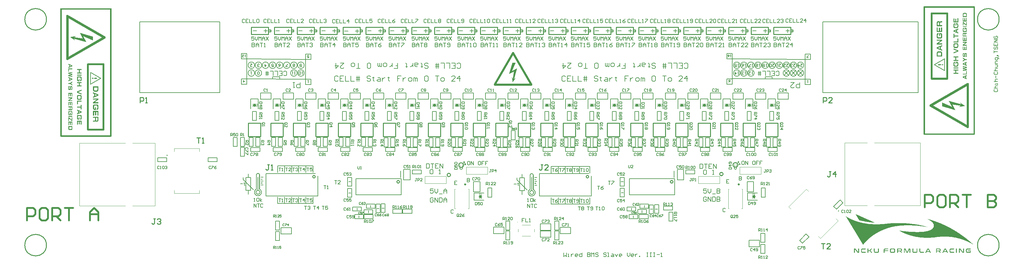
<source format=gto>
G04*
G04 #@! TF.GenerationSoftware,Altium Limited,Altium Designer,19.0.4 (130)*
G04*
G04 Layer_Color=65535*
%FSAX25Y25*%
%MOIN*%
G70*
G01*
G75*
%ADD10C,0.00787*%
%ADD11C,0.01181*%
%ADD12C,0.00454*%
%ADD13C,0.00855*%
%ADD14C,0.00681*%
%ADD15C,0.00500*%
%ADD16C,0.01000*%
%ADD17C,0.00394*%
%ADD18C,0.00400*%
%ADD19C,0.00227*%
%ADD20C,0.00300*%
%ADD21C,0.02000*%
G36*
X0550707Y0235141D02*
X0550812D01*
Y0235106D01*
X0550918D01*
Y0235071D01*
X0550988D01*
Y0235036D01*
X0551023D01*
Y0235000D01*
X0551093D01*
Y0234965D01*
X0551129D01*
Y0234930D01*
X0551164D01*
Y0234895D01*
X0551234D01*
Y0234860D01*
X0551269D01*
Y0234825D01*
Y0234789D01*
X0551304D01*
Y0234754D01*
X0551340D01*
Y0234719D01*
X0551375D01*
Y0234684D01*
X0551410D01*
Y0234649D01*
Y0234614D01*
X0551445D01*
Y0234579D01*
Y0234543D01*
X0551480D01*
Y0234508D01*
Y0234473D01*
X0551515D01*
Y0234438D01*
X0551550D01*
Y0234403D01*
Y0234368D01*
X0551586D01*
Y0234332D01*
Y0234297D01*
X0551621D01*
Y0234262D01*
Y0234227D01*
X0551656D01*
Y0234192D01*
X0551691D01*
Y0234157D01*
Y0234122D01*
X0551726D01*
Y0234086D01*
Y0234051D01*
X0551761D01*
Y0234016D01*
X0551797D01*
Y0233981D01*
Y0233946D01*
X0551832D01*
Y0233911D01*
Y0233876D01*
X0551867D01*
Y0233840D01*
Y0233805D01*
X0551902D01*
Y0233770D01*
X0551937D01*
Y0233735D01*
Y0233700D01*
X0551972D01*
Y0233665D01*
Y0233629D01*
X0552007D01*
Y0233594D01*
Y0233559D01*
X0552043D01*
Y0233524D01*
X0552078D01*
Y0233489D01*
Y0233454D01*
X0552113D01*
Y0233419D01*
Y0233383D01*
X0552148D01*
Y0233348D01*
X0552183D01*
Y0233313D01*
Y0233278D01*
X0552218D01*
Y0233243D01*
Y0233208D01*
X0552253D01*
Y0233172D01*
Y0233137D01*
X0552289D01*
Y0233102D01*
X0552324D01*
Y0233067D01*
Y0233032D01*
X0552359D01*
Y0232997D01*
Y0232962D01*
X0552394D01*
Y0232927D01*
Y0232891D01*
X0552429D01*
Y0232856D01*
X0552464D01*
Y0232821D01*
Y0232786D01*
X0552500D01*
Y0232751D01*
Y0232716D01*
X0552535D01*
Y0232680D01*
Y0232645D01*
X0552570D01*
Y0232610D01*
X0552605D01*
Y0232575D01*
Y0232540D01*
X0552640D01*
Y0232505D01*
Y0232470D01*
X0552675D01*
Y0232434D01*
X0552710D01*
Y0232399D01*
Y0232364D01*
X0552746D01*
Y0232329D01*
Y0232294D01*
X0552781D01*
Y0232259D01*
Y0232223D01*
X0552816D01*
Y0232188D01*
X0552851D01*
Y0232153D01*
Y0232118D01*
X0552886D01*
Y0232083D01*
Y0232048D01*
X0552921D01*
Y0232013D01*
Y0231977D01*
X0552957D01*
Y0231942D01*
X0552992D01*
Y0231907D01*
Y0231872D01*
X0553027D01*
Y0231837D01*
Y0231802D01*
X0553062D01*
Y0231767D01*
Y0231731D01*
X0553097D01*
Y0231696D01*
X0553132D01*
Y0231661D01*
Y0231626D01*
X0553167D01*
Y0231591D01*
Y0231556D01*
X0553203D01*
Y0231520D01*
X0553238D01*
Y0231485D01*
Y0231450D01*
X0553273D01*
Y0231415D01*
Y0231380D01*
X0553308D01*
Y0231345D01*
Y0231310D01*
X0553343D01*
Y0231274D01*
X0553378D01*
Y0231239D01*
Y0231204D01*
X0553413D01*
Y0231169D01*
Y0231134D01*
X0553449D01*
Y0231099D01*
Y0231063D01*
X0553484D01*
Y0231028D01*
X0553519D01*
Y0230993D01*
Y0230958D01*
X0553554D01*
Y0230923D01*
Y0230888D01*
X0553589D01*
Y0230853D01*
Y0230817D01*
X0553624D01*
Y0230782D01*
X0553660D01*
Y0230747D01*
Y0230712D01*
X0553695D01*
Y0230677D01*
Y0230642D01*
X0553730D01*
Y0230606D01*
X0553765D01*
Y0230571D01*
Y0230536D01*
X0553800D01*
Y0230501D01*
Y0230466D01*
X0553835D01*
Y0230431D01*
Y0230396D01*
X0553870D01*
Y0230360D01*
X0553906D01*
Y0230325D01*
Y0230290D01*
X0553941D01*
Y0230255D01*
Y0230220D01*
X0553976D01*
Y0230185D01*
Y0230150D01*
X0554011D01*
Y0230114D01*
X0554046D01*
Y0230079D01*
Y0230044D01*
X0554081D01*
Y0230009D01*
Y0229974D01*
X0554117D01*
Y0229939D01*
Y0229903D01*
X0554152D01*
Y0229868D01*
X0554187D01*
Y0229833D01*
Y0229798D01*
X0554222D01*
Y0229763D01*
Y0229728D01*
X0554257D01*
Y0229693D01*
X0554292D01*
Y0229657D01*
Y0229622D01*
X0554327D01*
Y0229587D01*
Y0229552D01*
X0554363D01*
Y0229517D01*
Y0229482D01*
X0554398D01*
Y0229446D01*
X0554433D01*
Y0229411D01*
Y0229376D01*
X0554468D01*
Y0229341D01*
Y0229306D01*
X0554503D01*
Y0229271D01*
Y0229236D01*
X0554538D01*
Y0229200D01*
X0554573D01*
Y0229165D01*
Y0229130D01*
X0554609D01*
Y0229095D01*
Y0229060D01*
X0554644D01*
Y0229025D01*
X0554679D01*
Y0228990D01*
Y0228954D01*
X0554714D01*
Y0228919D01*
Y0228884D01*
X0554749D01*
Y0228849D01*
Y0228814D01*
X0554784D01*
Y0228779D01*
X0554820D01*
Y0228743D01*
Y0228708D01*
X0554855D01*
Y0228673D01*
Y0228638D01*
X0554890D01*
Y0228603D01*
Y0228568D01*
X0554925D01*
Y0228533D01*
X0554960D01*
Y0228497D01*
Y0228462D01*
X0554995D01*
Y0228427D01*
Y0228392D01*
X0555030D01*
Y0228357D01*
Y0228322D01*
X0555066D01*
Y0228286D01*
X0555101D01*
Y0228251D01*
Y0228216D01*
X0555136D01*
Y0228181D01*
Y0228146D01*
X0555171D01*
Y0228111D01*
X0555206D01*
Y0228076D01*
Y0228040D01*
X0555241D01*
Y0228005D01*
Y0227970D01*
X0555277D01*
Y0227935D01*
Y0227900D01*
X0555312D01*
Y0227865D01*
X0555347D01*
Y0227830D01*
Y0227794D01*
X0555382D01*
Y0227759D01*
Y0227724D01*
X0555417D01*
Y0227689D01*
Y0227654D01*
X0555452D01*
Y0227619D01*
X0555487D01*
Y0227583D01*
Y0227548D01*
X0555523D01*
Y0227513D01*
Y0227478D01*
X0555558D01*
Y0227443D01*
Y0227408D01*
X0555593D01*
Y0227373D01*
X0555628D01*
Y0227337D01*
Y0227302D01*
X0555663D01*
Y0227267D01*
Y0227232D01*
X0555698D01*
Y0227197D01*
X0555733D01*
Y0227162D01*
Y0227126D01*
X0555769D01*
Y0227091D01*
Y0227056D01*
X0555804D01*
Y0227021D01*
Y0226986D01*
X0555839D01*
Y0226951D01*
X0555874D01*
Y0226916D01*
Y0226880D01*
X0555909D01*
Y0226845D01*
Y0226810D01*
X0555944D01*
Y0226775D01*
Y0226740D01*
X0555980D01*
Y0226705D01*
X0556015D01*
Y0226670D01*
Y0226634D01*
X0556050D01*
Y0226599D01*
Y0226564D01*
X0556085D01*
Y0226529D01*
Y0226494D01*
X0556120D01*
Y0226459D01*
X0556155D01*
Y0226423D01*
Y0226388D01*
X0556190D01*
Y0226353D01*
Y0226318D01*
X0556226D01*
Y0226283D01*
X0556261D01*
Y0226248D01*
Y0226213D01*
X0556296D01*
Y0226177D01*
Y0226142D01*
X0556331D01*
Y0226107D01*
Y0226072D01*
X0556366D01*
Y0226037D01*
X0556401D01*
Y0226002D01*
Y0225966D01*
X0556437D01*
Y0225931D01*
Y0225896D01*
X0556472D01*
Y0225861D01*
Y0225826D01*
X0556507D01*
Y0225791D01*
X0556542D01*
Y0225756D01*
Y0225720D01*
X0556577D01*
Y0225685D01*
Y0225650D01*
X0556612D01*
Y0225615D01*
X0556647D01*
Y0225580D01*
Y0225545D01*
X0556683D01*
Y0225509D01*
Y0225474D01*
X0556718D01*
Y0225439D01*
Y0225404D01*
X0556753D01*
Y0225369D01*
X0556788D01*
Y0225334D01*
Y0225299D01*
X0556823D01*
Y0225263D01*
Y0225228D01*
X0556858D01*
Y0225193D01*
Y0225158D01*
X0556893D01*
Y0225123D01*
X0556929D01*
Y0225088D01*
Y0225052D01*
X0556964D01*
Y0225017D01*
Y0224982D01*
X0556999D01*
Y0224947D01*
Y0224912D01*
X0557034D01*
Y0224877D01*
X0557069D01*
Y0224842D01*
Y0224806D01*
X0557104D01*
Y0224771D01*
Y0224736D01*
X0557140D01*
Y0224701D01*
X0557175D01*
Y0224666D01*
Y0224631D01*
X0557210D01*
Y0224595D01*
Y0224560D01*
X0557245D01*
Y0224525D01*
Y0224490D01*
X0557280D01*
Y0224455D01*
X0557315D01*
Y0224420D01*
Y0224385D01*
X0557350D01*
Y0224349D01*
Y0224314D01*
X0557386D01*
Y0224279D01*
Y0224244D01*
X0557421D01*
Y0224209D01*
X0557456D01*
Y0224174D01*
Y0224138D01*
X0557491D01*
Y0224103D01*
Y0224068D01*
X0557526D01*
Y0224033D01*
Y0223998D01*
X0557561D01*
Y0223963D01*
X0557597D01*
Y0223928D01*
Y0223892D01*
X0557632D01*
Y0223857D01*
Y0223822D01*
X0557667D01*
Y0223787D01*
X0557702D01*
Y0223752D01*
Y0223717D01*
X0557737D01*
Y0223682D01*
Y0223646D01*
X0557772D01*
Y0223611D01*
Y0223576D01*
X0557807D01*
Y0223541D01*
X0557843D01*
Y0223506D01*
Y0223471D01*
X0557878D01*
Y0223435D01*
Y0223400D01*
X0557913D01*
Y0223365D01*
Y0223330D01*
X0557948D01*
Y0223295D01*
X0557983D01*
Y0223260D01*
Y0223225D01*
X0558018D01*
Y0223189D01*
Y0223154D01*
X0558054D01*
Y0223119D01*
Y0223084D01*
X0558089D01*
Y0223049D01*
X0558124D01*
Y0223014D01*
Y0222978D01*
X0558159D01*
Y0222943D01*
Y0222908D01*
X0558194D01*
Y0222873D01*
X0558229D01*
Y0222838D01*
Y0222803D01*
X0558264D01*
Y0222768D01*
Y0222732D01*
X0558300D01*
Y0222697D01*
Y0222662D01*
X0558335D01*
Y0222627D01*
X0558370D01*
Y0222592D01*
Y0222557D01*
X0558405D01*
Y0222521D01*
Y0222486D01*
X0558440D01*
Y0222451D01*
Y0222416D01*
X0558475D01*
Y0222381D01*
X0558510D01*
Y0222346D01*
Y0222311D01*
X0558546D01*
Y0222275D01*
Y0222240D01*
X0558581D01*
Y0222205D01*
X0558616D01*
Y0222170D01*
Y0222135D01*
X0558651D01*
Y0222100D01*
Y0222065D01*
X0558686D01*
Y0222029D01*
Y0221994D01*
X0558721D01*
Y0221959D01*
X0558757D01*
Y0221924D01*
Y0221889D01*
X0558792D01*
Y0221854D01*
Y0221818D01*
X0558827D01*
Y0221783D01*
Y0221748D01*
X0558862D01*
Y0221713D01*
X0558897D01*
Y0221678D01*
Y0221643D01*
X0558932D01*
Y0221608D01*
Y0221572D01*
X0558967D01*
Y0221537D01*
Y0221502D01*
X0559003D01*
Y0221467D01*
X0559038D01*
Y0221432D01*
Y0221397D01*
X0559073D01*
Y0221361D01*
Y0221326D01*
X0559108D01*
Y0221291D01*
X0559143D01*
Y0221256D01*
Y0221221D01*
X0559178D01*
Y0221186D01*
Y0221151D01*
X0559214D01*
Y0221115D01*
Y0221080D01*
X0559249D01*
Y0221045D01*
X0559284D01*
Y0221010D01*
Y0220975D01*
X0559319D01*
Y0220940D01*
Y0220905D01*
X0559354D01*
Y0220869D01*
Y0220834D01*
X0559389D01*
Y0220799D01*
X0559424D01*
Y0220764D01*
Y0220729D01*
X0559460D01*
Y0220694D01*
Y0220658D01*
X0559495D01*
Y0220623D01*
Y0220588D01*
X0559530D01*
Y0220553D01*
X0559565D01*
Y0220518D01*
Y0220483D01*
X0559600D01*
Y0220448D01*
Y0220412D01*
X0559635D01*
Y0220377D01*
X0559671D01*
Y0220342D01*
Y0220307D01*
X0559706D01*
Y0220272D01*
Y0220237D01*
X0559741D01*
Y0220201D01*
Y0220166D01*
X0559776D01*
Y0220131D01*
X0559811D01*
Y0220096D01*
Y0220061D01*
X0559846D01*
Y0220026D01*
Y0219991D01*
X0559881D01*
Y0219955D01*
Y0219920D01*
X0559917D01*
Y0219885D01*
X0559952D01*
Y0219850D01*
Y0219815D01*
X0559987D01*
Y0219780D01*
Y0219744D01*
X0560022D01*
Y0219709D01*
Y0219674D01*
X0560057D01*
Y0219639D01*
X0560092D01*
Y0219604D01*
Y0219569D01*
X0560127D01*
Y0219534D01*
Y0219498D01*
X0560163D01*
Y0219463D01*
X0560198D01*
Y0219428D01*
Y0219393D01*
X0560233D01*
Y0219358D01*
Y0219323D01*
X0560268D01*
Y0219288D01*
Y0219252D01*
X0560303D01*
Y0219217D01*
X0560338D01*
Y0219182D01*
Y0219147D01*
X0560374D01*
Y0219112D01*
Y0219077D01*
X0560409D01*
Y0219041D01*
Y0219006D01*
X0560444D01*
Y0218971D01*
X0560479D01*
Y0218936D01*
Y0218901D01*
X0560514D01*
Y0218866D01*
Y0218831D01*
X0560549D01*
Y0218795D01*
Y0218760D01*
X0560584D01*
Y0218725D01*
X0560620D01*
Y0218690D01*
Y0218655D01*
X0560655D01*
Y0218620D01*
Y0218584D01*
X0560690D01*
Y0218549D01*
X0560725D01*
Y0218514D01*
Y0218479D01*
X0560760D01*
Y0218444D01*
Y0218409D01*
X0560795D01*
Y0218374D01*
Y0218338D01*
X0560830D01*
Y0218303D01*
X0560866D01*
Y0218268D01*
Y0218233D01*
X0560901D01*
Y0218198D01*
Y0218163D01*
X0560936D01*
Y0218128D01*
Y0218092D01*
X0560971D01*
Y0218057D01*
X0561006D01*
Y0218022D01*
Y0217987D01*
X0561041D01*
Y0217952D01*
Y0217917D01*
X0561077D01*
Y0217881D01*
X0561112D01*
Y0217846D01*
Y0217811D01*
X0561147D01*
Y0217776D01*
Y0217741D01*
X0561182D01*
Y0217706D01*
Y0217671D01*
X0561217D01*
Y0217635D01*
X0561252D01*
Y0217600D01*
Y0217565D01*
X0561287D01*
Y0217530D01*
Y0217495D01*
X0561323D01*
Y0217460D01*
Y0217425D01*
X0561358D01*
Y0217389D01*
X0561393D01*
Y0217354D01*
Y0217319D01*
X0561428D01*
Y0217284D01*
Y0217249D01*
X0561463D01*
Y0217214D01*
Y0217179D01*
X0561498D01*
Y0217143D01*
X0561534D01*
Y0217108D01*
Y0217073D01*
X0561569D01*
Y0217038D01*
Y0217003D01*
X0561604D01*
Y0216968D01*
X0561639D01*
Y0216932D01*
Y0216897D01*
X0561674D01*
Y0216862D01*
Y0216827D01*
X0561709D01*
Y0216792D01*
Y0216757D01*
X0561744D01*
Y0216722D01*
X0561780D01*
Y0216686D01*
Y0216651D01*
X0561815D01*
Y0216616D01*
Y0216581D01*
X0561850D01*
Y0216546D01*
Y0216511D01*
X0561885D01*
Y0216475D01*
X0561920D01*
Y0216440D01*
Y0216405D01*
X0561955D01*
Y0216370D01*
Y0216335D01*
X0561991D01*
Y0216300D01*
Y0216265D01*
X0562026D01*
Y0216229D01*
X0562061D01*
Y0216194D01*
Y0216159D01*
X0562096D01*
Y0216124D01*
Y0216089D01*
X0562131D01*
Y0216054D01*
X0562166D01*
Y0216019D01*
Y0215983D01*
X0562201D01*
Y0215948D01*
Y0215913D01*
X0562237D01*
Y0215878D01*
Y0215843D01*
X0562272D01*
Y0215808D01*
X0562307D01*
Y0215772D01*
Y0215737D01*
X0562342D01*
Y0215702D01*
Y0215667D01*
X0562377D01*
Y0215632D01*
Y0215597D01*
X0562412D01*
Y0215562D01*
X0562448D01*
Y0215526D01*
Y0215491D01*
X0562483D01*
Y0215456D01*
Y0215421D01*
X0562518D01*
Y0215386D01*
Y0215351D01*
X0562553D01*
Y0215315D01*
X0562588D01*
Y0215280D01*
Y0215245D01*
X0562623D01*
Y0215210D01*
Y0215175D01*
X0562658D01*
Y0215140D01*
X0562694D01*
Y0215105D01*
Y0215069D01*
X0562729D01*
Y0215034D01*
Y0214999D01*
X0562764D01*
Y0214964D01*
Y0214929D01*
X0562799D01*
Y0214894D01*
X0562834D01*
Y0214858D01*
Y0214823D01*
X0562869D01*
Y0214788D01*
Y0214753D01*
X0562905D01*
Y0214718D01*
Y0214683D01*
X0562940D01*
Y0214648D01*
X0562975D01*
Y0214612D01*
Y0214577D01*
X0563010D01*
Y0214542D01*
Y0214507D01*
X0563045D01*
Y0214472D01*
X0563080D01*
Y0214437D01*
Y0214402D01*
X0563115D01*
Y0214366D01*
Y0214331D01*
X0563151D01*
Y0214296D01*
Y0214261D01*
X0563186D01*
Y0214226D01*
X0563221D01*
Y0214191D01*
Y0214155D01*
X0563256D01*
Y0214120D01*
Y0214085D01*
X0563291D01*
Y0214050D01*
Y0214015D01*
X0563326D01*
Y0213980D01*
X0563362D01*
Y0213945D01*
Y0213909D01*
X0563397D01*
Y0213874D01*
Y0213839D01*
X0563432D01*
Y0213804D01*
Y0213769D01*
X0563467D01*
Y0213734D01*
X0563502D01*
Y0213699D01*
Y0213663D01*
X0563537D01*
Y0213628D01*
Y0213593D01*
X0563572D01*
Y0213558D01*
X0563608D01*
Y0213523D01*
Y0213488D01*
X0563643D01*
Y0213452D01*
Y0213417D01*
X0563678D01*
Y0213382D01*
Y0213347D01*
X0563713D01*
Y0213312D01*
X0563748D01*
Y0213277D01*
Y0213242D01*
X0563783D01*
Y0213206D01*
Y0213171D01*
X0563819D01*
Y0213136D01*
Y0213101D01*
X0563854D01*
Y0213066D01*
X0563889D01*
Y0213031D01*
Y0212995D01*
X0563924D01*
Y0212960D01*
Y0212925D01*
X0563959D01*
Y0212890D01*
Y0212855D01*
X0563994D01*
Y0212820D01*
X0564029D01*
Y0212785D01*
Y0212749D01*
X0564065D01*
Y0212714D01*
Y0212679D01*
X0564100D01*
Y0212644D01*
X0564135D01*
Y0212609D01*
Y0212574D01*
X0564170D01*
Y0212539D01*
Y0212503D01*
X0564205D01*
Y0212468D01*
Y0212433D01*
X0564240D01*
Y0212398D01*
X0564275D01*
Y0212363D01*
Y0212328D01*
X0564311D01*
Y0212292D01*
Y0212257D01*
X0564346D01*
Y0212222D01*
Y0212187D01*
X0564381D01*
Y0212152D01*
X0564416D01*
Y0212117D01*
Y0212082D01*
X0564451D01*
Y0212046D01*
Y0212011D01*
X0564486D01*
Y0211976D01*
Y0211941D01*
X0564522D01*
Y0211906D01*
X0564557D01*
Y0211871D01*
Y0211835D01*
X0564592D01*
Y0211800D01*
Y0211765D01*
X0564627D01*
Y0211730D01*
X0564662D01*
Y0211695D01*
Y0211660D01*
X0564697D01*
Y0211625D01*
Y0211589D01*
X0564732D01*
Y0211554D01*
Y0211519D01*
X0564768D01*
Y0211484D01*
X0564803D01*
Y0211449D01*
Y0211414D01*
X0564838D01*
Y0211378D01*
Y0211343D01*
X0564873D01*
Y0211308D01*
Y0211273D01*
X0564908D01*
Y0211238D01*
X0564943D01*
Y0211203D01*
Y0211168D01*
X0564979D01*
Y0211132D01*
Y0211097D01*
X0565014D01*
Y0211062D01*
X0565049D01*
Y0211027D01*
Y0210992D01*
X0565084D01*
Y0210957D01*
Y0210922D01*
X0565119D01*
Y0210886D01*
Y0210851D01*
X0565154D01*
Y0210816D01*
X0565189D01*
Y0210781D01*
Y0210746D01*
X0565225D01*
Y0210711D01*
Y0210675D01*
X0565260D01*
Y0210640D01*
Y0210605D01*
X0565295D01*
Y0210570D01*
X0565330D01*
Y0210535D01*
Y0210500D01*
X0565365D01*
Y0210465D01*
Y0210429D01*
X0565400D01*
Y0210394D01*
Y0210359D01*
X0565435D01*
Y0210324D01*
X0565471D01*
Y0210289D01*
Y0210254D01*
X0565506D01*
Y0210218D01*
Y0210183D01*
X0565541D01*
Y0210148D01*
X0565576D01*
Y0210113D01*
Y0210078D01*
X0565611D01*
Y0210043D01*
Y0210008D01*
X0565646D01*
Y0209972D01*
Y0209937D01*
X0565682D01*
Y0209902D01*
X0565717D01*
Y0209867D01*
Y0209832D01*
X0565752D01*
Y0209797D01*
Y0209762D01*
X0565787D01*
Y0209726D01*
Y0209691D01*
X0565822D01*
Y0209656D01*
X0565857D01*
Y0209621D01*
Y0209586D01*
X0565892D01*
Y0209550D01*
Y0209515D01*
X0565928D01*
Y0209480D01*
Y0209445D01*
X0565963D01*
Y0209410D01*
X0565998D01*
Y0209375D01*
Y0209340D01*
X0566033D01*
Y0209304D01*
Y0209269D01*
X0566068D01*
Y0209234D01*
X0566103D01*
Y0209199D01*
Y0209164D01*
X0566139D01*
Y0209129D01*
Y0209094D01*
X0566174D01*
Y0209058D01*
Y0209023D01*
X0566209D01*
Y0208988D01*
X0566244D01*
Y0208953D01*
Y0208918D01*
X0566279D01*
Y0208883D01*
Y0208847D01*
X0566314D01*
Y0208812D01*
Y0208777D01*
X0566349D01*
Y0208742D01*
X0566385D01*
Y0208707D01*
Y0208672D01*
X0566420D01*
Y0208637D01*
Y0208601D01*
X0566455D01*
Y0208566D01*
Y0208531D01*
X0566490D01*
Y0208496D01*
X0566525D01*
Y0208461D01*
Y0208426D01*
X0566560D01*
Y0208390D01*
Y0208355D01*
X0566595D01*
Y0208320D01*
X0566631D01*
Y0208285D01*
Y0208250D01*
X0566666D01*
Y0208215D01*
Y0208180D01*
X0566701D01*
Y0208144D01*
Y0208109D01*
X0566736D01*
Y0208074D01*
X0566771D01*
Y0208039D01*
Y0208004D01*
X0566806D01*
Y0207969D01*
Y0207934D01*
X0566842D01*
Y0207898D01*
Y0207863D01*
X0566877D01*
Y0207828D01*
X0566912D01*
Y0207793D01*
Y0207758D01*
X0566947D01*
Y0207723D01*
Y0207687D01*
X0566982D01*
Y0207652D01*
Y0207617D01*
X0567017D01*
Y0207582D01*
X0567052D01*
Y0207547D01*
Y0207512D01*
X0567088D01*
Y0207477D01*
Y0207441D01*
X0567123D01*
Y0207406D01*
X0567158D01*
Y0207371D01*
Y0207336D01*
X0567193D01*
Y0207301D01*
Y0207266D01*
X0567228D01*
Y0207230D01*
Y0207195D01*
X0567263D01*
Y0207160D01*
X0567299D01*
Y0207125D01*
Y0207090D01*
X0567334D01*
Y0207055D01*
Y0207020D01*
X0567369D01*
Y0206984D01*
Y0206949D01*
X0567404D01*
Y0206914D01*
X0567439D01*
Y0206879D01*
Y0206844D01*
X0567474D01*
Y0206809D01*
Y0206774D01*
X0567509D01*
Y0206738D01*
X0567545D01*
Y0206703D01*
Y0206668D01*
X0567580D01*
Y0206633D01*
Y0206598D01*
X0567615D01*
Y0206563D01*
Y0206527D01*
X0567650D01*
Y0206492D01*
X0567685D01*
Y0206457D01*
Y0206422D01*
X0567720D01*
Y0206387D01*
Y0206352D01*
X0567756D01*
Y0206317D01*
Y0206281D01*
X0567791D01*
Y0206246D01*
X0567826D01*
Y0206211D01*
Y0206176D01*
X0567861D01*
Y0206141D01*
Y0206106D01*
X0567896D01*
Y0206070D01*
Y0206035D01*
X0567931D01*
Y0206000D01*
X0567966D01*
Y0205965D01*
Y0205930D01*
X0568002D01*
Y0205895D01*
Y0205860D01*
X0568037D01*
Y0205824D01*
X0568072D01*
Y0205789D01*
Y0205754D01*
X0568107D01*
Y0205719D01*
Y0205684D01*
X0568142D01*
Y0205649D01*
Y0205613D01*
X0568177D01*
Y0205578D01*
X0568212D01*
Y0205543D01*
Y0205508D01*
X0568248D01*
Y0205473D01*
Y0205438D01*
X0568283D01*
Y0205403D01*
Y0205367D01*
X0568318D01*
Y0205332D01*
X0568353D01*
Y0205297D01*
Y0205262D01*
X0568388D01*
Y0205227D01*
Y0205192D01*
X0568423D01*
Y0205157D01*
Y0205121D01*
X0568459D01*
Y0205086D01*
X0568494D01*
Y0205051D01*
Y0205016D01*
X0568529D01*
Y0204981D01*
Y0204946D01*
X0568564D01*
Y0204910D01*
X0568599D01*
Y0204875D01*
Y0204840D01*
X0568634D01*
Y0204805D01*
Y0204770D01*
X0568669D01*
Y0204735D01*
Y0204700D01*
X0568705D01*
Y0204664D01*
X0568740D01*
Y0204629D01*
Y0204594D01*
X0568775D01*
Y0204559D01*
Y0204524D01*
X0568810D01*
Y0204489D01*
Y0204453D01*
X0568845D01*
Y0204418D01*
X0568880D01*
Y0204383D01*
Y0204348D01*
X0568916D01*
Y0204313D01*
Y0204278D01*
X0568951D01*
Y0204243D01*
Y0204207D01*
X0568986D01*
Y0204172D01*
X0569021D01*
Y0204137D01*
Y0204102D01*
X0569056D01*
Y0204067D01*
Y0204032D01*
X0569091D01*
Y0203997D01*
X0569126D01*
Y0203961D01*
Y0203926D01*
X0569162D01*
Y0203891D01*
Y0203856D01*
X0569197D01*
Y0203821D01*
Y0203786D01*
X0569232D01*
Y0203750D01*
X0569267D01*
Y0203715D01*
Y0203680D01*
X0569302D01*
Y0203645D01*
Y0203610D01*
X0569337D01*
Y0203575D01*
Y0203540D01*
X0569372D01*
Y0203504D01*
X0569408D01*
Y0203469D01*
Y0203434D01*
X0569443D01*
Y0203399D01*
Y0203364D01*
X0569478D01*
Y0203329D01*
X0569513D01*
Y0203293D01*
Y0203258D01*
X0569548D01*
Y0203223D01*
Y0203188D01*
X0569583D01*
Y0203153D01*
Y0203118D01*
X0569619D01*
Y0203083D01*
X0569654D01*
Y0203047D01*
Y0203012D01*
X0569689D01*
Y0202977D01*
Y0202942D01*
X0569724D01*
Y0202907D01*
Y0202872D01*
X0569759D01*
Y0202837D01*
X0569794D01*
Y0202801D01*
Y0202766D01*
X0569829D01*
Y0202731D01*
Y0202696D01*
X0569865D01*
Y0202661D01*
Y0202626D01*
X0569900D01*
Y0202590D01*
X0569935D01*
Y0202555D01*
Y0202520D01*
X0569970D01*
Y0202485D01*
Y0202450D01*
X0570005D01*
Y0202415D01*
X0570040D01*
Y0202380D01*
Y0202344D01*
X0570076D01*
Y0202309D01*
Y0202274D01*
X0570111D01*
Y0202239D01*
Y0202204D01*
X0570146D01*
Y0202169D01*
X0570181D01*
Y0202133D01*
Y0202098D01*
X0570216D01*
Y0202063D01*
Y0202028D01*
X0570251D01*
Y0201993D01*
Y0201958D01*
X0570286D01*
Y0201923D01*
X0570322D01*
Y0201887D01*
Y0201852D01*
X0570357D01*
Y0201817D01*
Y0201782D01*
X0570392D01*
Y0201747D01*
Y0201712D01*
X0570427D01*
Y0201677D01*
X0570462D01*
Y0201641D01*
Y0201606D01*
X0570497D01*
Y0201571D01*
Y0201536D01*
X0570532D01*
Y0201501D01*
X0570568D01*
Y0201466D01*
Y0201431D01*
X0570603D01*
Y0201395D01*
Y0201360D01*
X0570638D01*
Y0201325D01*
Y0201290D01*
X0570673D01*
Y0201255D01*
X0570708D01*
Y0201220D01*
Y0201184D01*
X0570743D01*
Y0201149D01*
Y0201114D01*
X0570779D01*
Y0201079D01*
Y0201044D01*
X0570814D01*
Y0201009D01*
X0570849D01*
Y0200974D01*
Y0200938D01*
X0570884D01*
Y0200903D01*
Y0200868D01*
X0570919D01*
Y0200833D01*
Y0200798D01*
X0570954D01*
Y0200763D01*
X0570989D01*
Y0200727D01*
Y0200692D01*
X0571025D01*
Y0200657D01*
Y0200622D01*
X0571060D01*
Y0200587D01*
X0571095D01*
Y0200552D01*
Y0200517D01*
X0571130D01*
Y0200481D01*
Y0200446D01*
X0571165D01*
Y0200411D01*
Y0200376D01*
X0571200D01*
Y0200341D01*
X0571236D01*
Y0200306D01*
Y0200271D01*
X0571271D01*
Y0200235D01*
Y0200200D01*
X0571306D01*
Y0200165D01*
Y0200130D01*
X0571341D01*
Y0200095D01*
X0571376D01*
Y0200060D01*
Y0200024D01*
X0571411D01*
Y0199989D01*
Y0199954D01*
X0571446D01*
Y0199919D01*
Y0199884D01*
X0571482D01*
Y0199849D01*
X0571517D01*
Y0199813D01*
Y0199778D01*
X0571552D01*
Y0199743D01*
Y0199708D01*
X0571587D01*
Y0199673D01*
X0571622D01*
Y0199638D01*
Y0199603D01*
X0571657D01*
Y0199567D01*
Y0199532D01*
X0571693D01*
Y0199497D01*
Y0199462D01*
X0571728D01*
Y0199427D01*
X0571763D01*
Y0199392D01*
Y0199356D01*
X0571798D01*
Y0199321D01*
Y0199286D01*
X0571833D01*
Y0199251D01*
Y0199216D01*
X0571868D01*
Y0199181D01*
Y0199146D01*
Y0199110D01*
Y0199075D01*
X0571903D01*
Y0199040D01*
Y0199005D01*
Y0198970D01*
Y0198935D01*
Y0198899D01*
Y0198864D01*
Y0198829D01*
X0571939D01*
Y0198794D01*
Y0198759D01*
X0571903D01*
Y0198724D01*
Y0198689D01*
Y0198653D01*
Y0198618D01*
Y0198583D01*
Y0198548D01*
Y0198513D01*
X0571868D01*
Y0198478D01*
Y0198443D01*
Y0198407D01*
X0571833D01*
Y0198372D01*
Y0198337D01*
Y0198302D01*
X0571798D01*
Y0198267D01*
Y0198232D01*
X0571763D01*
Y0198196D01*
X0571728D01*
Y0198161D01*
Y0198126D01*
X0571693D01*
Y0198091D01*
X0571657D01*
Y0198056D01*
X0571622D01*
Y0198021D01*
X0571587D01*
Y0197986D01*
X0571552D01*
Y0197950D01*
X0571517D01*
Y0197915D01*
X0571482D01*
Y0197880D01*
X0571411D01*
Y0197845D01*
X0571376D01*
Y0197810D01*
X0571306D01*
Y0197775D01*
X0571236D01*
Y0197740D01*
X0571165D01*
Y0197704D01*
X0571025D01*
Y0197669D01*
X0529827D01*
Y0197704D01*
X0529686D01*
Y0197740D01*
X0529616D01*
Y0197775D01*
X0529545D01*
Y0197810D01*
X0529475D01*
Y0197845D01*
X0529405D01*
Y0197880D01*
X0529370D01*
Y0197915D01*
X0529335D01*
Y0197950D01*
X0529299D01*
Y0197986D01*
X0529264D01*
Y0198021D01*
X0529229D01*
Y0198056D01*
X0529194D01*
Y0198091D01*
X0529159D01*
Y0198126D01*
X0529124D01*
Y0198161D01*
Y0198196D01*
X0529088D01*
Y0198232D01*
X0529053D01*
Y0198267D01*
Y0198302D01*
X0529018D01*
Y0198337D01*
Y0198372D01*
Y0198407D01*
X0528983D01*
Y0198443D01*
Y0198478D01*
Y0198513D01*
X0528948D01*
Y0198548D01*
Y0198583D01*
Y0198618D01*
Y0198653D01*
Y0198689D01*
Y0198724D01*
Y0198759D01*
Y0198794D01*
Y0198829D01*
Y0198864D01*
Y0198899D01*
Y0198935D01*
Y0198970D01*
Y0199005D01*
Y0199040D01*
Y0199075D01*
X0528983D01*
Y0199110D01*
Y0199146D01*
Y0199181D01*
X0529018D01*
Y0199216D01*
Y0199251D01*
Y0199286D01*
X0529053D01*
Y0199321D01*
Y0199356D01*
X0529088D01*
Y0199392D01*
Y0199427D01*
X0529124D01*
Y0199462D01*
X0529159D01*
Y0199497D01*
Y0199532D01*
X0529194D01*
Y0199567D01*
Y0199603D01*
X0529229D01*
Y0199638D01*
X0529264D01*
Y0199673D01*
Y0199708D01*
X0529299D01*
Y0199743D01*
Y0199778D01*
X0529335D01*
Y0199813D01*
Y0199849D01*
X0529370D01*
Y0199884D01*
X0529405D01*
Y0199919D01*
Y0199954D01*
X0529440D01*
Y0199989D01*
Y0200024D01*
X0529475D01*
Y0200060D01*
Y0200095D01*
X0529510D01*
Y0200130D01*
X0529545D01*
Y0200165D01*
Y0200200D01*
X0529581D01*
Y0200235D01*
Y0200271D01*
X0529616D01*
Y0200306D01*
Y0200341D01*
X0529651D01*
Y0200376D01*
X0529686D01*
Y0200411D01*
Y0200446D01*
X0529721D01*
Y0200481D01*
Y0200517D01*
X0529756D01*
Y0200552D01*
X0529792D01*
Y0200587D01*
Y0200622D01*
X0529827D01*
Y0200657D01*
Y0200692D01*
X0529862D01*
Y0200727D01*
Y0200763D01*
X0529897D01*
Y0200798D01*
X0529932D01*
Y0200833D01*
Y0200868D01*
X0529967D01*
Y0200903D01*
Y0200938D01*
X0530002D01*
Y0200974D01*
Y0201009D01*
X0530038D01*
Y0201044D01*
X0530073D01*
Y0201079D01*
Y0201114D01*
X0530108D01*
Y0201149D01*
Y0201184D01*
X0530143D01*
Y0201220D01*
Y0201255D01*
X0530178D01*
Y0201290D01*
X0530213D01*
Y0201325D01*
Y0201360D01*
X0530248D01*
Y0201395D01*
Y0201431D01*
X0530284D01*
Y0201466D01*
X0530319D01*
Y0201501D01*
Y0201536D01*
X0530354D01*
Y0201571D01*
Y0201606D01*
X0530389D01*
Y0201641D01*
Y0201677D01*
X0530424D01*
Y0201712D01*
X0530459D01*
Y0201747D01*
Y0201782D01*
X0530495D01*
Y0201817D01*
Y0201852D01*
X0530530D01*
Y0201887D01*
Y0201923D01*
X0530565D01*
Y0201958D01*
X0530600D01*
Y0201993D01*
Y0202028D01*
X0530635D01*
Y0202063D01*
Y0202098D01*
X0530670D01*
Y0202133D01*
X0530705D01*
Y0202169D01*
Y0202204D01*
X0530741D01*
Y0202239D01*
Y0202274D01*
X0530776D01*
Y0202309D01*
Y0202344D01*
X0530811D01*
Y0202380D01*
X0530846D01*
Y0202415D01*
Y0202450D01*
X0530881D01*
Y0202485D01*
Y0202520D01*
X0530916D01*
Y0202555D01*
Y0202590D01*
X0530952D01*
Y0202626D01*
X0530987D01*
Y0202661D01*
Y0202696D01*
X0531022D01*
Y0202731D01*
Y0202766D01*
X0531057D01*
Y0202801D01*
Y0202837D01*
X0531092D01*
Y0202872D01*
X0531127D01*
Y0202907D01*
Y0202942D01*
X0531163D01*
Y0202977D01*
Y0203012D01*
X0531198D01*
Y0203047D01*
X0531233D01*
Y0203083D01*
Y0203118D01*
X0531268D01*
Y0203153D01*
Y0203188D01*
X0531303D01*
Y0203223D01*
Y0203258D01*
X0531338D01*
Y0203293D01*
X0531373D01*
Y0203329D01*
Y0203364D01*
X0531409D01*
Y0203399D01*
Y0203434D01*
X0531444D01*
Y0203469D01*
Y0203504D01*
X0531479D01*
Y0203540D01*
X0531514D01*
Y0203575D01*
Y0203610D01*
X0531549D01*
Y0203645D01*
Y0203680D01*
X0531584D01*
Y0203715D01*
Y0203750D01*
X0531619D01*
Y0203786D01*
X0531655D01*
Y0203821D01*
Y0203856D01*
X0531690D01*
Y0203891D01*
Y0203926D01*
X0531725D01*
Y0203961D01*
X0531760D01*
Y0203997D01*
Y0204032D01*
X0531795D01*
Y0204067D01*
Y0204102D01*
X0531830D01*
Y0204137D01*
Y0204172D01*
X0531866D01*
Y0204207D01*
X0531901D01*
Y0204243D01*
Y0204278D01*
X0531936D01*
Y0204313D01*
Y0204348D01*
X0531971D01*
Y0204383D01*
Y0204418D01*
X0532006D01*
Y0204453D01*
X0532041D01*
Y0204489D01*
Y0204524D01*
X0532076D01*
Y0204559D01*
Y0204594D01*
X0532112D01*
Y0204629D01*
Y0204664D01*
X0532147D01*
Y0204700D01*
X0532182D01*
Y0204735D01*
Y0204770D01*
X0532217D01*
Y0204805D01*
Y0204840D01*
X0532252D01*
Y0204875D01*
X0532287D01*
Y0204910D01*
Y0204946D01*
X0532323D01*
Y0204981D01*
Y0205016D01*
X0532358D01*
Y0205051D01*
Y0205086D01*
X0532393D01*
Y0205121D01*
X0532428D01*
Y0205157D01*
Y0205192D01*
X0532463D01*
Y0205227D01*
Y0205262D01*
X0532498D01*
Y0205297D01*
Y0205332D01*
X0532533D01*
Y0205367D01*
X0532569D01*
Y0205403D01*
Y0205438D01*
X0532604D01*
Y0205473D01*
Y0205508D01*
X0532639D01*
Y0205543D01*
X0532674D01*
Y0205578D01*
Y0205613D01*
X0532709D01*
Y0205649D01*
Y0205684D01*
X0532744D01*
Y0205719D01*
Y0205754D01*
X0532780D01*
Y0205789D01*
X0532815D01*
Y0205824D01*
Y0205860D01*
X0532850D01*
Y0205895D01*
Y0205930D01*
X0532885D01*
Y0205965D01*
Y0206000D01*
X0532920D01*
Y0206035D01*
X0532955D01*
Y0206070D01*
Y0206106D01*
X0532990D01*
Y0206141D01*
Y0206176D01*
X0533026D01*
Y0206211D01*
Y0206246D01*
X0533061D01*
Y0206281D01*
X0533096D01*
Y0206317D01*
Y0206352D01*
X0533131D01*
Y0206387D01*
Y0206422D01*
X0533166D01*
Y0206457D01*
X0533201D01*
Y0206492D01*
Y0206527D01*
X0533236D01*
Y0206563D01*
Y0206598D01*
X0533272D01*
Y0206633D01*
Y0206668D01*
X0533307D01*
Y0206703D01*
X0533342D01*
Y0206738D01*
Y0206774D01*
X0533377D01*
Y0206809D01*
Y0206844D01*
X0533412D01*
Y0206879D01*
Y0206914D01*
X0533447D01*
Y0206949D01*
X0533483D01*
Y0206984D01*
Y0207020D01*
X0533518D01*
Y0207055D01*
Y0207090D01*
X0533553D01*
Y0207125D01*
Y0207160D01*
X0533588D01*
Y0207195D01*
X0533623D01*
Y0207230D01*
Y0207266D01*
X0533658D01*
Y0207301D01*
Y0207336D01*
X0533693D01*
Y0207371D01*
X0533729D01*
Y0207406D01*
Y0207441D01*
X0533764D01*
Y0207477D01*
Y0207512D01*
X0533799D01*
Y0207547D01*
Y0207582D01*
X0533834D01*
Y0207617D01*
X0533869D01*
Y0207652D01*
Y0207687D01*
X0533904D01*
Y0207723D01*
Y0207758D01*
X0533940D01*
Y0207793D01*
Y0207828D01*
X0533975D01*
Y0207863D01*
X0534010D01*
Y0207898D01*
Y0207934D01*
X0534045D01*
Y0207969D01*
Y0208004D01*
X0534080D01*
Y0208039D01*
Y0208074D01*
X0534115D01*
Y0208109D01*
X0534150D01*
Y0208144D01*
Y0208180D01*
X0534186D01*
Y0208215D01*
Y0208250D01*
X0534221D01*
Y0208285D01*
X0534256D01*
Y0208320D01*
Y0208355D01*
X0534291D01*
Y0208390D01*
Y0208426D01*
X0534326D01*
Y0208461D01*
Y0208496D01*
X0534361D01*
Y0208531D01*
X0534396D01*
Y0208566D01*
Y0208601D01*
X0534432D01*
Y0208637D01*
Y0208672D01*
X0534467D01*
Y0208707D01*
Y0208742D01*
X0534502D01*
Y0208777D01*
X0534537D01*
Y0208812D01*
Y0208847D01*
X0534572D01*
Y0208883D01*
Y0208918D01*
X0534607D01*
Y0208953D01*
X0534643D01*
Y0208988D01*
Y0209023D01*
X0534678D01*
Y0209058D01*
Y0209094D01*
X0534713D01*
Y0209129D01*
Y0209164D01*
X0534748D01*
Y0209199D01*
X0534783D01*
Y0209234D01*
Y0209269D01*
X0534818D01*
Y0209304D01*
Y0209340D01*
X0534853D01*
Y0209375D01*
Y0209410D01*
X0534889D01*
Y0209445D01*
X0534924D01*
Y0209480D01*
Y0209515D01*
X0534959D01*
Y0209550D01*
Y0209586D01*
X0534994D01*
Y0209621D01*
Y0209656D01*
X0535029D01*
Y0209691D01*
X0535064D01*
Y0209726D01*
Y0209762D01*
X0535100D01*
Y0209797D01*
Y0209832D01*
X0535135D01*
Y0209867D01*
X0535170D01*
Y0209902D01*
Y0209937D01*
X0535205D01*
Y0209972D01*
Y0210008D01*
X0535240D01*
Y0210043D01*
Y0210078D01*
X0535275D01*
Y0210113D01*
X0535310D01*
Y0210148D01*
Y0210183D01*
X0535346D01*
Y0210218D01*
Y0210254D01*
X0535381D01*
Y0210289D01*
Y0210324D01*
X0535416D01*
Y0210359D01*
X0535451D01*
Y0210394D01*
Y0210429D01*
X0535486D01*
Y0210465D01*
Y0210500D01*
X0535521D01*
Y0210535D01*
Y0210570D01*
X0535556D01*
Y0210605D01*
X0535592D01*
Y0210640D01*
Y0210675D01*
X0535627D01*
Y0210711D01*
Y0210746D01*
X0535662D01*
Y0210781D01*
X0535697D01*
Y0210816D01*
Y0210851D01*
X0535732D01*
Y0210886D01*
Y0210922D01*
X0535767D01*
Y0210957D01*
Y0210992D01*
X0535803D01*
Y0211027D01*
X0535838D01*
Y0211062D01*
Y0211097D01*
X0535873D01*
Y0211132D01*
Y0211168D01*
X0535908D01*
Y0211203D01*
Y0211238D01*
X0535943D01*
Y0211273D01*
X0535978D01*
Y0211308D01*
Y0211343D01*
X0536013D01*
Y0211378D01*
Y0211414D01*
X0536049D01*
Y0211449D01*
Y0211484D01*
X0536084D01*
Y0211519D01*
X0536119D01*
Y0211554D01*
Y0211589D01*
X0536154D01*
Y0211625D01*
Y0211660D01*
X0536189D01*
Y0211695D01*
X0536224D01*
Y0211730D01*
Y0211765D01*
X0536260D01*
Y0211800D01*
Y0211835D01*
X0536295D01*
Y0211871D01*
Y0211906D01*
X0536330D01*
Y0211941D01*
X0536365D01*
Y0211976D01*
Y0212011D01*
X0536400D01*
Y0212046D01*
Y0212082D01*
X0536435D01*
Y0212117D01*
Y0212152D01*
X0536470D01*
Y0212187D01*
X0536506D01*
Y0212222D01*
Y0212257D01*
X0536541D01*
Y0212292D01*
Y0212328D01*
X0536576D01*
Y0212363D01*
Y0212398D01*
X0536611D01*
Y0212433D01*
X0536646D01*
Y0212468D01*
Y0212503D01*
X0536681D01*
Y0212539D01*
Y0212574D01*
X0536716D01*
Y0212609D01*
X0536752D01*
Y0212644D01*
Y0212679D01*
X0536787D01*
Y0212714D01*
Y0212749D01*
X0536822D01*
Y0212785D01*
Y0212820D01*
X0536857D01*
Y0212855D01*
X0536892D01*
Y0212890D01*
Y0212925D01*
X0536927D01*
Y0212960D01*
Y0212995D01*
X0536963D01*
Y0213031D01*
Y0213066D01*
X0536998D01*
Y0213101D01*
X0537033D01*
Y0213136D01*
Y0213171D01*
X0537068D01*
Y0213206D01*
Y0213242D01*
X0537103D01*
Y0213277D01*
X0537138D01*
Y0213312D01*
Y0213347D01*
X0537173D01*
Y0213382D01*
Y0213417D01*
X0537209D01*
Y0213452D01*
Y0213488D01*
X0537244D01*
Y0213523D01*
X0537279D01*
Y0213558D01*
Y0213593D01*
X0537314D01*
Y0213628D01*
Y0213663D01*
X0537349D01*
Y0213699D01*
Y0213734D01*
X0537384D01*
Y0213769D01*
X0537420D01*
Y0213804D01*
Y0213839D01*
X0537455D01*
Y0213874D01*
Y0213909D01*
X0537490D01*
Y0213945D01*
Y0213980D01*
X0537525D01*
Y0214015D01*
X0537560D01*
Y0214050D01*
Y0214085D01*
X0537595D01*
Y0214120D01*
Y0214155D01*
X0537630D01*
Y0214191D01*
X0537666D01*
Y0214226D01*
Y0214261D01*
X0537701D01*
Y0214296D01*
Y0214331D01*
X0537736D01*
Y0214366D01*
Y0214402D01*
X0537771D01*
Y0214437D01*
X0537806D01*
Y0214472D01*
Y0214507D01*
X0537841D01*
Y0214542D01*
Y0214577D01*
X0537877D01*
Y0214612D01*
Y0214648D01*
X0537912D01*
Y0214683D01*
X0537947D01*
Y0214718D01*
Y0214753D01*
X0537982D01*
Y0214788D01*
Y0214823D01*
X0538017D01*
Y0214858D01*
Y0214894D01*
X0538052D01*
Y0214929D01*
X0538087D01*
Y0214964D01*
Y0214999D01*
X0538123D01*
Y0215034D01*
Y0215069D01*
X0538158D01*
Y0215105D01*
X0538193D01*
Y0215140D01*
Y0215175D01*
X0538228D01*
Y0215210D01*
Y0215245D01*
X0538263D01*
Y0215280D01*
Y0215315D01*
X0538298D01*
Y0215351D01*
X0538333D01*
Y0215386D01*
Y0215421D01*
X0538369D01*
Y0215456D01*
Y0215491D01*
X0538404D01*
Y0215526D01*
Y0215562D01*
X0538439D01*
Y0215597D01*
X0538474D01*
Y0215632D01*
Y0215667D01*
X0538509D01*
Y0215702D01*
Y0215737D01*
X0538544D01*
Y0215772D01*
Y0215808D01*
X0538580D01*
Y0215843D01*
X0538615D01*
Y0215878D01*
Y0215913D01*
X0538650D01*
Y0215948D01*
Y0215983D01*
X0538685D01*
Y0216019D01*
X0538720D01*
Y0216054D01*
Y0216089D01*
X0538755D01*
Y0216124D01*
Y0216159D01*
X0538790D01*
Y0216194D01*
Y0216229D01*
X0538826D01*
Y0216265D01*
X0538861D01*
Y0216300D01*
Y0216335D01*
X0538896D01*
Y0216370D01*
Y0216405D01*
X0538931D01*
Y0216440D01*
Y0216475D01*
X0538966D01*
Y0216511D01*
X0539001D01*
Y0216546D01*
Y0216581D01*
X0539037D01*
Y0216616D01*
Y0216651D01*
X0539072D01*
Y0216686D01*
X0539107D01*
Y0216722D01*
Y0216757D01*
X0539142D01*
Y0216792D01*
Y0216827D01*
X0539177D01*
Y0216862D01*
Y0216897D01*
X0539212D01*
Y0216932D01*
X0539247D01*
Y0216968D01*
Y0217003D01*
X0539283D01*
Y0217038D01*
Y0217073D01*
X0539318D01*
Y0217108D01*
Y0217143D01*
X0539353D01*
Y0217179D01*
X0539388D01*
Y0217214D01*
Y0217249D01*
X0539423D01*
Y0217284D01*
Y0217319D01*
X0539458D01*
Y0217354D01*
Y0217389D01*
X0539493D01*
Y0217425D01*
X0539529D01*
Y0217460D01*
Y0217495D01*
X0539564D01*
Y0217530D01*
Y0217565D01*
X0539599D01*
Y0217600D01*
X0539634D01*
Y0217635D01*
Y0217671D01*
X0539669D01*
Y0217706D01*
Y0217741D01*
X0539704D01*
Y0217776D01*
Y0217811D01*
X0539740D01*
Y0217846D01*
X0539775D01*
Y0217881D01*
Y0217917D01*
X0539810D01*
Y0217952D01*
Y0217987D01*
X0539845D01*
Y0218022D01*
Y0218057D01*
X0539880D01*
Y0218092D01*
X0539915D01*
Y0218128D01*
Y0218163D01*
X0539950D01*
Y0218198D01*
Y0218233D01*
X0539986D01*
Y0218268D01*
Y0218303D01*
X0540021D01*
Y0218338D01*
X0540056D01*
Y0218374D01*
Y0218409D01*
X0540091D01*
Y0218444D01*
Y0218479D01*
X0540126D01*
Y0218514D01*
X0540161D01*
Y0218549D01*
Y0218584D01*
X0540197D01*
Y0218620D01*
Y0218655D01*
X0540232D01*
Y0218690D01*
Y0218725D01*
X0540267D01*
Y0218760D01*
X0540302D01*
Y0218795D01*
Y0218831D01*
X0540337D01*
Y0218866D01*
Y0218901D01*
X0540372D01*
Y0218936D01*
Y0218971D01*
X0540407D01*
Y0219006D01*
X0540443D01*
Y0219041D01*
Y0219077D01*
X0540478D01*
Y0219112D01*
Y0219147D01*
X0540513D01*
Y0219182D01*
Y0219217D01*
X0540548D01*
Y0219252D01*
X0540583D01*
Y0219288D01*
Y0219323D01*
X0540618D01*
Y0219358D01*
Y0219393D01*
X0540653D01*
Y0219428D01*
X0540689D01*
Y0219463D01*
Y0219498D01*
X0540724D01*
Y0219534D01*
Y0219569D01*
X0540759D01*
Y0219604D01*
Y0219639D01*
X0540794D01*
Y0219674D01*
X0540829D01*
Y0219709D01*
Y0219744D01*
X0540864D01*
Y0219780D01*
Y0219815D01*
X0540900D01*
Y0219850D01*
Y0219885D01*
X0540935D01*
Y0219920D01*
X0540970D01*
Y0219955D01*
Y0219991D01*
X0541005D01*
Y0220026D01*
Y0220061D01*
X0541040D01*
Y0220096D01*
Y0220131D01*
X0541075D01*
Y0220166D01*
X0541110D01*
Y0220201D01*
Y0220237D01*
X0541146D01*
Y0220272D01*
Y0220307D01*
X0541181D01*
Y0220342D01*
X0541216D01*
Y0220377D01*
Y0220412D01*
X0541251D01*
Y0220448D01*
Y0220483D01*
X0541286D01*
Y0220518D01*
Y0220553D01*
X0541321D01*
Y0220588D01*
X0541357D01*
Y0220623D01*
Y0220658D01*
X0541392D01*
Y0220694D01*
Y0220729D01*
X0541427D01*
Y0220764D01*
Y0220799D01*
X0541462D01*
Y0220834D01*
X0541497D01*
Y0220869D01*
Y0220905D01*
X0541532D01*
Y0220940D01*
Y0220975D01*
X0541567D01*
Y0221010D01*
X0541603D01*
Y0221045D01*
Y0221080D01*
X0541638D01*
Y0221115D01*
Y0221151D01*
X0541673D01*
Y0221186D01*
Y0221221D01*
X0541708D01*
Y0221256D01*
X0541743D01*
Y0221291D01*
Y0221326D01*
X0541778D01*
Y0221361D01*
Y0221397D01*
X0541814D01*
Y0221432D01*
Y0221467D01*
X0541849D01*
Y0221502D01*
X0541884D01*
Y0221537D01*
Y0221572D01*
X0541919D01*
Y0221608D01*
Y0221643D01*
X0541954D01*
Y0221678D01*
Y0221713D01*
X0541989D01*
Y0221748D01*
X0542024D01*
Y0221783D01*
Y0221818D01*
X0542060D01*
Y0221854D01*
Y0221889D01*
X0542095D01*
Y0221924D01*
X0542130D01*
Y0221959D01*
Y0221994D01*
X0542165D01*
Y0222029D01*
Y0222065D01*
X0542200D01*
Y0222100D01*
Y0222135D01*
X0542235D01*
Y0222170D01*
X0542270D01*
Y0222205D01*
Y0222240D01*
X0542306D01*
Y0222275D01*
Y0222311D01*
X0542341D01*
Y0222346D01*
Y0222381D01*
X0542376D01*
Y0222416D01*
X0542411D01*
Y0222451D01*
Y0222486D01*
X0542446D01*
Y0222521D01*
Y0222557D01*
X0542481D01*
Y0222592D01*
Y0222627D01*
X0542517D01*
Y0222662D01*
X0542552D01*
Y0222697D01*
Y0222732D01*
X0542587D01*
Y0222768D01*
Y0222803D01*
X0542622D01*
Y0222838D01*
X0542657D01*
Y0222873D01*
Y0222908D01*
X0542692D01*
Y0222943D01*
Y0222978D01*
X0542727D01*
Y0223014D01*
Y0223049D01*
X0542763D01*
Y0223084D01*
X0542798D01*
Y0223119D01*
Y0223154D01*
X0542833D01*
Y0223189D01*
Y0223225D01*
X0542868D01*
Y0223260D01*
Y0223295D01*
X0542903D01*
Y0223330D01*
X0542938D01*
Y0223365D01*
Y0223400D01*
X0542974D01*
Y0223435D01*
Y0223471D01*
X0543009D01*
Y0223506D01*
Y0223541D01*
X0543044D01*
Y0223576D01*
X0543079D01*
Y0223611D01*
Y0223646D01*
X0543114D01*
Y0223682D01*
Y0223717D01*
X0543149D01*
Y0223752D01*
X0543184D01*
Y0223787D01*
Y0223822D01*
X0543220D01*
Y0223857D01*
Y0223892D01*
X0543255D01*
Y0223928D01*
Y0223963D01*
X0543290D01*
Y0223998D01*
X0543325D01*
Y0224033D01*
Y0224068D01*
X0543360D01*
Y0224103D01*
Y0224138D01*
X0543395D01*
Y0224174D01*
Y0224209D01*
X0543430D01*
Y0224244D01*
X0543466D01*
Y0224279D01*
Y0224314D01*
X0543501D01*
Y0224349D01*
Y0224385D01*
X0543536D01*
Y0224420D01*
X0543571D01*
Y0224455D01*
Y0224490D01*
X0543606D01*
Y0224525D01*
Y0224560D01*
X0543641D01*
Y0224595D01*
Y0224631D01*
X0543677D01*
Y0224666D01*
X0543712D01*
Y0224701D01*
Y0224736D01*
X0543747D01*
Y0224771D01*
Y0224806D01*
X0543782D01*
Y0224842D01*
Y0224877D01*
X0543817D01*
Y0224912D01*
X0543852D01*
Y0224947D01*
Y0224982D01*
X0543887D01*
Y0225017D01*
Y0225052D01*
X0543923D01*
Y0225088D01*
Y0225123D01*
X0543958D01*
Y0225158D01*
X0543993D01*
Y0225193D01*
Y0225228D01*
X0544028D01*
Y0225263D01*
Y0225299D01*
X0544063D01*
Y0225334D01*
X0544098D01*
Y0225369D01*
Y0225404D01*
X0544134D01*
Y0225439D01*
Y0225474D01*
X0544169D01*
Y0225509D01*
Y0225545D01*
X0544204D01*
Y0225580D01*
X0544239D01*
Y0225615D01*
Y0225650D01*
X0544274D01*
Y0225685D01*
Y0225720D01*
X0544309D01*
Y0225756D01*
Y0225791D01*
X0544344D01*
Y0225826D01*
X0544380D01*
Y0225861D01*
Y0225896D01*
X0544415D01*
Y0225931D01*
Y0225966D01*
X0544450D01*
Y0226002D01*
Y0226037D01*
X0544485D01*
Y0226072D01*
X0544520D01*
Y0226107D01*
Y0226142D01*
X0544555D01*
Y0226177D01*
Y0226213D01*
X0544590D01*
Y0226248D01*
X0544626D01*
Y0226283D01*
Y0226318D01*
X0544661D01*
Y0226353D01*
Y0226388D01*
X0544696D01*
Y0226423D01*
Y0226459D01*
X0544731D01*
Y0226494D01*
X0544766D01*
Y0226529D01*
Y0226564D01*
X0544801D01*
Y0226599D01*
Y0226634D01*
X0544837D01*
Y0226670D01*
Y0226705D01*
X0544872D01*
Y0226740D01*
X0544907D01*
Y0226775D01*
Y0226810D01*
X0544942D01*
Y0226845D01*
Y0226880D01*
X0544977D01*
Y0226916D01*
Y0226951D01*
X0545012D01*
Y0226986D01*
X0545047D01*
Y0227021D01*
Y0227056D01*
X0545083D01*
Y0227091D01*
Y0227126D01*
X0545118D01*
Y0227162D01*
X0545153D01*
Y0227197D01*
Y0227232D01*
X0545188D01*
Y0227267D01*
Y0227302D01*
X0545223D01*
Y0227337D01*
Y0227373D01*
X0545258D01*
Y0227408D01*
X0545294D01*
Y0227443D01*
Y0227478D01*
X0545329D01*
Y0227513D01*
Y0227548D01*
X0545364D01*
Y0227583D01*
Y0227619D01*
X0545399D01*
Y0227654D01*
X0545434D01*
Y0227689D01*
Y0227724D01*
X0545469D01*
Y0227759D01*
Y0227794D01*
X0545504D01*
Y0227830D01*
X0545540D01*
Y0227865D01*
Y0227900D01*
X0545575D01*
Y0227935D01*
Y0227970D01*
X0545610D01*
Y0228005D01*
Y0228040D01*
X0545645D01*
Y0228076D01*
X0545680D01*
Y0228111D01*
Y0228146D01*
X0545715D01*
Y0228181D01*
Y0228216D01*
X0545750D01*
Y0228251D01*
Y0228286D01*
X0545786D01*
Y0228322D01*
X0545821D01*
Y0228357D01*
Y0228392D01*
X0545856D01*
Y0228427D01*
Y0228462D01*
X0545891D01*
Y0228497D01*
Y0228533D01*
X0545926D01*
Y0228568D01*
X0545961D01*
Y0228603D01*
Y0228638D01*
X0545997D01*
Y0228673D01*
Y0228708D01*
X0546032D01*
Y0228743D01*
X0546067D01*
Y0228779D01*
Y0228814D01*
X0546102D01*
Y0228849D01*
Y0228884D01*
X0546137D01*
Y0228919D01*
Y0228954D01*
X0546172D01*
Y0228990D01*
X0546207D01*
Y0229025D01*
Y0229060D01*
X0546243D01*
Y0229095D01*
Y0229130D01*
X0546278D01*
Y0229165D01*
Y0229200D01*
X0546313D01*
Y0229236D01*
X0546348D01*
Y0229271D01*
Y0229306D01*
X0546383D01*
Y0229341D01*
Y0229376D01*
X0546418D01*
Y0229411D01*
Y0229446D01*
X0546454D01*
Y0229482D01*
X0546489D01*
Y0229517D01*
Y0229552D01*
X0546524D01*
Y0229587D01*
Y0229622D01*
X0546559D01*
Y0229657D01*
X0546594D01*
Y0229693D01*
Y0229728D01*
X0546629D01*
Y0229763D01*
Y0229798D01*
X0546664D01*
Y0229833D01*
Y0229868D01*
X0546699D01*
Y0229903D01*
X0546735D01*
Y0229939D01*
Y0229974D01*
X0546770D01*
Y0230009D01*
Y0230044D01*
X0546805D01*
Y0230079D01*
Y0230114D01*
X0546840D01*
Y0230150D01*
X0546875D01*
Y0230185D01*
Y0230220D01*
X0546910D01*
Y0230255D01*
Y0230290D01*
X0546946D01*
Y0230325D01*
Y0230360D01*
X0546981D01*
Y0230396D01*
X0547016D01*
Y0230431D01*
Y0230466D01*
X0547051D01*
Y0230501D01*
Y0230536D01*
X0547086D01*
Y0230571D01*
X0547121D01*
Y0230606D01*
Y0230642D01*
X0547156D01*
Y0230677D01*
Y0230712D01*
X0547192D01*
Y0230747D01*
Y0230782D01*
X0547227D01*
Y0230817D01*
X0547262D01*
Y0230853D01*
Y0230888D01*
X0547297D01*
Y0230923D01*
Y0230958D01*
X0547332D01*
Y0230993D01*
Y0231028D01*
X0547367D01*
Y0231063D01*
X0547403D01*
Y0231099D01*
Y0231134D01*
X0547438D01*
Y0231169D01*
Y0231204D01*
X0547473D01*
Y0231239D01*
Y0231274D01*
X0547508D01*
Y0231310D01*
X0547543D01*
Y0231345D01*
Y0231380D01*
X0547578D01*
Y0231415D01*
Y0231450D01*
X0547613D01*
Y0231485D01*
X0547649D01*
Y0231520D01*
Y0231556D01*
X0547684D01*
Y0231591D01*
Y0231626D01*
X0547719D01*
Y0231661D01*
Y0231696D01*
X0547754D01*
Y0231731D01*
X0547789D01*
Y0231767D01*
Y0231802D01*
X0547824D01*
Y0231837D01*
Y0231872D01*
X0547860D01*
Y0231907D01*
Y0231942D01*
X0547895D01*
Y0231977D01*
X0547930D01*
Y0232013D01*
Y0232048D01*
X0547965D01*
Y0232083D01*
Y0232118D01*
X0548000D01*
Y0232153D01*
X0548035D01*
Y0232188D01*
Y0232223D01*
X0548070D01*
Y0232259D01*
Y0232294D01*
X0548106D01*
Y0232329D01*
Y0232364D01*
X0548141D01*
Y0232399D01*
X0548176D01*
Y0232434D01*
Y0232470D01*
X0548211D01*
Y0232505D01*
Y0232540D01*
X0548246D01*
Y0232575D01*
Y0232610D01*
X0548281D01*
Y0232645D01*
X0548316D01*
Y0232680D01*
Y0232716D01*
X0548352D01*
Y0232751D01*
Y0232786D01*
X0548387D01*
Y0232821D01*
Y0232856D01*
X0548422D01*
Y0232891D01*
X0548457D01*
Y0232927D01*
Y0232962D01*
X0548492D01*
Y0232997D01*
Y0233032D01*
X0548527D01*
Y0233067D01*
X0548563D01*
Y0233102D01*
Y0233137D01*
X0548598D01*
Y0233172D01*
Y0233208D01*
X0548633D01*
Y0233243D01*
Y0233278D01*
X0548668D01*
Y0233313D01*
X0548703D01*
Y0233348D01*
Y0233383D01*
X0548738D01*
Y0233419D01*
Y0233454D01*
X0548773D01*
Y0233489D01*
Y0233524D01*
X0548809D01*
Y0233559D01*
X0548844D01*
Y0233594D01*
Y0233629D01*
X0548879D01*
Y0233665D01*
Y0233700D01*
X0548914D01*
Y0233735D01*
Y0233770D01*
X0548949D01*
Y0233805D01*
X0548984D01*
Y0233840D01*
Y0233876D01*
X0549020D01*
Y0233911D01*
Y0233946D01*
X0549055D01*
Y0233981D01*
X0549090D01*
Y0234016D01*
Y0234051D01*
X0549125D01*
Y0234086D01*
Y0234122D01*
X0549160D01*
Y0234157D01*
Y0234192D01*
X0549195D01*
Y0234227D01*
X0549230D01*
Y0234262D01*
Y0234297D01*
X0549266D01*
Y0234332D01*
Y0234368D01*
X0549301D01*
Y0234403D01*
Y0234438D01*
X0549336D01*
Y0234473D01*
X0549371D01*
Y0234508D01*
Y0234543D01*
X0549406D01*
Y0234579D01*
Y0234614D01*
X0549441D01*
Y0234649D01*
X0549476D01*
Y0234684D01*
Y0234719D01*
X0549512D01*
Y0234754D01*
X0549547D01*
Y0234789D01*
X0549582D01*
Y0234825D01*
X0549617D01*
Y0234860D01*
X0549652D01*
Y0234895D01*
X0549687D01*
Y0234930D01*
X0549723D01*
Y0234965D01*
X0549758D01*
Y0235000D01*
X0549828D01*
Y0235036D01*
X0549863D01*
Y0235071D01*
X0549933D01*
Y0235106D01*
X0550039D01*
Y0235141D01*
X0550144D01*
Y0235176D01*
X0550707D01*
Y0235141D01*
D02*
G37*
G36*
X0290039Y0174890D02*
X0286039D01*
X0288039Y0176890D01*
X0290039Y0174890D01*
D02*
G37*
G36*
X0590000Y0174866D02*
X0586000D01*
X0588000Y0176866D01*
X0590000Y0174866D01*
D02*
G37*
G36*
X0565000D02*
X0561000D01*
X0563000Y0176866D01*
X0565000Y0174866D01*
D02*
G37*
G36*
X0540000D02*
X0536000D01*
X0538000Y0176866D01*
X0540000Y0174866D01*
D02*
G37*
G36*
X0515000D02*
X0511000D01*
X0513000Y0176866D01*
X0515000Y0174866D01*
D02*
G37*
G36*
X0490000D02*
X0486000D01*
X0488000Y0176866D01*
X0490000Y0174866D01*
D02*
G37*
G36*
X0465000D02*
X0461000D01*
X0463000Y0176866D01*
X0465000Y0174866D01*
D02*
G37*
G36*
X0440000D02*
X0436000D01*
X0438000Y0176866D01*
X0440000Y0174866D01*
D02*
G37*
G36*
X0415000D02*
X0411000D01*
X0413000Y0176866D01*
X0415000Y0174866D01*
D02*
G37*
G36*
X0390000D02*
X0386000D01*
X0388000Y0176866D01*
X0390000Y0174866D01*
D02*
G37*
G36*
X0365000D02*
X0361000D01*
X0363000Y0176866D01*
X0365000Y0174866D01*
D02*
G37*
G36*
X0340000D02*
X0336000D01*
X0338000Y0176866D01*
X0340000Y0174866D01*
D02*
G37*
G36*
X0315000D02*
X0311000D01*
X0313000Y0176866D01*
X0315000Y0174866D01*
D02*
G37*
G36*
X0265000D02*
X0261000D01*
X0263000Y0176866D01*
X0265000Y0174866D01*
D02*
G37*
G36*
X0103761Y0283858D02*
X0103802D01*
Y0283817D01*
X0103843D01*
Y0283776D01*
X0103884D01*
Y0283735D01*
X0103926D01*
Y0283694D01*
X0103967D01*
Y0283611D01*
X0104008D01*
Y0283529D01*
X0104049D01*
Y0283365D01*
X0104090D01*
Y0141304D01*
X0104049D01*
Y0141140D01*
X0104008D01*
Y0141057D01*
X0103967D01*
Y0140975D01*
X0103926D01*
Y0140934D01*
X0103884D01*
Y0140893D01*
X0103843D01*
Y0140851D01*
X0103802D01*
Y0140810D01*
X0103761D01*
Y0140769D01*
X0103679D01*
Y0140728D01*
X0103596D01*
Y0140687D01*
X0103473D01*
Y0140646D01*
X0047694D01*
Y0140687D01*
X0047571D01*
Y0140728D01*
X0047488D01*
Y0140769D01*
X0047406D01*
Y0140810D01*
X0047365D01*
Y0140851D01*
X0047324D01*
Y0140893D01*
X0047283D01*
Y0140934D01*
X0047242D01*
Y0140975D01*
X0047200D01*
Y0141057D01*
X0047159D01*
Y0141181D01*
X0047118D01*
Y0283529D01*
X0047159D01*
Y0283611D01*
X0047200D01*
Y0283694D01*
X0047242D01*
Y0283735D01*
X0047283D01*
Y0283776D01*
X0047324D01*
Y0283817D01*
X0047365D01*
Y0283858D01*
X0047406D01*
Y0283900D01*
X0103761D01*
Y0283858D01*
D02*
G37*
G36*
X0272533Y0095767D02*
X0272634D01*
Y0095717D01*
X0272684D01*
Y0095667D01*
X0272734D01*
Y0095617D01*
X0272784D01*
Y0095567D01*
Y0095516D01*
Y0095466D01*
X0272835D01*
Y0095416D01*
X0272784D01*
Y0095366D01*
Y0095315D01*
Y0095265D01*
X0272734D01*
Y0095215D01*
X0272684D01*
Y0095165D01*
X0272634D01*
Y0095114D01*
X0272533D01*
Y0095064D01*
X0270172D01*
Y0095114D01*
X0270072D01*
Y0095165D01*
X0270021D01*
Y0095215D01*
X0269971D01*
Y0095265D01*
Y0095315D01*
X0269921D01*
Y0095366D01*
Y0095416D01*
Y0095466D01*
Y0095516D01*
Y0095567D01*
X0269971D01*
Y0095617D01*
Y0095667D01*
X0270021D01*
Y0095717D01*
X0270072D01*
Y0095767D01*
X0270172D01*
Y0095818D01*
X0272533D01*
Y0095767D01*
D02*
G37*
G36*
X0576820Y0095462D02*
X0576921D01*
Y0095411D01*
X0576971D01*
Y0095361D01*
X0577021D01*
Y0095311D01*
X0577072D01*
Y0095261D01*
Y0095210D01*
Y0095160D01*
X0577122D01*
Y0095110D01*
X0577072D01*
Y0095060D01*
Y0095009D01*
Y0094959D01*
X0577021D01*
Y0094909D01*
X0576971D01*
Y0094859D01*
X0576921D01*
Y0094809D01*
X0576820D01*
Y0094758D01*
X0574459D01*
Y0094809D01*
X0574359D01*
Y0094859D01*
X0574308D01*
Y0094909D01*
X0574258D01*
Y0094959D01*
Y0095009D01*
X0574208D01*
Y0095060D01*
Y0095110D01*
Y0095160D01*
Y0095210D01*
Y0095261D01*
X0574258D01*
Y0095311D01*
Y0095361D01*
X0574308D01*
Y0095411D01*
X0574359D01*
Y0095462D01*
X0574459D01*
Y0095512D01*
X0576820D01*
Y0095462D01*
D02*
G37*
G36*
X0271729Y0093607D02*
X0271780D01*
Y0093557D01*
X0271830D01*
Y0093507D01*
X0271880D01*
Y0093457D01*
X0271930D01*
Y0093406D01*
Y0093356D01*
Y0093306D01*
Y0093256D01*
Y0093205D01*
Y0093155D01*
Y0093105D01*
X0271880D01*
Y0093055D01*
X0271830D01*
Y0093005D01*
X0271780D01*
Y0092954D01*
X0271629D01*
Y0092904D01*
X0270222D01*
Y0092954D01*
X0270122D01*
Y0093005D01*
X0270021D01*
Y0093055D01*
X0269971D01*
Y0093105D01*
Y0093155D01*
X0269921D01*
Y0093205D01*
Y0093256D01*
Y0093306D01*
Y0093356D01*
Y0093406D01*
Y0093457D01*
X0269971D01*
Y0093507D01*
X0270021D01*
Y0093557D01*
X0270072D01*
Y0093607D01*
X0270122D01*
Y0093658D01*
X0271729D01*
Y0093607D01*
D02*
G37*
G36*
X0576017Y0093301D02*
X0576067D01*
Y0093251D01*
X0576117D01*
Y0093201D01*
X0576167D01*
Y0093151D01*
X0576218D01*
Y0093101D01*
Y0093050D01*
Y0093000D01*
Y0092950D01*
Y0092900D01*
Y0092849D01*
Y0092799D01*
X0576167D01*
Y0092749D01*
X0576117D01*
Y0092699D01*
X0576067D01*
Y0092648D01*
X0575916D01*
Y0092598D01*
X0574509D01*
Y0092648D01*
X0574409D01*
Y0092699D01*
X0574308D01*
Y0092749D01*
X0574258D01*
Y0092799D01*
Y0092849D01*
X0574208D01*
Y0092900D01*
Y0092950D01*
Y0093000D01*
Y0093050D01*
Y0093101D01*
Y0093151D01*
X0574258D01*
Y0093201D01*
X0574308D01*
Y0093251D01*
X0574359D01*
Y0093301D01*
X0574409D01*
Y0093352D01*
X0576017D01*
Y0093301D01*
D02*
G37*
G36*
X0272583Y0091447D02*
X0272684D01*
Y0091397D01*
X0272734D01*
Y0091347D01*
Y0091296D01*
X0272784D01*
Y0091246D01*
Y0091196D01*
Y0091146D01*
Y0091096D01*
Y0091045D01*
Y0090995D01*
X0272734D01*
Y0090945D01*
Y0090895D01*
X0272684D01*
Y0090844D01*
X0272583D01*
Y0090794D01*
X0272433D01*
Y0090744D01*
X0270272D01*
Y0090794D01*
X0270122D01*
Y0090844D01*
X0270021D01*
Y0090895D01*
Y0090945D01*
X0269971D01*
Y0090995D01*
X0269921D01*
Y0091045D01*
Y0091096D01*
Y0091146D01*
Y0091196D01*
Y0091246D01*
Y0091296D01*
X0269971D01*
Y0091347D01*
X0270021D01*
Y0091397D01*
X0270072D01*
Y0091447D01*
X0270122D01*
Y0091497D01*
X0272583D01*
Y0091447D01*
D02*
G37*
G36*
X0576871Y0091141D02*
X0576971D01*
Y0091091D01*
X0577021D01*
Y0091041D01*
Y0090991D01*
X0577072D01*
Y0090940D01*
Y0090890D01*
Y0090840D01*
Y0090790D01*
Y0090739D01*
Y0090689D01*
X0577021D01*
Y0090639D01*
Y0090589D01*
X0576971D01*
Y0090538D01*
X0576871D01*
Y0090488D01*
X0576720D01*
Y0090438D01*
X0574560D01*
Y0090488D01*
X0574409D01*
Y0090538D01*
X0574308D01*
Y0090589D01*
Y0090639D01*
X0574258D01*
Y0090689D01*
X0574208D01*
Y0090739D01*
Y0090790D01*
Y0090840D01*
Y0090890D01*
Y0090940D01*
Y0090991D01*
X0574258D01*
Y0091041D01*
X0574308D01*
Y0091091D01*
X0574359D01*
Y0091141D01*
X0574409D01*
Y0091192D01*
X0576871D01*
Y0091141D01*
D02*
G37*
G36*
X0271629Y0089337D02*
X0271780D01*
Y0089287D01*
X0271830D01*
Y0089237D01*
X0271880D01*
Y0089187D01*
Y0089136D01*
X0271930D01*
Y0089086D01*
Y0089036D01*
Y0088986D01*
Y0088935D01*
Y0088885D01*
Y0088835D01*
X0271880D01*
Y0088785D01*
Y0088734D01*
X0271780D01*
Y0088684D01*
X0271729D01*
Y0088634D01*
X0270122D01*
Y0088684D01*
X0270072D01*
Y0088734D01*
X0270021D01*
Y0088785D01*
X0269971D01*
Y0088835D01*
X0269921D01*
Y0088885D01*
Y0088935D01*
Y0088986D01*
Y0089036D01*
Y0089086D01*
Y0089136D01*
X0269971D01*
Y0089187D01*
Y0089237D01*
X0270021D01*
Y0089287D01*
X0270122D01*
Y0089337D01*
X0270272D01*
Y0089388D01*
X0271629D01*
Y0089337D01*
D02*
G37*
G36*
X0575916Y0089031D02*
X0576067D01*
Y0088981D01*
X0576117D01*
Y0088931D01*
X0576167D01*
Y0088881D01*
Y0088830D01*
X0576218D01*
Y0088780D01*
Y0088730D01*
Y0088680D01*
Y0088629D01*
Y0088579D01*
Y0088529D01*
X0576167D01*
Y0088479D01*
Y0088428D01*
X0576067D01*
Y0088378D01*
X0576017D01*
Y0088328D01*
X0574409D01*
Y0088378D01*
X0574359D01*
Y0088428D01*
X0574308D01*
Y0088479D01*
X0574258D01*
Y0088529D01*
X0574208D01*
Y0088579D01*
Y0088629D01*
Y0088680D01*
Y0088730D01*
Y0088780D01*
Y0088830D01*
X0574258D01*
Y0088881D01*
Y0088931D01*
X0574308D01*
Y0088981D01*
X0574409D01*
Y0089031D01*
X0574560D01*
Y0089082D01*
X0575916D01*
Y0089031D01*
D02*
G37*
G36*
X0272533Y0087177D02*
X0272634D01*
Y0087127D01*
X0272684D01*
Y0087077D01*
X0272734D01*
Y0087026D01*
X0272784D01*
Y0086976D01*
Y0086926D01*
Y0086876D01*
X0272835D01*
Y0086825D01*
X0272784D01*
Y0086775D01*
Y0086725D01*
Y0086675D01*
X0272734D01*
Y0086624D01*
X0272684D01*
Y0086574D01*
X0272634D01*
Y0086524D01*
X0272583D01*
Y0086474D01*
X0270172D01*
Y0086524D01*
X0270072D01*
Y0086574D01*
X0270021D01*
Y0086624D01*
X0269971D01*
Y0086675D01*
Y0086725D01*
X0269921D01*
Y0086775D01*
Y0086825D01*
Y0086876D01*
Y0086926D01*
Y0086976D01*
X0269971D01*
Y0087026D01*
Y0087077D01*
X0270021D01*
Y0087127D01*
X0270072D01*
Y0087177D01*
X0270172D01*
Y0087227D01*
X0272533D01*
Y0087177D01*
D02*
G37*
G36*
X0576820Y0086871D02*
X0576921D01*
Y0086821D01*
X0576971D01*
Y0086771D01*
X0577021D01*
Y0086720D01*
X0577072D01*
Y0086670D01*
Y0086620D01*
Y0086570D01*
X0577122D01*
Y0086519D01*
X0577072D01*
Y0086469D01*
Y0086419D01*
Y0086369D01*
X0577021D01*
Y0086318D01*
X0576971D01*
Y0086268D01*
X0576921D01*
Y0086218D01*
X0576871D01*
Y0086168D01*
X0574459D01*
Y0086218D01*
X0574359D01*
Y0086268D01*
X0574308D01*
Y0086318D01*
X0574258D01*
Y0086369D01*
Y0086419D01*
X0574208D01*
Y0086469D01*
Y0086519D01*
Y0086570D01*
Y0086620D01*
Y0086670D01*
X0574258D01*
Y0086720D01*
Y0086771D01*
X0574308D01*
Y0086821D01*
X0574359D01*
Y0086871D01*
X0574459D01*
Y0086921D01*
X0576820D01*
Y0086871D01*
D02*
G37*
G36*
X0267309Y0100038D02*
X0267459D01*
Y0099987D01*
X0267610D01*
Y0099937D01*
X0267710D01*
Y0099887D01*
X0267811D01*
Y0099837D01*
X0267911D01*
Y0099786D01*
X0268012D01*
Y0099736D01*
X0268062D01*
Y0099686D01*
X0268112D01*
Y0099636D01*
X0268163D01*
Y0099585D01*
X0268263D01*
Y0099535D01*
X0268313D01*
Y0099485D01*
X0268363D01*
Y0099435D01*
X0268414D01*
Y0099385D01*
Y0099334D01*
X0268464D01*
Y0099284D01*
X0268514D01*
Y0099234D01*
X0268565D01*
Y0099184D01*
X0268615D01*
Y0099133D01*
Y0099083D01*
X0268665D01*
Y0099033D01*
Y0098983D01*
X0268715D01*
Y0098932D01*
Y0098882D01*
X0268765D01*
Y0098832D01*
Y0098782D01*
X0268816D01*
Y0098731D01*
Y0098681D01*
Y0098631D01*
X0268866D01*
Y0098581D01*
Y0098531D01*
Y0098480D01*
X0268916D01*
Y0098430D01*
Y0098380D01*
Y0098330D01*
Y0098279D01*
Y0098229D01*
Y0098179D01*
Y0098129D01*
Y0098078D01*
X0268966D01*
Y0098028D01*
Y0097978D01*
Y0097928D01*
Y0097877D01*
Y0097827D01*
Y0097777D01*
Y0097727D01*
Y0097676D01*
Y0097626D01*
Y0097576D01*
Y0097526D01*
Y0097475D01*
Y0097425D01*
Y0097375D01*
Y0097325D01*
Y0097275D01*
Y0097224D01*
Y0097174D01*
Y0097124D01*
Y0097074D01*
Y0097023D01*
Y0096973D01*
Y0096923D01*
Y0096873D01*
Y0096823D01*
Y0096772D01*
Y0096722D01*
Y0096672D01*
Y0096622D01*
Y0096571D01*
Y0096521D01*
Y0096471D01*
Y0096421D01*
Y0096370D01*
Y0096320D01*
Y0096270D01*
Y0096220D01*
Y0096169D01*
Y0096119D01*
Y0096069D01*
Y0096019D01*
Y0095968D01*
Y0095918D01*
Y0095868D01*
Y0095818D01*
Y0095767D01*
Y0095717D01*
Y0095667D01*
Y0095617D01*
Y0095567D01*
Y0095516D01*
Y0095466D01*
Y0095416D01*
Y0095366D01*
Y0095315D01*
Y0095265D01*
Y0095215D01*
Y0095165D01*
Y0095114D01*
Y0095064D01*
Y0095014D01*
Y0094964D01*
Y0094914D01*
Y0094863D01*
Y0094813D01*
Y0094763D01*
Y0094713D01*
Y0094662D01*
Y0094612D01*
Y0094562D01*
Y0094512D01*
Y0094461D01*
Y0094411D01*
Y0094361D01*
Y0094311D01*
Y0094260D01*
Y0094210D01*
Y0094160D01*
Y0094110D01*
Y0094059D01*
Y0094009D01*
Y0093959D01*
Y0093909D01*
Y0093858D01*
Y0093808D01*
Y0093758D01*
Y0093708D01*
Y0093658D01*
Y0093607D01*
Y0093557D01*
Y0093507D01*
Y0093457D01*
Y0093406D01*
Y0093356D01*
Y0093306D01*
Y0093256D01*
Y0093205D01*
Y0093155D01*
Y0093105D01*
Y0093055D01*
Y0093005D01*
Y0092954D01*
Y0092904D01*
Y0092854D01*
Y0092804D01*
Y0092753D01*
Y0092703D01*
Y0092653D01*
Y0092603D01*
Y0092552D01*
Y0092502D01*
Y0092452D01*
Y0092402D01*
Y0092351D01*
Y0092301D01*
Y0092251D01*
Y0092201D01*
Y0092150D01*
Y0092100D01*
Y0092050D01*
Y0092000D01*
Y0091949D01*
Y0091899D01*
Y0091849D01*
Y0091799D01*
Y0091749D01*
Y0091698D01*
Y0091648D01*
Y0091598D01*
Y0091548D01*
Y0091497D01*
Y0091447D01*
Y0091397D01*
Y0091347D01*
Y0091296D01*
Y0091246D01*
Y0091196D01*
Y0091146D01*
Y0091096D01*
Y0091045D01*
Y0090995D01*
Y0090945D01*
Y0090895D01*
Y0090844D01*
Y0090794D01*
Y0090744D01*
Y0090694D01*
Y0090643D01*
Y0090593D01*
Y0090543D01*
Y0090493D01*
Y0090442D01*
Y0090392D01*
Y0090342D01*
Y0090292D01*
Y0090241D01*
Y0090191D01*
Y0090141D01*
Y0090091D01*
Y0090040D01*
Y0089990D01*
Y0089940D01*
Y0089890D01*
Y0089840D01*
Y0089789D01*
Y0089739D01*
Y0089689D01*
Y0089639D01*
Y0089588D01*
Y0089538D01*
Y0089488D01*
Y0089438D01*
Y0089388D01*
Y0089337D01*
Y0089287D01*
Y0089237D01*
Y0089187D01*
Y0089136D01*
Y0089086D01*
Y0089036D01*
Y0088986D01*
Y0088935D01*
Y0088885D01*
Y0088835D01*
Y0088785D01*
Y0088734D01*
Y0088684D01*
Y0088634D01*
Y0088584D01*
Y0088533D01*
Y0088483D01*
Y0088433D01*
Y0088383D01*
Y0088332D01*
Y0088282D01*
Y0088232D01*
Y0088182D01*
Y0088131D01*
Y0088081D01*
Y0088031D01*
Y0087981D01*
Y0087931D01*
Y0087880D01*
Y0087830D01*
Y0087780D01*
Y0087730D01*
Y0087679D01*
Y0087629D01*
Y0087579D01*
Y0087529D01*
Y0087479D01*
Y0087428D01*
Y0087378D01*
Y0087328D01*
Y0087278D01*
Y0087227D01*
Y0087177D01*
Y0087127D01*
Y0087077D01*
Y0087026D01*
Y0086976D01*
Y0086926D01*
Y0086876D01*
Y0086825D01*
Y0086775D01*
Y0086725D01*
Y0086675D01*
Y0086624D01*
Y0086574D01*
Y0086524D01*
Y0086474D01*
Y0086423D01*
Y0086373D01*
Y0086323D01*
Y0086273D01*
Y0086223D01*
Y0086172D01*
Y0086122D01*
Y0086072D01*
Y0086022D01*
Y0085971D01*
Y0085921D01*
Y0085871D01*
Y0085821D01*
Y0085770D01*
Y0085720D01*
Y0085670D01*
Y0085620D01*
Y0085570D01*
Y0085519D01*
Y0085469D01*
Y0085419D01*
Y0085369D01*
Y0085318D01*
Y0085268D01*
Y0085218D01*
Y0085168D01*
Y0085117D01*
Y0085067D01*
Y0085017D01*
Y0084967D01*
Y0084916D01*
Y0084866D01*
Y0084816D01*
Y0084766D01*
Y0084715D01*
Y0084665D01*
Y0084615D01*
Y0084565D01*
Y0084514D01*
Y0084464D01*
Y0084414D01*
Y0084364D01*
Y0084313D01*
Y0084263D01*
Y0084213D01*
Y0084163D01*
Y0084113D01*
Y0084062D01*
Y0084012D01*
Y0083962D01*
Y0083912D01*
Y0083861D01*
Y0083811D01*
Y0083761D01*
Y0083711D01*
Y0083661D01*
Y0083610D01*
Y0083560D01*
Y0083510D01*
Y0083460D01*
Y0083409D01*
Y0083359D01*
Y0083309D01*
Y0083259D01*
Y0083208D01*
Y0083158D01*
Y0083108D01*
Y0083058D01*
Y0083007D01*
Y0082957D01*
Y0082907D01*
Y0082857D01*
Y0082806D01*
Y0082756D01*
Y0082706D01*
Y0082656D01*
Y0082605D01*
Y0082555D01*
Y0082505D01*
Y0082455D01*
Y0082405D01*
Y0082354D01*
X0269017D01*
Y0082304D01*
X0269067D01*
Y0082254D01*
X0269167D01*
Y0082204D01*
X0269218D01*
Y0082153D01*
X0269318D01*
Y0082103D01*
X0269368D01*
Y0082053D01*
X0269469D01*
Y0082003D01*
X0269519D01*
Y0081952D01*
X0269569D01*
Y0081902D01*
X0269619D01*
Y0081852D01*
X0269670D01*
Y0081802D01*
X0269720D01*
Y0081752D01*
X0269770D01*
Y0081701D01*
X0269871D01*
Y0081651D01*
Y0081601D01*
X0269921D01*
Y0081551D01*
X0269971D01*
Y0081500D01*
X0270021D01*
Y0081450D01*
X0270072D01*
Y0081400D01*
X0270122D01*
Y0081350D01*
X0270172D01*
Y0081299D01*
X0270222D01*
Y0081249D01*
Y0081199D01*
X0270272D01*
Y0081149D01*
X0270323D01*
Y0081098D01*
Y0081048D01*
X0270373D01*
Y0080998D01*
X0270423D01*
Y0080948D01*
Y0080897D01*
X0270474D01*
Y0080847D01*
X0270524D01*
Y0080797D01*
Y0080747D01*
X0270574D01*
Y0080696D01*
Y0080646D01*
X0270624D01*
Y0080596D01*
Y0080546D01*
X0270674D01*
Y0080496D01*
Y0080445D01*
X0270725D01*
Y0080395D01*
Y0080345D01*
X0270775D01*
Y0080295D01*
Y0080244D01*
X0270825D01*
Y0080194D01*
Y0080144D01*
Y0080094D01*
X0270875D01*
Y0080043D01*
Y0079993D01*
Y0079943D01*
X0270926D01*
Y0079893D01*
Y0079843D01*
Y0079792D01*
X0270976D01*
Y0079742D01*
Y0079692D01*
Y0079641D01*
Y0079591D01*
Y0079541D01*
X0271026D01*
Y0079491D01*
Y0079441D01*
Y0079390D01*
Y0079340D01*
Y0079290D01*
X0271076D01*
Y0079240D01*
Y0079189D01*
Y0079139D01*
Y0079089D01*
Y0079039D01*
Y0078988D01*
Y0078938D01*
Y0078888D01*
Y0078838D01*
Y0078787D01*
Y0078737D01*
Y0078687D01*
Y0078637D01*
Y0078587D01*
Y0078536D01*
Y0078486D01*
Y0078436D01*
Y0078386D01*
Y0078335D01*
Y0078285D01*
Y0078235D01*
Y0078185D01*
Y0078135D01*
X0271026D01*
Y0078084D01*
Y0078034D01*
Y0077984D01*
Y0077934D01*
Y0077883D01*
Y0077833D01*
X0270976D01*
Y0077783D01*
Y0077733D01*
Y0077682D01*
Y0077632D01*
X0270926D01*
Y0077582D01*
Y0077532D01*
Y0077481D01*
Y0077431D01*
X0270875D01*
Y0077381D01*
Y0077331D01*
Y0077280D01*
X0270825D01*
Y0077230D01*
Y0077180D01*
Y0077130D01*
X0270775D01*
Y0077079D01*
Y0077029D01*
X0270725D01*
Y0076979D01*
Y0076929D01*
X0270674D01*
Y0076878D01*
Y0076828D01*
X0270624D01*
Y0076778D01*
Y0076728D01*
X0270574D01*
Y0076678D01*
Y0076627D01*
X0270524D01*
Y0076577D01*
Y0076527D01*
X0270474D01*
Y0076477D01*
Y0076426D01*
X0270423D01*
Y0076376D01*
X0270373D01*
Y0076326D01*
Y0076276D01*
X0270323D01*
Y0076226D01*
X0270272D01*
Y0076175D01*
X0270222D01*
Y0076125D01*
Y0076075D01*
X0270172D01*
Y0076025D01*
X0270122D01*
Y0075974D01*
X0270072D01*
Y0075924D01*
X0270021D01*
Y0075874D01*
X0269971D01*
Y0075824D01*
X0269921D01*
Y0075773D01*
Y0075723D01*
X0269871D01*
Y0075673D01*
X0269820D01*
Y0075623D01*
X0269770D01*
Y0075572D01*
X0269670D01*
Y0075522D01*
X0269619D01*
Y0075472D01*
X0269569D01*
Y0075422D01*
X0269519D01*
Y0075371D01*
X0269469D01*
Y0075321D01*
X0269368D01*
Y0075271D01*
X0269318D01*
Y0075221D01*
X0269268D01*
Y0075170D01*
X0269167D01*
Y0075120D01*
X0269117D01*
Y0075070D01*
X0269017D01*
Y0075020D01*
X0268916D01*
Y0074970D01*
X0268866D01*
Y0074919D01*
X0268765D01*
Y0074869D01*
X0268615D01*
Y0074819D01*
X0268514D01*
Y0074769D01*
X0268414D01*
Y0074718D01*
X0268263D01*
Y0074668D01*
X0268112D01*
Y0074618D01*
X0267962D01*
Y0074568D01*
X0267761D01*
Y0074517D01*
X0267459D01*
Y0074467D01*
X0266254D01*
Y0074517D01*
X0265952D01*
Y0074568D01*
X0265751D01*
Y0074618D01*
X0265600D01*
Y0074668D01*
X0265450D01*
Y0074718D01*
X0265299D01*
Y0074769D01*
X0265199D01*
Y0074819D01*
X0265098D01*
Y0074869D01*
X0264998D01*
Y0074919D01*
X0264897D01*
Y0074970D01*
X0264797D01*
Y0075020D01*
X0264696D01*
Y0075070D01*
X0264646D01*
Y0075120D01*
X0264546D01*
Y0075170D01*
X0264495D01*
Y0075221D01*
X0264395D01*
Y0075271D01*
X0264345D01*
Y0075321D01*
X0264294D01*
Y0075371D01*
X0264194D01*
Y0075422D01*
X0264144D01*
Y0075472D01*
X0264093D01*
Y0075522D01*
X0264043D01*
Y0075572D01*
X0263993D01*
Y0075623D01*
X0263943D01*
Y0075673D01*
X0263893D01*
Y0075723D01*
X0263842D01*
Y0075773D01*
X0263792D01*
Y0075824D01*
X0263742D01*
Y0075874D01*
X0263691D01*
Y0075924D01*
X0263641D01*
Y0075974D01*
X0263591D01*
Y0076025D01*
X0263541D01*
Y0076075D01*
Y0076125D01*
X0263491D01*
Y0076175D01*
X0263440D01*
Y0076226D01*
X0263390D01*
Y0076276D01*
Y0076326D01*
X0263340D01*
Y0076376D01*
X0263290D01*
Y0076426D01*
Y0076477D01*
X0263239D01*
Y0076527D01*
X0263189D01*
Y0076577D01*
Y0076627D01*
X0263139D01*
Y0076678D01*
Y0076728D01*
X0263089D01*
Y0076778D01*
Y0076828D01*
X0263038D01*
Y0076878D01*
Y0076929D01*
X0262988D01*
Y0076979D01*
Y0077029D01*
X0262938D01*
Y0077079D01*
Y0077130D01*
X0262888D01*
Y0077180D01*
Y0077230D01*
Y0077280D01*
X0262838D01*
Y0077331D01*
Y0077381D01*
Y0077431D01*
X0262787D01*
Y0077481D01*
Y0077532D01*
Y0077582D01*
X0262737D01*
Y0077632D01*
Y0077682D01*
Y0077733D01*
Y0077783D01*
X0262687D01*
Y0077833D01*
Y0077883D01*
Y0077934D01*
Y0077984D01*
Y0078034D01*
Y0078084D01*
X0262637D01*
Y0078135D01*
Y0078185D01*
Y0078235D01*
Y0078285D01*
Y0078335D01*
Y0078386D01*
Y0078436D01*
Y0078486D01*
Y0078536D01*
Y0078587D01*
Y0078637D01*
X0262586D01*
Y0078687D01*
Y0078737D01*
X0262637D01*
Y0078787D01*
Y0078838D01*
Y0078888D01*
Y0078938D01*
Y0078988D01*
Y0079039D01*
Y0079089D01*
Y0079139D01*
Y0079189D01*
Y0079240D01*
Y0079290D01*
Y0079340D01*
X0262687D01*
Y0079390D01*
Y0079441D01*
Y0079491D01*
Y0079541D01*
Y0079591D01*
X0262737D01*
Y0079641D01*
Y0079692D01*
Y0079742D01*
Y0079792D01*
X0262787D01*
Y0079843D01*
Y0079893D01*
Y0079943D01*
X0262838D01*
Y0079993D01*
Y0080043D01*
Y0080094D01*
X0262888D01*
Y0080144D01*
Y0080194D01*
Y0080244D01*
X0262938D01*
Y0080295D01*
Y0080345D01*
Y0080395D01*
X0262988D01*
Y0080445D01*
Y0080496D01*
X0263038D01*
Y0080546D01*
Y0080596D01*
X0263089D01*
Y0080646D01*
Y0080696D01*
X0263139D01*
Y0080747D01*
Y0080797D01*
X0263189D01*
Y0080847D01*
X0263239D01*
Y0080897D01*
Y0080948D01*
X0263290D01*
Y0080998D01*
X0263340D01*
Y0081048D01*
Y0081098D01*
X0263390D01*
Y0081149D01*
X0263440D01*
Y0081199D01*
Y0081249D01*
X0263491D01*
Y0081299D01*
X0263541D01*
Y0081350D01*
X0263591D01*
Y0081400D01*
X0263641D01*
Y0081450D01*
X0263691D01*
Y0081500D01*
X0263742D01*
Y0081551D01*
Y0081601D01*
X0263792D01*
Y0081651D01*
X0263842D01*
Y0081701D01*
X0263893D01*
Y0081752D01*
X0263943D01*
Y0081802D01*
X0264043D01*
Y0081852D01*
X0264093D01*
Y0081902D01*
X0264144D01*
Y0081952D01*
X0264194D01*
Y0082003D01*
X0264244D01*
Y0082053D01*
X0264345D01*
Y0082103D01*
X0264395D01*
Y0082153D01*
X0264495D01*
Y0082204D01*
X0264546D01*
Y0082254D01*
X0264646D01*
Y0082304D01*
X0264696D01*
Y0082354D01*
X0264746D01*
Y0082405D01*
Y0082455D01*
Y0082505D01*
Y0082555D01*
Y0082605D01*
Y0082656D01*
Y0082706D01*
Y0082756D01*
Y0082806D01*
Y0082857D01*
Y0082907D01*
Y0082957D01*
Y0083007D01*
Y0083058D01*
Y0083108D01*
Y0083158D01*
Y0083208D01*
Y0083259D01*
Y0083309D01*
Y0083359D01*
Y0083409D01*
Y0083460D01*
Y0083510D01*
Y0083560D01*
Y0083610D01*
Y0083661D01*
Y0083711D01*
Y0083761D01*
Y0083811D01*
Y0083861D01*
Y0083912D01*
Y0083962D01*
Y0084012D01*
Y0084062D01*
Y0084113D01*
Y0084163D01*
Y0084213D01*
Y0084263D01*
Y0084313D01*
Y0084364D01*
Y0084414D01*
Y0084464D01*
Y0084514D01*
Y0084565D01*
Y0084615D01*
Y0084665D01*
Y0084715D01*
Y0084766D01*
Y0084816D01*
Y0084866D01*
Y0084916D01*
Y0084967D01*
Y0085017D01*
Y0085067D01*
Y0085117D01*
Y0085168D01*
Y0085218D01*
Y0085268D01*
Y0085318D01*
Y0085369D01*
Y0085419D01*
Y0085469D01*
Y0085519D01*
Y0085570D01*
Y0085620D01*
Y0085670D01*
Y0085720D01*
Y0085770D01*
Y0085821D01*
Y0085871D01*
Y0085921D01*
Y0085971D01*
Y0086022D01*
Y0086072D01*
Y0086122D01*
Y0086172D01*
Y0086223D01*
Y0086273D01*
Y0086323D01*
Y0086373D01*
Y0086423D01*
Y0086474D01*
Y0086524D01*
Y0086574D01*
Y0086624D01*
Y0086675D01*
Y0086725D01*
Y0086775D01*
Y0086825D01*
Y0086876D01*
Y0086926D01*
Y0086976D01*
Y0087026D01*
Y0087077D01*
Y0087127D01*
Y0087177D01*
Y0087227D01*
Y0087278D01*
Y0087328D01*
Y0087378D01*
Y0087428D01*
Y0087479D01*
Y0087529D01*
Y0087579D01*
Y0087629D01*
Y0087679D01*
Y0087730D01*
Y0087780D01*
Y0087830D01*
Y0087880D01*
Y0087931D01*
Y0087981D01*
Y0088031D01*
Y0088081D01*
Y0088131D01*
Y0088182D01*
Y0088232D01*
Y0088282D01*
Y0088332D01*
Y0088383D01*
Y0088433D01*
Y0088483D01*
Y0088533D01*
Y0088584D01*
Y0088634D01*
Y0088684D01*
Y0088734D01*
Y0088785D01*
Y0088835D01*
Y0088885D01*
Y0088935D01*
Y0088986D01*
Y0089036D01*
Y0089086D01*
Y0089136D01*
Y0089187D01*
Y0089237D01*
Y0089287D01*
Y0089337D01*
Y0089388D01*
Y0089438D01*
Y0089488D01*
Y0089538D01*
Y0089588D01*
Y0089639D01*
Y0089689D01*
Y0089739D01*
Y0089789D01*
Y0089840D01*
Y0089890D01*
Y0089940D01*
Y0089990D01*
Y0090040D01*
Y0090091D01*
Y0090141D01*
Y0090191D01*
Y0090241D01*
Y0090292D01*
Y0090342D01*
Y0090392D01*
Y0090442D01*
Y0090493D01*
Y0090543D01*
Y0090593D01*
Y0090643D01*
Y0090694D01*
Y0090744D01*
Y0090794D01*
Y0090844D01*
Y0090895D01*
Y0090945D01*
Y0090995D01*
Y0091045D01*
Y0091096D01*
Y0091146D01*
Y0091196D01*
Y0091246D01*
Y0091296D01*
Y0091347D01*
Y0091397D01*
Y0091447D01*
Y0091497D01*
Y0091548D01*
Y0091598D01*
Y0091648D01*
Y0091698D01*
Y0091749D01*
Y0091799D01*
Y0091849D01*
Y0091899D01*
Y0091949D01*
Y0092000D01*
Y0092050D01*
Y0092100D01*
Y0092150D01*
Y0092201D01*
Y0092251D01*
Y0092301D01*
Y0092351D01*
Y0092402D01*
Y0092452D01*
Y0092502D01*
Y0092552D01*
Y0092603D01*
Y0092653D01*
Y0092703D01*
Y0092753D01*
Y0092804D01*
Y0092854D01*
Y0092904D01*
Y0092954D01*
Y0093005D01*
Y0093055D01*
Y0093105D01*
Y0093155D01*
Y0093205D01*
Y0093256D01*
Y0093306D01*
Y0093356D01*
Y0093406D01*
Y0093457D01*
Y0093507D01*
Y0093557D01*
Y0093607D01*
Y0093658D01*
Y0093708D01*
Y0093758D01*
Y0093808D01*
Y0093858D01*
Y0093909D01*
Y0093959D01*
Y0094009D01*
Y0094059D01*
Y0094110D01*
Y0094160D01*
Y0094210D01*
Y0094260D01*
Y0094311D01*
Y0094361D01*
Y0094411D01*
Y0094461D01*
Y0094512D01*
Y0094562D01*
Y0094612D01*
Y0094662D01*
Y0094713D01*
Y0094763D01*
Y0094813D01*
Y0094863D01*
Y0094914D01*
Y0094964D01*
Y0095014D01*
Y0095064D01*
Y0095114D01*
Y0095165D01*
Y0095215D01*
Y0095265D01*
Y0095315D01*
Y0095366D01*
Y0095416D01*
Y0095466D01*
Y0095516D01*
Y0095567D01*
Y0095617D01*
Y0095667D01*
Y0095717D01*
Y0095767D01*
Y0095818D01*
Y0095868D01*
Y0095918D01*
Y0095968D01*
Y0096019D01*
Y0096069D01*
Y0096119D01*
Y0096169D01*
Y0096220D01*
Y0096270D01*
Y0096320D01*
Y0096370D01*
Y0096421D01*
Y0096471D01*
Y0096521D01*
Y0096571D01*
Y0096622D01*
Y0096672D01*
Y0096722D01*
Y0096772D01*
Y0096823D01*
Y0096873D01*
Y0096923D01*
Y0096973D01*
Y0097023D01*
Y0097074D01*
Y0097124D01*
Y0097174D01*
Y0097224D01*
Y0097275D01*
Y0097325D01*
Y0097375D01*
Y0097425D01*
Y0097475D01*
Y0097526D01*
Y0097576D01*
Y0097626D01*
Y0097676D01*
Y0097727D01*
Y0097777D01*
Y0097827D01*
Y0097877D01*
Y0097928D01*
Y0097978D01*
Y0098028D01*
Y0098078D01*
Y0098129D01*
Y0098179D01*
X0264797D01*
Y0098229D01*
Y0098279D01*
Y0098330D01*
Y0098380D01*
Y0098430D01*
Y0098480D01*
X0264847D01*
Y0098531D01*
Y0098581D01*
Y0098631D01*
Y0098681D01*
X0264897D01*
Y0098731D01*
Y0098782D01*
Y0098832D01*
X0264947D01*
Y0098882D01*
Y0098932D01*
X0264998D01*
Y0098983D01*
X0265048D01*
Y0099033D01*
Y0099083D01*
X0265098D01*
Y0099133D01*
Y0099184D01*
X0265148D01*
Y0099234D01*
X0265199D01*
Y0099284D01*
Y0099334D01*
X0265249D01*
Y0099385D01*
X0265299D01*
Y0099435D01*
X0265349D01*
Y0099485D01*
X0265400D01*
Y0099535D01*
X0265450D01*
Y0099585D01*
X0265500D01*
Y0099636D01*
X0265600D01*
Y0099686D01*
X0265651D01*
Y0099736D01*
X0265701D01*
Y0099786D01*
X0265802D01*
Y0099837D01*
X0265902D01*
Y0099887D01*
X0266002D01*
Y0099937D01*
X0266103D01*
Y0099987D01*
X0266254D01*
Y0100038D01*
X0266404D01*
Y0100088D01*
X0267309D01*
Y0100038D01*
D02*
G37*
G36*
X0571596Y0099732D02*
X0571746D01*
Y0099682D01*
X0571897D01*
Y0099631D01*
X0571998D01*
Y0099581D01*
X0572098D01*
Y0099531D01*
X0572199D01*
Y0099480D01*
X0572299D01*
Y0099430D01*
X0572349D01*
Y0099380D01*
X0572400D01*
Y0099330D01*
X0572450D01*
Y0099280D01*
X0572550D01*
Y0099229D01*
X0572601D01*
Y0099179D01*
X0572651D01*
Y0099129D01*
X0572701D01*
Y0099079D01*
Y0099028D01*
X0572751D01*
Y0098978D01*
X0572801D01*
Y0098928D01*
X0572852D01*
Y0098878D01*
X0572902D01*
Y0098827D01*
Y0098777D01*
X0572952D01*
Y0098727D01*
Y0098677D01*
X0573002D01*
Y0098627D01*
Y0098576D01*
X0573053D01*
Y0098526D01*
Y0098476D01*
X0573103D01*
Y0098426D01*
Y0098375D01*
Y0098325D01*
X0573153D01*
Y0098275D01*
Y0098225D01*
Y0098174D01*
X0573203D01*
Y0098124D01*
Y0098074D01*
Y0098024D01*
Y0097973D01*
Y0097923D01*
Y0097873D01*
Y0097823D01*
Y0097773D01*
X0573253D01*
Y0097722D01*
Y0097672D01*
Y0097622D01*
Y0097571D01*
Y0097521D01*
Y0097471D01*
Y0097421D01*
Y0097371D01*
Y0097320D01*
Y0097270D01*
Y0097220D01*
Y0097170D01*
Y0097119D01*
Y0097069D01*
Y0097019D01*
Y0096969D01*
Y0096918D01*
Y0096868D01*
Y0096818D01*
Y0096768D01*
Y0096718D01*
Y0096667D01*
Y0096617D01*
Y0096567D01*
Y0096517D01*
Y0096466D01*
Y0096416D01*
Y0096366D01*
Y0096316D01*
Y0096265D01*
Y0096215D01*
Y0096165D01*
Y0096115D01*
Y0096064D01*
Y0096014D01*
Y0095964D01*
Y0095914D01*
Y0095863D01*
Y0095813D01*
Y0095763D01*
Y0095713D01*
Y0095662D01*
Y0095612D01*
Y0095562D01*
Y0095512D01*
Y0095462D01*
Y0095411D01*
Y0095361D01*
Y0095311D01*
Y0095261D01*
Y0095210D01*
Y0095160D01*
Y0095110D01*
Y0095060D01*
Y0095009D01*
Y0094959D01*
Y0094909D01*
Y0094859D01*
Y0094809D01*
Y0094758D01*
Y0094708D01*
Y0094658D01*
Y0094608D01*
Y0094557D01*
Y0094507D01*
Y0094457D01*
Y0094407D01*
Y0094356D01*
Y0094306D01*
Y0094256D01*
Y0094206D01*
Y0094155D01*
Y0094105D01*
Y0094055D01*
Y0094005D01*
Y0093954D01*
Y0093904D01*
Y0093854D01*
Y0093804D01*
Y0093753D01*
Y0093703D01*
Y0093653D01*
Y0093603D01*
Y0093553D01*
Y0093502D01*
Y0093452D01*
Y0093402D01*
Y0093352D01*
Y0093301D01*
Y0093251D01*
Y0093201D01*
Y0093151D01*
Y0093101D01*
Y0093050D01*
Y0093000D01*
Y0092950D01*
Y0092900D01*
Y0092849D01*
Y0092799D01*
Y0092749D01*
Y0092699D01*
Y0092648D01*
Y0092598D01*
Y0092548D01*
Y0092498D01*
Y0092447D01*
Y0092397D01*
Y0092347D01*
Y0092297D01*
Y0092247D01*
Y0092196D01*
Y0092146D01*
Y0092096D01*
Y0092045D01*
Y0091995D01*
Y0091945D01*
Y0091895D01*
Y0091845D01*
Y0091794D01*
Y0091744D01*
Y0091694D01*
Y0091644D01*
Y0091593D01*
Y0091543D01*
Y0091493D01*
Y0091443D01*
Y0091392D01*
Y0091342D01*
Y0091292D01*
Y0091242D01*
Y0091192D01*
Y0091141D01*
Y0091091D01*
Y0091041D01*
Y0090991D01*
Y0090940D01*
Y0090890D01*
Y0090840D01*
Y0090790D01*
Y0090739D01*
Y0090689D01*
Y0090639D01*
Y0090589D01*
Y0090538D01*
Y0090488D01*
Y0090438D01*
Y0090388D01*
Y0090338D01*
Y0090287D01*
Y0090237D01*
Y0090187D01*
Y0090136D01*
Y0090086D01*
Y0090036D01*
Y0089986D01*
Y0089936D01*
Y0089885D01*
Y0089835D01*
Y0089785D01*
Y0089735D01*
Y0089684D01*
Y0089634D01*
Y0089584D01*
Y0089534D01*
Y0089483D01*
Y0089433D01*
Y0089383D01*
Y0089333D01*
Y0089283D01*
Y0089232D01*
Y0089182D01*
Y0089132D01*
Y0089082D01*
Y0089031D01*
Y0088981D01*
Y0088931D01*
Y0088881D01*
Y0088830D01*
Y0088780D01*
Y0088730D01*
Y0088680D01*
Y0088629D01*
Y0088579D01*
Y0088529D01*
Y0088479D01*
Y0088428D01*
Y0088378D01*
Y0088328D01*
Y0088278D01*
Y0088227D01*
Y0088177D01*
Y0088127D01*
Y0088077D01*
Y0088027D01*
Y0087976D01*
Y0087926D01*
Y0087876D01*
Y0087826D01*
Y0087775D01*
Y0087725D01*
Y0087675D01*
Y0087625D01*
Y0087574D01*
Y0087524D01*
Y0087474D01*
Y0087424D01*
Y0087374D01*
Y0087323D01*
Y0087273D01*
Y0087223D01*
Y0087173D01*
Y0087122D01*
Y0087072D01*
Y0087022D01*
Y0086972D01*
Y0086921D01*
Y0086871D01*
Y0086821D01*
Y0086771D01*
Y0086720D01*
Y0086670D01*
Y0086620D01*
Y0086570D01*
Y0086519D01*
Y0086469D01*
Y0086419D01*
Y0086369D01*
Y0086318D01*
Y0086268D01*
Y0086218D01*
Y0086168D01*
Y0086118D01*
Y0086067D01*
Y0086017D01*
Y0085967D01*
Y0085917D01*
Y0085866D01*
Y0085816D01*
Y0085766D01*
Y0085716D01*
Y0085665D01*
Y0085615D01*
Y0085565D01*
Y0085515D01*
Y0085465D01*
Y0085414D01*
Y0085364D01*
Y0085314D01*
Y0085264D01*
Y0085213D01*
Y0085163D01*
Y0085113D01*
Y0085063D01*
Y0085012D01*
Y0084962D01*
Y0084912D01*
Y0084862D01*
Y0084811D01*
Y0084761D01*
Y0084711D01*
Y0084661D01*
Y0084610D01*
Y0084560D01*
Y0084510D01*
Y0084460D01*
Y0084409D01*
Y0084359D01*
Y0084309D01*
Y0084259D01*
Y0084209D01*
Y0084158D01*
Y0084108D01*
Y0084058D01*
Y0084008D01*
Y0083957D01*
Y0083907D01*
Y0083857D01*
Y0083807D01*
Y0083757D01*
Y0083706D01*
Y0083656D01*
Y0083606D01*
Y0083556D01*
Y0083505D01*
Y0083455D01*
Y0083405D01*
Y0083355D01*
Y0083304D01*
Y0083254D01*
Y0083204D01*
Y0083154D01*
Y0083103D01*
Y0083053D01*
Y0083003D01*
Y0082953D01*
Y0082902D01*
Y0082852D01*
Y0082802D01*
Y0082752D01*
Y0082701D01*
Y0082651D01*
Y0082601D01*
Y0082551D01*
Y0082500D01*
Y0082450D01*
Y0082400D01*
Y0082350D01*
Y0082300D01*
Y0082249D01*
Y0082199D01*
Y0082149D01*
Y0082099D01*
Y0082048D01*
X0573304D01*
Y0081998D01*
X0573354D01*
Y0081948D01*
X0573455D01*
Y0081898D01*
X0573505D01*
Y0081848D01*
X0573605D01*
Y0081797D01*
X0573656D01*
Y0081747D01*
X0573756D01*
Y0081697D01*
X0573806D01*
Y0081647D01*
X0573856D01*
Y0081596D01*
X0573907D01*
Y0081546D01*
X0573957D01*
Y0081496D01*
X0574007D01*
Y0081446D01*
X0574057D01*
Y0081395D01*
X0574158D01*
Y0081345D01*
Y0081295D01*
X0574208D01*
Y0081245D01*
X0574258D01*
Y0081194D01*
X0574308D01*
Y0081144D01*
X0574359D01*
Y0081094D01*
X0574409D01*
Y0081044D01*
X0574459D01*
Y0080993D01*
X0574509D01*
Y0080943D01*
Y0080893D01*
X0574560D01*
Y0080843D01*
X0574610D01*
Y0080792D01*
Y0080742D01*
X0574660D01*
Y0080692D01*
X0574710D01*
Y0080642D01*
Y0080591D01*
X0574761D01*
Y0080541D01*
X0574811D01*
Y0080491D01*
Y0080441D01*
X0574861D01*
Y0080391D01*
Y0080340D01*
X0574911D01*
Y0080290D01*
Y0080240D01*
X0574962D01*
Y0080190D01*
Y0080139D01*
X0575012D01*
Y0080089D01*
Y0080039D01*
X0575062D01*
Y0079989D01*
Y0079939D01*
X0575112D01*
Y0079888D01*
Y0079838D01*
Y0079788D01*
X0575163D01*
Y0079738D01*
Y0079687D01*
Y0079637D01*
X0575213D01*
Y0079587D01*
Y0079537D01*
Y0079486D01*
X0575263D01*
Y0079436D01*
Y0079386D01*
Y0079336D01*
Y0079285D01*
Y0079235D01*
X0575313D01*
Y0079185D01*
Y0079135D01*
Y0079084D01*
Y0079034D01*
Y0078984D01*
X0575363D01*
Y0078934D01*
Y0078883D01*
Y0078833D01*
Y0078783D01*
Y0078733D01*
Y0078683D01*
Y0078632D01*
Y0078582D01*
Y0078532D01*
Y0078482D01*
Y0078431D01*
Y0078381D01*
Y0078331D01*
Y0078281D01*
Y0078230D01*
Y0078180D01*
Y0078130D01*
Y0078080D01*
Y0078030D01*
Y0077979D01*
Y0077929D01*
Y0077879D01*
Y0077829D01*
X0575313D01*
Y0077778D01*
Y0077728D01*
Y0077678D01*
Y0077628D01*
Y0077577D01*
Y0077527D01*
X0575263D01*
Y0077477D01*
Y0077427D01*
Y0077376D01*
Y0077326D01*
X0575213D01*
Y0077276D01*
Y0077226D01*
Y0077175D01*
Y0077125D01*
X0575163D01*
Y0077075D01*
Y0077025D01*
Y0076974D01*
X0575112D01*
Y0076924D01*
Y0076874D01*
Y0076824D01*
X0575062D01*
Y0076774D01*
Y0076723D01*
X0575012D01*
Y0076673D01*
Y0076623D01*
X0574962D01*
Y0076573D01*
Y0076522D01*
X0574911D01*
Y0076472D01*
Y0076422D01*
X0574861D01*
Y0076372D01*
Y0076321D01*
X0574811D01*
Y0076271D01*
Y0076221D01*
X0574761D01*
Y0076171D01*
Y0076121D01*
X0574710D01*
Y0076070D01*
X0574660D01*
Y0076020D01*
Y0075970D01*
X0574610D01*
Y0075920D01*
X0574560D01*
Y0075869D01*
X0574509D01*
Y0075819D01*
Y0075769D01*
X0574459D01*
Y0075719D01*
X0574409D01*
Y0075668D01*
X0574359D01*
Y0075618D01*
X0574308D01*
Y0075568D01*
X0574258D01*
Y0075518D01*
X0574208D01*
Y0075467D01*
Y0075417D01*
X0574158D01*
Y0075367D01*
X0574108D01*
Y0075317D01*
X0574057D01*
Y0075266D01*
X0573957D01*
Y0075216D01*
X0573907D01*
Y0075166D01*
X0573856D01*
Y0075116D01*
X0573806D01*
Y0075065D01*
X0573756D01*
Y0075015D01*
X0573656D01*
Y0074965D01*
X0573605D01*
Y0074915D01*
X0573555D01*
Y0074865D01*
X0573455D01*
Y0074814D01*
X0573404D01*
Y0074764D01*
X0573304D01*
Y0074714D01*
X0573203D01*
Y0074664D01*
X0573153D01*
Y0074613D01*
X0573053D01*
Y0074563D01*
X0572902D01*
Y0074513D01*
X0572801D01*
Y0074463D01*
X0572701D01*
Y0074412D01*
X0572550D01*
Y0074362D01*
X0572400D01*
Y0074312D01*
X0572249D01*
Y0074262D01*
X0572048D01*
Y0074212D01*
X0571746D01*
Y0074161D01*
X0570541D01*
Y0074212D01*
X0570239D01*
Y0074262D01*
X0570038D01*
Y0074312D01*
X0569888D01*
Y0074362D01*
X0569737D01*
Y0074412D01*
X0569586D01*
Y0074463D01*
X0569486D01*
Y0074513D01*
X0569385D01*
Y0074563D01*
X0569285D01*
Y0074613D01*
X0569184D01*
Y0074664D01*
X0569084D01*
Y0074714D01*
X0568983D01*
Y0074764D01*
X0568933D01*
Y0074814D01*
X0568833D01*
Y0074865D01*
X0568783D01*
Y0074915D01*
X0568682D01*
Y0074965D01*
X0568632D01*
Y0075015D01*
X0568581D01*
Y0075065D01*
X0568481D01*
Y0075116D01*
X0568431D01*
Y0075166D01*
X0568381D01*
Y0075216D01*
X0568330D01*
Y0075266D01*
X0568280D01*
Y0075317D01*
X0568230D01*
Y0075367D01*
X0568180D01*
Y0075417D01*
X0568129D01*
Y0075467D01*
X0568079D01*
Y0075518D01*
X0568029D01*
Y0075568D01*
X0567979D01*
Y0075618D01*
X0567929D01*
Y0075668D01*
X0567878D01*
Y0075719D01*
X0567828D01*
Y0075769D01*
Y0075819D01*
X0567778D01*
Y0075869D01*
X0567728D01*
Y0075920D01*
X0567677D01*
Y0075970D01*
Y0076020D01*
X0567627D01*
Y0076070D01*
X0567577D01*
Y0076121D01*
Y0076171D01*
X0567527D01*
Y0076221D01*
X0567476D01*
Y0076271D01*
Y0076321D01*
X0567426D01*
Y0076372D01*
Y0076422D01*
X0567376D01*
Y0076472D01*
Y0076522D01*
X0567326D01*
Y0076573D01*
Y0076623D01*
X0567275D01*
Y0076673D01*
Y0076723D01*
X0567225D01*
Y0076774D01*
Y0076824D01*
X0567175D01*
Y0076874D01*
Y0076924D01*
Y0076974D01*
X0567125D01*
Y0077025D01*
Y0077075D01*
Y0077125D01*
X0567074D01*
Y0077175D01*
Y0077226D01*
Y0077276D01*
X0567024D01*
Y0077326D01*
Y0077376D01*
Y0077427D01*
Y0077477D01*
X0566974D01*
Y0077527D01*
Y0077577D01*
Y0077628D01*
Y0077678D01*
Y0077728D01*
Y0077778D01*
X0566924D01*
Y0077829D01*
Y0077879D01*
Y0077929D01*
Y0077979D01*
Y0078030D01*
Y0078080D01*
Y0078130D01*
Y0078180D01*
Y0078230D01*
Y0078281D01*
Y0078331D01*
X0566874D01*
Y0078381D01*
Y0078431D01*
X0566924D01*
Y0078482D01*
Y0078532D01*
Y0078582D01*
Y0078632D01*
Y0078683D01*
Y0078733D01*
Y0078783D01*
Y0078833D01*
Y0078883D01*
Y0078934D01*
Y0078984D01*
Y0079034D01*
X0566974D01*
Y0079084D01*
Y0079135D01*
Y0079185D01*
Y0079235D01*
Y0079285D01*
X0567024D01*
Y0079336D01*
Y0079386D01*
Y0079436D01*
Y0079486D01*
X0567074D01*
Y0079537D01*
Y0079587D01*
Y0079637D01*
X0567125D01*
Y0079687D01*
Y0079738D01*
Y0079788D01*
X0567175D01*
Y0079838D01*
Y0079888D01*
Y0079939D01*
X0567225D01*
Y0079989D01*
Y0080039D01*
Y0080089D01*
X0567275D01*
Y0080139D01*
Y0080190D01*
X0567326D01*
Y0080240D01*
Y0080290D01*
X0567376D01*
Y0080340D01*
Y0080391D01*
X0567426D01*
Y0080441D01*
Y0080491D01*
X0567476D01*
Y0080541D01*
X0567527D01*
Y0080591D01*
Y0080642D01*
X0567577D01*
Y0080692D01*
X0567627D01*
Y0080742D01*
Y0080792D01*
X0567677D01*
Y0080843D01*
X0567728D01*
Y0080893D01*
Y0080943D01*
X0567778D01*
Y0080993D01*
X0567828D01*
Y0081044D01*
X0567878D01*
Y0081094D01*
X0567929D01*
Y0081144D01*
X0567979D01*
Y0081194D01*
X0568029D01*
Y0081245D01*
Y0081295D01*
X0568079D01*
Y0081345D01*
X0568129D01*
Y0081395D01*
X0568180D01*
Y0081446D01*
X0568230D01*
Y0081496D01*
X0568330D01*
Y0081546D01*
X0568381D01*
Y0081596D01*
X0568431D01*
Y0081647D01*
X0568481D01*
Y0081697D01*
X0568531D01*
Y0081747D01*
X0568632D01*
Y0081797D01*
X0568682D01*
Y0081848D01*
X0568783D01*
Y0081898D01*
X0568833D01*
Y0081948D01*
X0568933D01*
Y0081998D01*
X0568983D01*
Y0082048D01*
X0569034D01*
Y0082099D01*
Y0082149D01*
Y0082199D01*
Y0082249D01*
Y0082300D01*
Y0082350D01*
Y0082400D01*
Y0082450D01*
Y0082500D01*
Y0082551D01*
Y0082601D01*
Y0082651D01*
Y0082701D01*
Y0082752D01*
Y0082802D01*
Y0082852D01*
Y0082902D01*
Y0082953D01*
Y0083003D01*
Y0083053D01*
Y0083103D01*
Y0083154D01*
Y0083204D01*
Y0083254D01*
Y0083304D01*
Y0083355D01*
Y0083405D01*
Y0083455D01*
Y0083505D01*
Y0083556D01*
Y0083606D01*
Y0083656D01*
Y0083706D01*
Y0083757D01*
Y0083807D01*
Y0083857D01*
Y0083907D01*
Y0083957D01*
Y0084008D01*
Y0084058D01*
Y0084108D01*
Y0084158D01*
Y0084209D01*
Y0084259D01*
Y0084309D01*
Y0084359D01*
Y0084409D01*
Y0084460D01*
Y0084510D01*
Y0084560D01*
Y0084610D01*
Y0084661D01*
Y0084711D01*
Y0084761D01*
Y0084811D01*
Y0084862D01*
Y0084912D01*
Y0084962D01*
Y0085012D01*
Y0085063D01*
Y0085113D01*
Y0085163D01*
Y0085213D01*
Y0085264D01*
Y0085314D01*
Y0085364D01*
Y0085414D01*
Y0085465D01*
Y0085515D01*
Y0085565D01*
Y0085615D01*
Y0085665D01*
Y0085716D01*
Y0085766D01*
Y0085816D01*
Y0085866D01*
Y0085917D01*
Y0085967D01*
Y0086017D01*
Y0086067D01*
Y0086118D01*
Y0086168D01*
Y0086218D01*
Y0086268D01*
Y0086318D01*
Y0086369D01*
Y0086419D01*
Y0086469D01*
Y0086519D01*
Y0086570D01*
Y0086620D01*
Y0086670D01*
Y0086720D01*
Y0086771D01*
Y0086821D01*
Y0086871D01*
Y0086921D01*
Y0086972D01*
Y0087022D01*
Y0087072D01*
Y0087122D01*
Y0087173D01*
Y0087223D01*
Y0087273D01*
Y0087323D01*
Y0087374D01*
Y0087424D01*
Y0087474D01*
Y0087524D01*
Y0087574D01*
Y0087625D01*
Y0087675D01*
Y0087725D01*
Y0087775D01*
Y0087826D01*
Y0087876D01*
Y0087926D01*
Y0087976D01*
Y0088027D01*
Y0088077D01*
Y0088127D01*
Y0088177D01*
Y0088227D01*
Y0088278D01*
Y0088328D01*
Y0088378D01*
Y0088428D01*
Y0088479D01*
Y0088529D01*
Y0088579D01*
Y0088629D01*
Y0088680D01*
Y0088730D01*
Y0088780D01*
Y0088830D01*
Y0088881D01*
Y0088931D01*
Y0088981D01*
Y0089031D01*
Y0089082D01*
Y0089132D01*
Y0089182D01*
Y0089232D01*
Y0089283D01*
Y0089333D01*
Y0089383D01*
Y0089433D01*
Y0089483D01*
Y0089534D01*
Y0089584D01*
Y0089634D01*
Y0089684D01*
Y0089735D01*
Y0089785D01*
Y0089835D01*
Y0089885D01*
Y0089936D01*
Y0089986D01*
Y0090036D01*
Y0090086D01*
Y0090136D01*
Y0090187D01*
Y0090237D01*
Y0090287D01*
Y0090338D01*
Y0090388D01*
Y0090438D01*
Y0090488D01*
Y0090538D01*
Y0090589D01*
Y0090639D01*
Y0090689D01*
Y0090739D01*
Y0090790D01*
Y0090840D01*
Y0090890D01*
Y0090940D01*
Y0090991D01*
Y0091041D01*
Y0091091D01*
Y0091141D01*
Y0091192D01*
Y0091242D01*
Y0091292D01*
Y0091342D01*
Y0091392D01*
Y0091443D01*
Y0091493D01*
Y0091543D01*
Y0091593D01*
Y0091644D01*
Y0091694D01*
Y0091744D01*
Y0091794D01*
Y0091845D01*
Y0091895D01*
Y0091945D01*
Y0091995D01*
Y0092045D01*
Y0092096D01*
Y0092146D01*
Y0092196D01*
Y0092247D01*
Y0092297D01*
Y0092347D01*
Y0092397D01*
Y0092447D01*
Y0092498D01*
Y0092548D01*
Y0092598D01*
Y0092648D01*
Y0092699D01*
Y0092749D01*
Y0092799D01*
Y0092849D01*
Y0092900D01*
Y0092950D01*
Y0093000D01*
Y0093050D01*
Y0093101D01*
Y0093151D01*
Y0093201D01*
Y0093251D01*
Y0093301D01*
Y0093352D01*
Y0093402D01*
Y0093452D01*
Y0093502D01*
Y0093553D01*
Y0093603D01*
Y0093653D01*
Y0093703D01*
Y0093753D01*
Y0093804D01*
Y0093854D01*
Y0093904D01*
Y0093954D01*
Y0094005D01*
Y0094055D01*
Y0094105D01*
Y0094155D01*
Y0094206D01*
Y0094256D01*
Y0094306D01*
Y0094356D01*
Y0094407D01*
Y0094457D01*
Y0094507D01*
Y0094557D01*
Y0094608D01*
Y0094658D01*
Y0094708D01*
Y0094758D01*
Y0094809D01*
Y0094859D01*
Y0094909D01*
Y0094959D01*
Y0095009D01*
Y0095060D01*
Y0095110D01*
Y0095160D01*
Y0095210D01*
Y0095261D01*
Y0095311D01*
Y0095361D01*
Y0095411D01*
Y0095462D01*
Y0095512D01*
Y0095562D01*
Y0095612D01*
Y0095662D01*
Y0095713D01*
Y0095763D01*
Y0095813D01*
Y0095863D01*
Y0095914D01*
Y0095964D01*
Y0096014D01*
Y0096064D01*
Y0096115D01*
Y0096165D01*
Y0096215D01*
Y0096265D01*
Y0096316D01*
Y0096366D01*
Y0096416D01*
Y0096466D01*
Y0096517D01*
Y0096567D01*
Y0096617D01*
Y0096667D01*
Y0096718D01*
Y0096768D01*
Y0096818D01*
Y0096868D01*
Y0096918D01*
Y0096969D01*
Y0097019D01*
Y0097069D01*
Y0097119D01*
Y0097170D01*
Y0097220D01*
Y0097270D01*
Y0097320D01*
Y0097371D01*
Y0097421D01*
Y0097471D01*
Y0097521D01*
Y0097571D01*
Y0097622D01*
Y0097672D01*
Y0097722D01*
Y0097773D01*
Y0097823D01*
Y0097873D01*
X0569084D01*
Y0097923D01*
Y0097973D01*
Y0098024D01*
Y0098074D01*
Y0098124D01*
Y0098174D01*
X0569134D01*
Y0098225D01*
Y0098275D01*
Y0098325D01*
Y0098375D01*
X0569184D01*
Y0098426D01*
Y0098476D01*
Y0098526D01*
X0569235D01*
Y0098576D01*
Y0098627D01*
X0569285D01*
Y0098677D01*
X0569335D01*
Y0098727D01*
Y0098777D01*
X0569385D01*
Y0098827D01*
Y0098878D01*
X0569436D01*
Y0098928D01*
X0569486D01*
Y0098978D01*
Y0099028D01*
X0569536D01*
Y0099079D01*
X0569586D01*
Y0099129D01*
X0569636D01*
Y0099179D01*
X0569687D01*
Y0099229D01*
X0569737D01*
Y0099280D01*
X0569787D01*
Y0099330D01*
X0569888D01*
Y0099380D01*
X0569938D01*
Y0099430D01*
X0569988D01*
Y0099480D01*
X0570089D01*
Y0099531D01*
X0570189D01*
Y0099581D01*
X0570290D01*
Y0099631D01*
X0570390D01*
Y0099682D01*
X0570541D01*
Y0099732D01*
X0570691D01*
Y0099782D01*
X0571596D01*
Y0099732D01*
D02*
G37*
G36*
X0515089Y0071866D02*
X0513089Y0073866D01*
X0515089Y0075866D01*
Y0071866D01*
D02*
G37*
G36*
X0840000Y0174866D02*
X0836000D01*
X0838000Y0176866D01*
X0840000Y0174866D01*
D02*
G37*
G36*
X0815000D02*
X0811000D01*
X0813000Y0176866D01*
X0815000Y0174866D01*
D02*
G37*
G36*
X0790000D02*
X0786000D01*
X0788000Y0176866D01*
X0790000Y0174866D01*
D02*
G37*
G36*
X0765000D02*
X0761000D01*
X0763000Y0176866D01*
X0765000Y0174866D01*
D02*
G37*
G36*
X0740000D02*
X0736000D01*
X0738000Y0176866D01*
X0740000Y0174866D01*
D02*
G37*
G36*
X0715000D02*
X0711000D01*
X0713000Y0176866D01*
X0715000Y0174866D01*
D02*
G37*
G36*
X0689984D02*
X0685984D01*
X0687984Y0176866D01*
X0689984Y0174866D01*
D02*
G37*
G36*
X0665000D02*
X0661000D01*
X0663000Y0176866D01*
X0665000Y0174866D01*
D02*
G37*
G36*
X0640000D02*
X0636000D01*
X0638000Y0176866D01*
X0640000Y0174866D01*
D02*
G37*
G36*
X0615000D02*
X0611000D01*
X0613000Y0176866D01*
X0615000Y0174866D01*
D02*
G37*
G36*
X1063170Y0286143D02*
X1063293D01*
Y0286102D01*
X1063375D01*
Y0286061D01*
X1063458D01*
Y0286020D01*
X1063499D01*
Y0285979D01*
X1063540D01*
Y0285938D01*
X1063581D01*
Y0285896D01*
X1063622D01*
Y0285855D01*
X1063664D01*
Y0285773D01*
X1063705D01*
Y0285649D01*
X1063746D01*
Y0143301D01*
X1063705D01*
Y0143219D01*
X1063664D01*
Y0143136D01*
X1063622D01*
Y0143095D01*
X1063581D01*
Y0143054D01*
X1063540D01*
Y0143013D01*
X1063499D01*
Y0142972D01*
X1063458D01*
Y0142930D01*
X1007103D01*
Y0142972D01*
X1007062D01*
Y0143013D01*
X1007021D01*
Y0143054D01*
X1006979D01*
Y0143095D01*
X1006938D01*
Y0143136D01*
X1006897D01*
Y0143219D01*
X1006856D01*
Y0143301D01*
X1006815D01*
Y0143466D01*
X1006774D01*
Y0285526D01*
X1006815D01*
Y0285690D01*
X1006856D01*
Y0285773D01*
X1006897D01*
Y0285855D01*
X1006938D01*
Y0285896D01*
X1006979D01*
Y0285938D01*
X1007021D01*
Y0285979D01*
X1007062D01*
Y0286020D01*
X1007103D01*
Y0286061D01*
X1007185D01*
Y0286102D01*
X1007268D01*
Y0286143D01*
X1007391D01*
Y0286185D01*
X1063170D01*
Y0286143D01*
D02*
G37*
G36*
X0819203Y0071866D02*
X0817203Y0073866D01*
X0819203Y0075866D01*
Y0071866D01*
D02*
G37*
G36*
X0931408Y0054172D02*
X0931701D01*
Y0054075D01*
X0931896D01*
Y0053977D01*
X0932091D01*
Y0053880D01*
X0932286D01*
Y0053782D01*
X0932579D01*
Y0053685D01*
X0932774D01*
Y0053587D01*
X0932969D01*
Y0053490D01*
X0933164D01*
Y0053392D01*
X0933457D01*
Y0053294D01*
X0933652D01*
Y0053197D01*
X0933847D01*
Y0053099D01*
X0934042D01*
Y0053002D01*
X0934335D01*
Y0052904D01*
X0934530D01*
Y0052807D01*
X0934725D01*
Y0052709D01*
X0934921D01*
Y0052611D01*
X0935213D01*
Y0052514D01*
X0935408D01*
Y0052416D01*
X0935604D01*
Y0052319D01*
X0935799D01*
Y0052221D01*
X0936091D01*
Y0052124D01*
X0936287D01*
Y0052026D01*
X0936482D01*
Y0051928D01*
X0936677D01*
Y0051831D01*
X0936969D01*
Y0051733D01*
X0937165D01*
Y0051636D01*
X0937360D01*
Y0051538D01*
X0937555D01*
Y0051441D01*
X0937848D01*
Y0051343D01*
X0938043D01*
Y0051245D01*
X0938238D01*
Y0051148D01*
X0938433D01*
Y0051050D01*
X0938726D01*
Y0050953D01*
X0938921D01*
Y0050855D01*
X0939116D01*
Y0050758D01*
X0939311D01*
Y0050660D01*
X0939604D01*
Y0050563D01*
X0939799D01*
Y0050465D01*
X0939994D01*
Y0050367D01*
X0940189D01*
Y0050270D01*
X0940482D01*
Y0050172D01*
X0940677D01*
Y0050075D01*
X0940872D01*
Y0049977D01*
X0941067D01*
Y0049880D01*
X0941263D01*
Y0049782D01*
X0941555D01*
Y0049684D01*
X0941750D01*
Y0049587D01*
X0941945D01*
Y0049489D01*
X0942141D01*
Y0049392D01*
X0942433D01*
Y0049294D01*
X0942628D01*
Y0049196D01*
X0942824D01*
Y0049099D01*
X0943019D01*
Y0049001D01*
X0943311D01*
Y0048904D01*
X0943507D01*
Y0048806D01*
X0943702D01*
Y0048709D01*
X0943897D01*
Y0048611D01*
X0944190D01*
Y0048514D01*
X0944385D01*
Y0048416D01*
X0944580D01*
Y0048318D01*
X0944775D01*
Y0048221D01*
X0945068D01*
Y0048123D01*
X0945263D01*
Y0048026D01*
X0945458D01*
Y0047928D01*
X0945653D01*
Y0047831D01*
X0945946D01*
Y0047733D01*
X0946141D01*
Y0047635D01*
X0946336D01*
Y0047538D01*
X0946531D01*
Y0047440D01*
X0946824D01*
Y0047343D01*
X0947019D01*
Y0047245D01*
X0947214D01*
Y0047148D01*
X0947409D01*
Y0047050D01*
X0947702D01*
Y0046953D01*
X0947897D01*
Y0046855D01*
X0948092D01*
Y0046757D01*
X0948287D01*
Y0046660D01*
X0948580D01*
Y0046562D01*
X0948775D01*
Y0046465D01*
X0948970D01*
Y0046367D01*
X0949166D01*
Y0046270D01*
X0949458D01*
Y0046172D01*
X0949653D01*
Y0046074D01*
X0949848D01*
Y0045977D01*
X0950044D01*
Y0045879D01*
X0950336D01*
Y0045782D01*
X0950531D01*
Y0045684D01*
X0950727D01*
Y0045586D01*
X0950922D01*
Y0045489D01*
X0951214D01*
Y0045391D01*
X0951410D01*
Y0045294D01*
X0951605D01*
Y0045196D01*
X0951800D01*
Y0045099D01*
X0952092D01*
Y0045001D01*
X0952288D01*
Y0044904D01*
X0952483D01*
Y0044806D01*
X0950922D01*
Y0044904D01*
X0949751D01*
Y0045001D01*
X0948678D01*
Y0045099D01*
X0947702D01*
Y0045196D01*
X0947019D01*
Y0045294D01*
X0946239D01*
Y0045391D01*
X0945458D01*
Y0045489D01*
X0944775D01*
Y0045586D01*
X0944190D01*
Y0045684D01*
X0943604D01*
Y0045782D01*
X0943019D01*
Y0045879D01*
X0942433D01*
Y0045977D01*
X0941848D01*
Y0046074D01*
X0941360D01*
Y0046172D01*
X0940872D01*
Y0046270D01*
X0940287D01*
Y0046367D01*
X0939799D01*
Y0046465D01*
X0939311D01*
Y0046562D01*
X0938921D01*
Y0046660D01*
X0938433D01*
Y0046757D01*
X0937945D01*
Y0046855D01*
X0937555D01*
Y0046953D01*
X0937165D01*
Y0047050D01*
X0936677D01*
Y0047148D01*
X0936287D01*
Y0047245D01*
X0935896D01*
Y0047343D01*
X0935506D01*
Y0047440D01*
X0935213D01*
Y0047538D01*
X0935116D01*
Y0047635D01*
Y0047733D01*
X0935018D01*
Y0047831D01*
Y0047928D01*
X0934921D01*
Y0048026D01*
X0934823D01*
Y0048123D01*
Y0048221D01*
X0934725D01*
Y0048318D01*
Y0048416D01*
X0934628D01*
Y0048514D01*
X0934530D01*
Y0048611D01*
Y0048709D01*
X0934433D01*
Y0048806D01*
Y0048904D01*
X0934335D01*
Y0049001D01*
X0934238D01*
Y0049099D01*
Y0049196D01*
X0934140D01*
Y0049294D01*
Y0049392D01*
X0934042D01*
Y0049489D01*
X0933945D01*
Y0049587D01*
Y0049684D01*
X0933847D01*
Y0049782D01*
Y0049880D01*
X0933750D01*
Y0049977D01*
X0933652D01*
Y0050075D01*
Y0050172D01*
X0933555D01*
Y0050270D01*
Y0050367D01*
X0933457D01*
Y0050465D01*
X0933360D01*
Y0050563D01*
Y0050660D01*
X0933262D01*
Y0050758D01*
Y0050855D01*
X0933164D01*
Y0050953D01*
Y0051050D01*
X0933067D01*
Y0051148D01*
X0932969D01*
Y0051245D01*
Y0051343D01*
X0932872D01*
Y0051441D01*
Y0051538D01*
X0932774D01*
Y0051636D01*
X0932677D01*
Y0051733D01*
Y0051831D01*
X0932579D01*
Y0051928D01*
Y0052026D01*
X0932481D01*
Y0052124D01*
X0932384D01*
Y0052221D01*
Y0052319D01*
X0932286D01*
Y0052416D01*
Y0052514D01*
X0932189D01*
Y0052611D01*
X0932091D01*
Y0052709D01*
Y0052807D01*
X0931994D01*
Y0052904D01*
Y0053002D01*
X0931896D01*
Y0053099D01*
X0931798D01*
Y0053197D01*
Y0053294D01*
X0931701D01*
Y0053392D01*
Y0053490D01*
X0931603D01*
Y0053587D01*
X0931506D01*
Y0053685D01*
Y0053782D01*
X0931408D01*
Y0053880D01*
Y0053977D01*
X0931311D01*
Y0054075D01*
Y0054172D01*
X0931213D01*
Y0054270D01*
X0931408D01*
Y0054172D01*
D02*
G37*
G36*
X0920676Y0051636D02*
X0920773D01*
Y0051538D01*
X0920968D01*
Y0051441D01*
X0921066D01*
Y0051343D01*
X0921261D01*
Y0051245D01*
X0921359D01*
Y0051148D01*
X0921554D01*
Y0051050D01*
X0921749D01*
Y0050953D01*
X0921847D01*
Y0050855D01*
X0922042D01*
Y0050758D01*
X0922237D01*
Y0050660D01*
X0922432D01*
Y0050563D01*
X0922530D01*
Y0050465D01*
X0922725D01*
Y0050367D01*
X0922920D01*
Y0050270D01*
X0923115D01*
Y0050172D01*
X0923310D01*
Y0050075D01*
X0923408D01*
Y0049977D01*
X0923603D01*
Y0049880D01*
X0923798D01*
Y0049782D01*
X0923993D01*
Y0049684D01*
X0924188D01*
Y0049587D01*
X0924383D01*
Y0049489D01*
X0924578D01*
Y0049392D01*
X0924774D01*
Y0049294D01*
X0924969D01*
Y0049196D01*
X0925164D01*
Y0049099D01*
X0925359D01*
Y0049001D01*
X0925554D01*
Y0048904D01*
X0925749D01*
Y0048806D01*
X0926042D01*
Y0048709D01*
X0926237D01*
Y0048611D01*
X0926432D01*
Y0048514D01*
X0926627D01*
Y0048416D01*
X0926822D01*
Y0048318D01*
X0927115D01*
Y0048221D01*
X0927310D01*
Y0048123D01*
X0927505D01*
Y0048026D01*
X0927798D01*
Y0047928D01*
X0927993D01*
Y0047831D01*
X0928286D01*
Y0047733D01*
X0928481D01*
Y0047635D01*
X0928774D01*
Y0047538D01*
X0928969D01*
Y0047440D01*
X0929262D01*
Y0047343D01*
X0929457D01*
Y0047245D01*
X0929749D01*
Y0047148D01*
X0929945D01*
Y0047050D01*
X0930237D01*
Y0046953D01*
X0930530D01*
Y0046855D01*
X0930823D01*
Y0046757D01*
X0931018D01*
Y0046660D01*
X0931311D01*
Y0046562D01*
X0931603D01*
Y0046465D01*
X0931896D01*
Y0046367D01*
X0932189D01*
Y0046270D01*
X0932481D01*
Y0046172D01*
X0932774D01*
Y0046074D01*
X0933067D01*
Y0045977D01*
X0933360D01*
Y0045879D01*
X0933750D01*
Y0045782D01*
X0934042D01*
Y0045684D01*
X0934433D01*
Y0045586D01*
X0934725D01*
Y0045489D01*
X0935018D01*
Y0045391D01*
X0935408D01*
Y0045294D01*
X0935799D01*
Y0045196D01*
X0936189D01*
Y0045099D01*
X0936482D01*
Y0045001D01*
X0936872D01*
Y0044904D01*
X0937360D01*
Y0044806D01*
X0937750D01*
Y0044708D01*
X0938140D01*
Y0044611D01*
X0938628D01*
Y0044513D01*
X0939019D01*
Y0044416D01*
X0939506D01*
Y0044318D01*
X0939994D01*
Y0044221D01*
X0940482D01*
Y0044123D01*
X0940970D01*
Y0044025D01*
X0941555D01*
Y0043928D01*
X0942141D01*
Y0043830D01*
X0942726D01*
Y0043733D01*
X0943311D01*
Y0043635D01*
X0943994D01*
Y0043538D01*
X0944775D01*
Y0043440D01*
X0945555D01*
Y0043343D01*
X0946434D01*
Y0043245D01*
X0947409D01*
Y0043147D01*
X0948580D01*
Y0043050D01*
X0950044D01*
Y0042952D01*
X0952580D01*
Y0042855D01*
X0955898D01*
Y0042952D01*
X0958532D01*
Y0043050D01*
X0960093D01*
Y0043147D01*
X0961362D01*
Y0043245D01*
X0962435D01*
Y0043343D01*
X0963313D01*
Y0043440D01*
X0964289D01*
Y0043538D01*
X0965362D01*
Y0043635D01*
X0966435D01*
Y0043733D01*
X0967508D01*
Y0043830D01*
X0968874D01*
Y0043928D01*
X0970240D01*
Y0044025D01*
X0972094D01*
Y0044123D01*
X0974436D01*
Y0044221D01*
X0983900D01*
Y0044123D01*
X0986144D01*
Y0044025D01*
X0987802D01*
Y0043928D01*
X0989168D01*
Y0043830D01*
X0990534D01*
Y0043733D01*
X0991412D01*
Y0043635D01*
X0992388D01*
Y0043538D01*
X0993364D01*
Y0043440D01*
X0994242D01*
Y0043343D01*
X0995022D01*
Y0043245D01*
X0995705D01*
Y0043147D01*
X0996486D01*
Y0043050D01*
X0997169D01*
Y0042952D01*
X0997852D01*
Y0042855D01*
X0998437D01*
Y0042757D01*
X0999023D01*
Y0042660D01*
X0999608D01*
Y0042562D01*
X1000194D01*
Y0042464D01*
X1000779D01*
Y0042367D01*
X1001267D01*
Y0042269D01*
X1001754D01*
Y0042172D01*
X1002242D01*
Y0042074D01*
X1002730D01*
Y0041976D01*
X1003218D01*
Y0041879D01*
X1003706D01*
Y0041781D01*
X1004096D01*
Y0041684D01*
X1004584D01*
Y0041586D01*
X1004974D01*
Y0041489D01*
X1005365D01*
Y0041391D01*
X1005852D01*
Y0041293D01*
X1006243D01*
Y0041196D01*
X1006633D01*
Y0041098D01*
X1006926D01*
Y0041001D01*
X1007316D01*
Y0040903D01*
X1007706D01*
Y0040806D01*
X1008097D01*
Y0040708D01*
X1008389D01*
Y0040611D01*
X1008779D01*
Y0040513D01*
X1009072D01*
Y0040415D01*
X1009365D01*
Y0040318D01*
X1009755D01*
Y0040220D01*
X1010048D01*
Y0040123D01*
X1010340D01*
Y0040025D01*
X1010633D01*
Y0039928D01*
X1010926D01*
Y0039830D01*
X1010536D01*
Y0039928D01*
X1010048D01*
Y0040025D01*
X1009560D01*
Y0040123D01*
X1008975D01*
Y0040220D01*
X1008389D01*
Y0040318D01*
X1007804D01*
Y0040415D01*
X1007218D01*
Y0040513D01*
X1006535D01*
Y0040611D01*
X1005852D01*
Y0040708D01*
X1005169D01*
Y0040806D01*
X1004486D01*
Y0040903D01*
X1003608D01*
Y0041001D01*
X1002828D01*
Y0041098D01*
X1002047D01*
Y0041196D01*
X1001072D01*
Y0041293D01*
X1000096D01*
Y0041391D01*
X0999023D01*
Y0041489D01*
X0997657D01*
Y0041586D01*
X0996291D01*
Y0041684D01*
X0994242D01*
Y0041781D01*
X0990242D01*
Y0041879D01*
X0988485D01*
Y0041781D01*
X0985168D01*
Y0041684D01*
X0983412D01*
Y0041586D01*
X0982143D01*
Y0041489D01*
X0980973D01*
Y0041391D01*
X0979997D01*
Y0041293D01*
X0979119D01*
Y0041196D01*
X0978338D01*
Y0041098D01*
X0977655D01*
Y0041001D01*
X0976972D01*
Y0040903D01*
X0976289D01*
Y0040806D01*
X0975704D01*
Y0040708D01*
X0975119D01*
Y0040611D01*
X0974631D01*
Y0040513D01*
X0974143D01*
Y0040415D01*
X0973557D01*
Y0040318D01*
X0973070D01*
Y0040220D01*
X0972679D01*
Y0040123D01*
X0972192D01*
Y0040025D01*
X0971801D01*
Y0039928D01*
X0971313D01*
Y0039830D01*
X0970923D01*
Y0039733D01*
X0970533D01*
Y0039635D01*
X0970240D01*
Y0039537D01*
X0969850D01*
Y0039440D01*
X0969460D01*
Y0039342D01*
X0969069D01*
Y0039245D01*
X0968777D01*
Y0039147D01*
X0968386D01*
Y0039050D01*
X0968094D01*
Y0038952D01*
X0967801D01*
Y0038854D01*
X0967411D01*
Y0038757D01*
X0967118D01*
Y0038659D01*
X0966825D01*
Y0038562D01*
X0966533D01*
Y0038464D01*
X0966240D01*
Y0038366D01*
X0965947D01*
Y0038269D01*
X0965654D01*
Y0038171D01*
X0965362D01*
Y0038074D01*
X0965069D01*
Y0037976D01*
X0964874D01*
Y0037879D01*
X0964581D01*
Y0037781D01*
X0964289D01*
Y0037683D01*
X0964093D01*
Y0037586D01*
X0963801D01*
Y0037488D01*
X0963508D01*
Y0037391D01*
X0963313D01*
Y0037293D01*
X0963020D01*
Y0037196D01*
X0962825D01*
Y0037098D01*
X0962532D01*
Y0037001D01*
X0962337D01*
Y0036903D01*
X0962045D01*
Y0036805D01*
X0961849D01*
Y0036708D01*
X0961654D01*
Y0036610D01*
X0961362D01*
Y0036513D01*
X0961166D01*
Y0036415D01*
X0960971D01*
Y0036318D01*
X0960678D01*
Y0036220D01*
X0960483D01*
Y0036122D01*
X0960288D01*
Y0036025D01*
X0960093D01*
Y0035927D01*
X0959898D01*
Y0035830D01*
X0959605D01*
Y0035732D01*
X0959410D01*
Y0035635D01*
X0959215D01*
Y0035537D01*
X0959020D01*
Y0035440D01*
X0958825D01*
Y0035342D01*
X0958630D01*
Y0035244D01*
X0958434D01*
Y0035147D01*
X0958239D01*
Y0035049D01*
X0958044D01*
Y0034952D01*
X0957849D01*
Y0034854D01*
X0957654D01*
Y0034756D01*
X0957459D01*
Y0034659D01*
X0957264D01*
Y0034561D01*
X0957069D01*
Y0034464D01*
X0956873D01*
Y0034366D01*
X0956678D01*
Y0034269D01*
X0956581D01*
Y0034171D01*
X0956386D01*
Y0034073D01*
X0956190D01*
Y0033976D01*
X0955995D01*
Y0033878D01*
X0955800D01*
Y0033781D01*
X0955605D01*
Y0033683D01*
X0955507D01*
Y0033586D01*
X0955312D01*
Y0033488D01*
X0955117D01*
Y0033391D01*
X0954922D01*
Y0033293D01*
X0954825D01*
Y0033195D01*
X0954629D01*
Y0033098D01*
X0954434D01*
Y0033000D01*
X0954337D01*
Y0032903D01*
X0954142D01*
Y0032805D01*
X0953946D01*
Y0032708D01*
X0953849D01*
Y0032610D01*
X0953654D01*
Y0032512D01*
X0953458D01*
Y0032415D01*
X0953361D01*
Y0032317D01*
X0953166D01*
Y0032220D01*
X0953068D01*
Y0032122D01*
X0952873D01*
Y0032025D01*
X0952775D01*
Y0031927D01*
X0952580D01*
Y0031830D01*
X0952385D01*
Y0031732D01*
X0952288D01*
Y0031634D01*
X0952092D01*
Y0031537D01*
X0951995D01*
Y0031439D01*
X0951800D01*
Y0031342D01*
X0951702D01*
Y0031244D01*
X0951507D01*
Y0031146D01*
X0951410D01*
Y0031049D01*
X0951214D01*
Y0030951D01*
X0951117D01*
Y0030854D01*
X0951019D01*
Y0030756D01*
X0950824D01*
Y0030659D01*
X0950727D01*
Y0030561D01*
X0950531D01*
Y0030463D01*
X0950434D01*
Y0030366D01*
X0950336D01*
Y0030268D01*
X0950141D01*
Y0030171D01*
X0950044D01*
Y0030073D01*
X0949848D01*
Y0029976D01*
X0949751D01*
Y0029878D01*
X0949653D01*
Y0029781D01*
X0949458D01*
Y0029683D01*
X0949361D01*
Y0029585D01*
X0949166D01*
Y0029488D01*
X0949068D01*
Y0029390D01*
X0948970D01*
Y0029293D01*
X0948873D01*
Y0029195D01*
X0948678D01*
Y0029098D01*
X0948580D01*
Y0029000D01*
X0948483D01*
Y0028902D01*
X0948385D01*
Y0028805D01*
X0948190D01*
Y0028707D01*
X0948092D01*
Y0028610D01*
X0947995D01*
Y0028512D01*
X0947800D01*
Y0028415D01*
X0947702D01*
Y0028317D01*
X0947604D01*
Y0028220D01*
X0947507D01*
Y0028122D01*
X0947312D01*
Y0028024D01*
X0947214D01*
Y0027927D01*
X0947117D01*
Y0027829D01*
X0947019D01*
Y0027732D01*
X0946922D01*
Y0027634D01*
X0946726D01*
Y0027536D01*
X0946629D01*
Y0027439D01*
X0946531D01*
Y0027341D01*
X0946434D01*
Y0027244D01*
X0946336D01*
Y0027146D01*
X0946239D01*
Y0027049D01*
X0946141D01*
Y0026951D01*
X0945946D01*
Y0026853D01*
X0945848D01*
Y0026756D01*
X0945751D01*
Y0026658D01*
X0945653D01*
Y0026561D01*
X0945555D01*
Y0026463D01*
X0945458D01*
Y0026366D01*
X0945360D01*
Y0026268D01*
X0945263D01*
Y0026171D01*
X0945068D01*
Y0026073D01*
X0944970D01*
Y0025975D01*
X0944872D01*
Y0025878D01*
X0944775D01*
Y0025780D01*
X0944677D01*
Y0025683D01*
X0944580D01*
Y0025585D01*
X0944482D01*
Y0025488D01*
X0944385D01*
Y0025390D01*
X0944287D01*
Y0025292D01*
X0944190D01*
Y0025195D01*
X0944092D01*
Y0025097D01*
X0943994D01*
Y0025000D01*
X0943897D01*
Y0024902D01*
X0943799D01*
Y0024805D01*
X0943702D01*
Y0024707D01*
X0943604D01*
Y0024610D01*
X0943507D01*
Y0024512D01*
X0943409D01*
Y0024414D01*
X0943311D01*
Y0024317D01*
X0943214D01*
Y0024219D01*
X0943116D01*
Y0024122D01*
X0943019D01*
Y0024024D01*
X0942921D01*
Y0023926D01*
X0942824D01*
Y0023829D01*
X0942726D01*
Y0023731D01*
X0942628D01*
Y0023634D01*
X0942531D01*
Y0023536D01*
X0942433D01*
Y0023439D01*
X0942336D01*
Y0023341D01*
X0942238D01*
Y0023244D01*
X0942141D01*
Y0023146D01*
Y0023048D01*
X0942043D01*
Y0022951D01*
X0941945D01*
Y0022853D01*
X0941848D01*
Y0022756D01*
X0941750D01*
Y0022658D01*
X0941653D01*
Y0022560D01*
X0941555D01*
Y0022463D01*
X0941458D01*
Y0022365D01*
X0941360D01*
Y0022268D01*
Y0022170D01*
X0941263D01*
Y0022073D01*
X0941165D01*
Y0021975D01*
X0941067D01*
Y0021878D01*
X0940970D01*
Y0021780D01*
X0940872D01*
Y0021682D01*
Y0021585D01*
X0940775D01*
Y0021487D01*
X0940677D01*
Y0021390D01*
X0940580D01*
Y0021292D01*
X0940482D01*
Y0021195D01*
X0940384D01*
Y0021097D01*
Y0020999D01*
X0940287D01*
Y0020902D01*
X0940189D01*
Y0020804D01*
X0940092D01*
Y0020707D01*
Y0020609D01*
X0939994D01*
Y0020512D01*
X0939897D01*
Y0020414D01*
X0939799D01*
Y0020316D01*
Y0020219D01*
X0939701D01*
Y0020121D01*
X0939506D01*
Y0020219D01*
X0939409D01*
Y0020316D01*
Y0020414D01*
X0939311D01*
Y0020512D01*
Y0020609D01*
X0939214D01*
Y0020707D01*
X0939116D01*
Y0020804D01*
Y0020902D01*
X0939019D01*
Y0020999D01*
Y0021097D01*
X0938921D01*
Y0021195D01*
X0938823D01*
Y0021292D01*
Y0021390D01*
X0938726D01*
Y0021487D01*
Y0021585D01*
X0938628D01*
Y0021682D01*
X0938531D01*
Y0021780D01*
Y0021878D01*
X0938433D01*
Y0021975D01*
Y0022073D01*
X0938336D01*
Y0022170D01*
X0938238D01*
Y0022268D01*
Y0022365D01*
X0938140D01*
Y0022463D01*
X0938043D01*
Y0022560D01*
Y0022658D01*
X0937945D01*
Y0022756D01*
Y0022853D01*
X0937848D01*
Y0022951D01*
X0937750D01*
Y0023048D01*
Y0023146D01*
X0937652D01*
Y0023244D01*
Y0023341D01*
X0937555D01*
Y0023439D01*
X0937457D01*
Y0023536D01*
Y0023634D01*
X0937360D01*
Y0023731D01*
Y0023829D01*
X0937262D01*
Y0023926D01*
X0937165D01*
Y0024024D01*
Y0024122D01*
X0937067D01*
Y0024219D01*
Y0024317D01*
X0936969D01*
Y0024414D01*
X0936872D01*
Y0024512D01*
Y0024610D01*
X0936774D01*
Y0024707D01*
Y0024805D01*
X0936677D01*
Y0024902D01*
X0936579D01*
Y0025000D01*
Y0025097D01*
X0936482D01*
Y0025195D01*
Y0025292D01*
X0936384D01*
Y0025390D01*
X0936287D01*
Y0025488D01*
Y0025585D01*
X0936189D01*
Y0025683D01*
Y0025780D01*
X0936091D01*
Y0025878D01*
X0935994D01*
Y0025975D01*
Y0026073D01*
X0935896D01*
Y0026171D01*
Y0026268D01*
X0935799D01*
Y0026366D01*
X0935701D01*
Y0026463D01*
Y0026561D01*
X0935604D01*
Y0026658D01*
X0935506D01*
Y0026756D01*
Y0026853D01*
X0935408D01*
Y0026951D01*
Y0027049D01*
X0935311D01*
Y0027146D01*
X0935213D01*
Y0027244D01*
Y0027341D01*
X0935116D01*
Y0027439D01*
Y0027536D01*
X0935018D01*
Y0027634D01*
X0934921D01*
Y0027732D01*
Y0027829D01*
X0934823D01*
Y0027927D01*
Y0028024D01*
X0934725D01*
Y0028122D01*
X0934628D01*
Y0028220D01*
Y0028317D01*
X0934530D01*
Y0028415D01*
Y0028512D01*
X0934433D01*
Y0028610D01*
X0934335D01*
Y0028707D01*
Y0028805D01*
X0934238D01*
Y0028902D01*
Y0029000D01*
X0934140D01*
Y0029098D01*
X0934042D01*
Y0029195D01*
Y0029293D01*
X0933945D01*
Y0029390D01*
Y0029488D01*
X0933847D01*
Y0029585D01*
X0933750D01*
Y0029683D01*
Y0029781D01*
X0933652D01*
Y0029878D01*
Y0029976D01*
X0933555D01*
Y0030073D01*
X0933457D01*
Y0030171D01*
Y0030268D01*
X0933360D01*
Y0030366D01*
Y0030463D01*
X0933262D01*
Y0030561D01*
X0933164D01*
Y0030659D01*
Y0030756D01*
X0933067D01*
Y0030854D01*
X0932969D01*
Y0030951D01*
Y0031049D01*
X0932872D01*
Y0031146D01*
Y0031244D01*
X0932774D01*
Y0031342D01*
X0932677D01*
Y0031439D01*
Y0031537D01*
X0932579D01*
Y0031634D01*
Y0031732D01*
X0932481D01*
Y0031830D01*
X0932384D01*
Y0031927D01*
Y0032025D01*
X0932286D01*
Y0032122D01*
Y0032220D01*
X0932189D01*
Y0032317D01*
X0932091D01*
Y0032415D01*
Y0032512D01*
X0931994D01*
Y0032610D01*
Y0032708D01*
X0931896D01*
Y0032805D01*
X0931798D01*
Y0032903D01*
Y0033000D01*
X0931701D01*
Y0033098D01*
Y0033195D01*
X0931603D01*
Y0033293D01*
X0931506D01*
Y0033391D01*
Y0033488D01*
X0931408D01*
Y0033586D01*
Y0033683D01*
X0931311D01*
Y0033781D01*
X0931213D01*
Y0033878D01*
Y0033976D01*
X0931116D01*
Y0034073D01*
Y0034171D01*
X0931018D01*
Y0034269D01*
X0930920D01*
Y0034366D01*
Y0034464D01*
X0930823D01*
Y0034561D01*
X0930725D01*
Y0034659D01*
Y0034756D01*
X0930628D01*
Y0034854D01*
Y0034952D01*
X0930530D01*
Y0035049D01*
X0930433D01*
Y0035147D01*
Y0035244D01*
X0930335D01*
Y0035342D01*
Y0035440D01*
X0930237D01*
Y0035537D01*
X0930140D01*
Y0035635D01*
Y0035732D01*
X0930042D01*
Y0035830D01*
Y0035927D01*
X0929945D01*
Y0036025D01*
X0929847D01*
Y0036122D01*
Y0036220D01*
X0929749D01*
Y0036318D01*
Y0036415D01*
X0929652D01*
Y0036513D01*
X0929554D01*
Y0036610D01*
Y0036708D01*
X0929457D01*
Y0036805D01*
Y0036903D01*
X0929359D01*
Y0037001D01*
X0929262D01*
Y0037098D01*
Y0037196D01*
X0929164D01*
Y0037293D01*
Y0037391D01*
X0929067D01*
Y0037488D01*
X0928969D01*
Y0037586D01*
Y0037683D01*
X0928871D01*
Y0037781D01*
Y0037879D01*
X0928774D01*
Y0037976D01*
X0928676D01*
Y0038074D01*
Y0038171D01*
X0928579D01*
Y0038269D01*
Y0038366D01*
X0928481D01*
Y0038464D01*
X0928384D01*
Y0038562D01*
Y0038659D01*
X0928286D01*
Y0038757D01*
X0928189D01*
Y0038854D01*
Y0038952D01*
X0928091D01*
Y0039050D01*
Y0039147D01*
X0927993D01*
Y0039245D01*
X0927896D01*
Y0039342D01*
Y0039440D01*
X0927798D01*
Y0039537D01*
Y0039635D01*
X0927701D01*
Y0039733D01*
X0927603D01*
Y0039830D01*
Y0039928D01*
X0927505D01*
Y0040025D01*
Y0040123D01*
X0927408D01*
Y0040220D01*
X0927310D01*
Y0040318D01*
Y0040415D01*
X0927213D01*
Y0040513D01*
Y0040611D01*
X0927115D01*
Y0040708D01*
X0927018D01*
Y0040806D01*
Y0040903D01*
X0926920D01*
Y0041001D01*
Y0041098D01*
X0926822D01*
Y0041196D01*
X0926725D01*
Y0041293D01*
Y0041391D01*
X0926627D01*
Y0041489D01*
Y0041586D01*
X0926530D01*
Y0041684D01*
X0926432D01*
Y0041781D01*
Y0041879D01*
X0926335D01*
Y0041976D01*
Y0042074D01*
X0926237D01*
Y0042172D01*
X0926140D01*
Y0042269D01*
Y0042367D01*
X0926042D01*
Y0042464D01*
Y0042562D01*
X0925944D01*
Y0042660D01*
X0925847D01*
Y0042757D01*
Y0042855D01*
X0925749D01*
Y0042952D01*
X0925652D01*
Y0043050D01*
Y0043147D01*
X0925554D01*
Y0043245D01*
Y0043343D01*
X0925457D01*
Y0043440D01*
X0925359D01*
Y0043538D01*
Y0043635D01*
X0925261D01*
Y0043733D01*
Y0043830D01*
X0925164D01*
Y0043928D01*
X0925066D01*
Y0044025D01*
Y0044123D01*
X0924969D01*
Y0044221D01*
Y0044318D01*
X0924871D01*
Y0044416D01*
X0924774D01*
Y0044513D01*
Y0044611D01*
X0924676D01*
Y0044708D01*
Y0044806D01*
X0924578D01*
Y0044904D01*
X0924481D01*
Y0045001D01*
Y0045099D01*
X0924383D01*
Y0045196D01*
Y0045294D01*
X0924286D01*
Y0045391D01*
X0924188D01*
Y0045489D01*
Y0045586D01*
X0924091D01*
Y0045684D01*
Y0045782D01*
X0923993D01*
Y0045879D01*
X0923895D01*
Y0045977D01*
Y0046074D01*
X0923798D01*
Y0046172D01*
Y0046270D01*
X0923700D01*
Y0046367D01*
X0923603D01*
Y0046465D01*
Y0046562D01*
X0923505D01*
Y0046660D01*
X0923408D01*
Y0046757D01*
Y0046855D01*
X0923310D01*
Y0046953D01*
Y0047050D01*
X0923213D01*
Y0047148D01*
X0923115D01*
Y0047245D01*
Y0047343D01*
X0923017D01*
Y0047440D01*
Y0047538D01*
X0922920D01*
Y0047635D01*
X0922822D01*
Y0047733D01*
Y0047831D01*
X0922725D01*
Y0047928D01*
Y0048026D01*
X0922627D01*
Y0048123D01*
X0922530D01*
Y0048221D01*
Y0048318D01*
X0922432D01*
Y0048416D01*
Y0048514D01*
X0922334D01*
Y0048611D01*
X0922237D01*
Y0048709D01*
Y0048806D01*
X0922139D01*
Y0048904D01*
Y0049001D01*
X0922042D01*
Y0049099D01*
X0921944D01*
Y0049196D01*
Y0049294D01*
X0921847D01*
Y0049392D01*
Y0049489D01*
X0921749D01*
Y0049587D01*
X0921651D01*
Y0049684D01*
Y0049782D01*
X0921554D01*
Y0049880D01*
Y0049977D01*
X0921456D01*
Y0050075D01*
X0921359D01*
Y0050172D01*
Y0050270D01*
X0921261D01*
Y0050367D01*
Y0050465D01*
X0921164D01*
Y0050563D01*
X0921066D01*
Y0050660D01*
Y0050758D01*
X0920968D01*
Y0050855D01*
X0920871D01*
Y0050953D01*
Y0051050D01*
X0920773D01*
Y0051148D01*
Y0051245D01*
X0920676D01*
Y0051343D01*
X0920578D01*
Y0051441D01*
Y0051538D01*
X0920481D01*
Y0051636D01*
Y0051733D01*
X0920676D01*
Y0051636D01*
D02*
G37*
G36*
X1011219Y0048806D02*
X1011511D01*
Y0048709D01*
X1011902D01*
Y0048611D01*
X1012292D01*
Y0048514D01*
X1012585D01*
Y0048416D01*
X1012975D01*
Y0048318D01*
X1013365D01*
Y0048221D01*
X1013658D01*
Y0048123D01*
X1014048D01*
Y0048026D01*
X1014341D01*
Y0047928D01*
X1014731D01*
Y0047831D01*
X1015024D01*
Y0047733D01*
X1015316D01*
Y0047635D01*
X1015609D01*
Y0047538D01*
X1015999D01*
Y0047440D01*
X1016292D01*
Y0047343D01*
X1016585D01*
Y0047245D01*
X1016975D01*
Y0047148D01*
X1017268D01*
Y0047050D01*
X1017463D01*
Y0046953D01*
X1017756D01*
Y0046855D01*
X1018048D01*
Y0046757D01*
X1018341D01*
Y0046660D01*
X1018634D01*
Y0046562D01*
X1018927D01*
Y0046465D01*
X1019219D01*
Y0046367D01*
X1019512D01*
Y0046270D01*
X1019805D01*
Y0046172D01*
X1020097D01*
Y0046074D01*
X1020390D01*
Y0045977D01*
X1020585D01*
Y0045879D01*
X1020878D01*
Y0045782D01*
X1021171D01*
Y0045684D01*
X1021366D01*
Y0045586D01*
X1021658D01*
Y0045489D01*
X1021951D01*
Y0045391D01*
X1022244D01*
Y0045294D01*
X1022439D01*
Y0045196D01*
X1022732D01*
Y0045099D01*
X1022927D01*
Y0045001D01*
X1023219D01*
Y0044904D01*
X1023415D01*
Y0044806D01*
X1023707D01*
Y0044708D01*
X1023902D01*
Y0044611D01*
X1024195D01*
Y0044513D01*
X1024390D01*
Y0044416D01*
X1024683D01*
Y0044318D01*
X1024878D01*
Y0044221D01*
X1025171D01*
Y0044123D01*
X1025366D01*
Y0044025D01*
X1025659D01*
Y0043928D01*
X1025854D01*
Y0043830D01*
X1026049D01*
Y0043733D01*
X1026342D01*
Y0043635D01*
X1026537D01*
Y0043538D01*
X1026732D01*
Y0043440D01*
X1027025D01*
Y0043343D01*
X1027220D01*
Y0043245D01*
X1027415D01*
Y0043147D01*
X1027708D01*
Y0043050D01*
X1027903D01*
Y0042952D01*
X1028098D01*
Y0042855D01*
X1028293D01*
Y0042757D01*
X1028488D01*
Y0042660D01*
X1028781D01*
Y0042562D01*
X1028976D01*
Y0042464D01*
X1029171D01*
Y0042367D01*
X1029366D01*
Y0042269D01*
X1029561D01*
Y0042172D01*
X1029757D01*
Y0042074D01*
X1030049D01*
Y0041976D01*
X1030244D01*
Y0041879D01*
X1030439D01*
Y0041781D01*
X1030635D01*
Y0041684D01*
X1030830D01*
Y0041586D01*
X1031025D01*
Y0041489D01*
X1031220D01*
Y0041391D01*
X1031415D01*
Y0041293D01*
X1031610D01*
Y0041196D01*
X1031805D01*
Y0041098D01*
X1032001D01*
Y0041001D01*
X1032196D01*
Y0040903D01*
X1032391D01*
Y0040806D01*
X1032586D01*
Y0040708D01*
X1032781D01*
Y0040611D01*
X1032976D01*
Y0040513D01*
X1033171D01*
Y0040415D01*
X1033366D01*
Y0040318D01*
X1033562D01*
Y0040220D01*
X1033757D01*
Y0040123D01*
X1033952D01*
Y0040025D01*
X1034147D01*
Y0039928D01*
X1034342D01*
Y0039830D01*
X1034537D01*
Y0039733D01*
X1034733D01*
Y0039635D01*
X1034928D01*
Y0039537D01*
X1035123D01*
Y0039440D01*
X1035318D01*
Y0039342D01*
X1035415D01*
Y0039245D01*
X1035611D01*
Y0039147D01*
X1035806D01*
Y0039050D01*
X1036001D01*
Y0038952D01*
X1036196D01*
Y0038854D01*
X1036391D01*
Y0038757D01*
X1036586D01*
Y0038659D01*
X1036684D01*
Y0038562D01*
X1036879D01*
Y0038464D01*
X1037074D01*
Y0038366D01*
X1037269D01*
Y0038269D01*
X1037464D01*
Y0038171D01*
X1037562D01*
Y0038074D01*
X1037757D01*
Y0037976D01*
X1037952D01*
Y0037879D01*
X1038147D01*
Y0037781D01*
X1038245D01*
Y0037683D01*
X1038440D01*
Y0037586D01*
X1038635D01*
Y0037488D01*
X1038830D01*
Y0037391D01*
X1039025D01*
Y0037293D01*
X1039123D01*
Y0037196D01*
X1039318D01*
Y0037098D01*
X1039513D01*
Y0037001D01*
X1039611D01*
Y0036903D01*
X1039806D01*
Y0036805D01*
X1040001D01*
Y0036708D01*
X1040099D01*
Y0036610D01*
X1040294D01*
Y0036513D01*
X1040489D01*
Y0036415D01*
X1040684D01*
Y0036318D01*
X1040782D01*
Y0036220D01*
X1040977D01*
Y0036122D01*
X1041172D01*
Y0036025D01*
X1041269D01*
Y0035927D01*
X1041465D01*
Y0035830D01*
X1041660D01*
Y0035732D01*
X1041757D01*
Y0035635D01*
X1041953D01*
Y0035537D01*
X1042050D01*
Y0035440D01*
X1042245D01*
Y0035342D01*
X1042440D01*
Y0035244D01*
X1042538D01*
Y0035147D01*
X1042733D01*
Y0035049D01*
X1042928D01*
Y0034952D01*
X1043026D01*
Y0034854D01*
X1043221D01*
Y0034756D01*
X1043318D01*
Y0034659D01*
X1043514D01*
Y0034561D01*
X1043709D01*
Y0034464D01*
X1043806D01*
Y0034366D01*
X1044001D01*
Y0034269D01*
X1044099D01*
Y0034171D01*
X1044294D01*
Y0034073D01*
X1044392D01*
Y0033976D01*
X1044587D01*
Y0033878D01*
X1044684D01*
Y0033781D01*
X1044880D01*
Y0033683D01*
X1045075D01*
Y0033586D01*
X1045172D01*
Y0033488D01*
X1045367D01*
Y0033391D01*
X1045465D01*
Y0033293D01*
X1045660D01*
Y0033195D01*
X1045758D01*
Y0033098D01*
X1045953D01*
Y0033000D01*
X1046050D01*
Y0032903D01*
X1046245D01*
Y0032805D01*
X1046343D01*
Y0032708D01*
X1046538D01*
Y0032610D01*
X1046636D01*
Y0032512D01*
X1046831D01*
Y0032415D01*
X1046928D01*
Y0032317D01*
X1047124D01*
Y0032220D01*
X1047221D01*
Y0032122D01*
X1047416D01*
Y0032025D01*
X1047514D01*
Y0031927D01*
X1047611D01*
Y0031830D01*
X1047806D01*
Y0031732D01*
X1047904D01*
Y0031634D01*
X1048099D01*
Y0031537D01*
X1048197D01*
Y0031439D01*
X1048392D01*
Y0031342D01*
X1048489D01*
Y0031244D01*
X1048587D01*
Y0031146D01*
X1048782D01*
Y0031049D01*
X1048880D01*
Y0030951D01*
X1049075D01*
Y0030854D01*
X1049172D01*
Y0030756D01*
X1049368D01*
Y0030659D01*
X1049465D01*
Y0030561D01*
X1049660D01*
Y0030463D01*
X1049758D01*
Y0030366D01*
X1049856D01*
Y0030268D01*
X1050051D01*
Y0030171D01*
X1050148D01*
Y0030073D01*
X1050246D01*
Y0029976D01*
X1050441D01*
Y0029878D01*
X1050538D01*
Y0029781D01*
X1050636D01*
Y0029683D01*
X1050831D01*
Y0029585D01*
X1050929D01*
Y0029488D01*
X1051124D01*
Y0029390D01*
X1051221D01*
Y0029293D01*
X1051319D01*
Y0029195D01*
X1051514D01*
Y0029098D01*
X1051612D01*
Y0029000D01*
X1051709D01*
Y0028902D01*
X1051904D01*
Y0028805D01*
X1052002D01*
Y0028707D01*
X1052100D01*
Y0028610D01*
X1052295D01*
Y0028512D01*
X1052392D01*
Y0028415D01*
X1052490D01*
Y0028317D01*
X1052685D01*
Y0028220D01*
X1052783D01*
Y0028122D01*
X1052880D01*
Y0028024D01*
X1053075D01*
Y0027927D01*
X1053173D01*
Y0027829D01*
X1053270D01*
Y0027732D01*
X1053465D01*
Y0027634D01*
X1053563D01*
Y0027536D01*
X1053661D01*
Y0027439D01*
X1053758D01*
Y0027341D01*
X1053953D01*
Y0027244D01*
X1054051D01*
Y0027146D01*
X1054148D01*
Y0027049D01*
X1054344D01*
Y0026951D01*
X1054441D01*
Y0026853D01*
X1054539D01*
Y0026756D01*
X1054636D01*
Y0026658D01*
X1054831D01*
Y0026561D01*
X1054929D01*
Y0026463D01*
X1055027D01*
Y0026366D01*
X1055124D01*
Y0026268D01*
X1055319D01*
Y0026171D01*
X1055417D01*
Y0026073D01*
X1055514D01*
Y0025975D01*
X1055709D01*
Y0025878D01*
X1055807D01*
Y0025780D01*
X1055905D01*
Y0025683D01*
X1056002D01*
Y0025585D01*
X1056100D01*
Y0025488D01*
X1056295D01*
Y0025390D01*
X1056392D01*
Y0025292D01*
X1056490D01*
Y0025195D01*
X1056588D01*
Y0025097D01*
X1056685D01*
Y0025000D01*
X1056880D01*
Y0024902D01*
X1056978D01*
Y0024805D01*
X1057076D01*
Y0024707D01*
X1057173D01*
Y0024610D01*
X1057271D01*
Y0024512D01*
X1057466D01*
Y0024414D01*
X1057563D01*
Y0024317D01*
X1057661D01*
Y0024219D01*
X1057758D01*
Y0024122D01*
X1057954D01*
Y0024024D01*
X1058051D01*
Y0023926D01*
X1058149D01*
Y0023829D01*
X1058246D01*
Y0023731D01*
X1058344D01*
Y0023634D01*
X1058441D01*
Y0023536D01*
X1058539D01*
Y0023439D01*
X1058734D01*
Y0023341D01*
X1058832D01*
Y0023244D01*
X1058929D01*
Y0023146D01*
X1059027D01*
Y0023048D01*
X1059124D01*
Y0022951D01*
X1059222D01*
Y0022853D01*
X1059417D01*
Y0022756D01*
X1059515D01*
Y0022658D01*
X1059612D01*
Y0022560D01*
X1059710D01*
Y0022463D01*
X1059807D01*
Y0022365D01*
X1059905D01*
Y0022268D01*
X1060003D01*
Y0022170D01*
X1060100D01*
Y0022073D01*
X1060198D01*
Y0021975D01*
X1060393D01*
Y0021878D01*
X1060490D01*
Y0021780D01*
X1060588D01*
Y0021682D01*
X1060686D01*
Y0021585D01*
X1060783D01*
Y0021487D01*
X1060881D01*
Y0021390D01*
X1060978D01*
Y0021292D01*
X1061076D01*
Y0021195D01*
X1061173D01*
Y0021097D01*
X1061271D01*
Y0020999D01*
X1061368D01*
Y0020902D01*
X1061564D01*
Y0020804D01*
X1061661D01*
Y0020707D01*
X1061759D01*
Y0020609D01*
X1061856D01*
Y0020512D01*
X1061954D01*
Y0020414D01*
X1061759D01*
Y0020512D01*
X1061661D01*
Y0020609D01*
X1061466D01*
Y0020707D01*
X1061368D01*
Y0020804D01*
X1061173D01*
Y0020902D01*
X1060978D01*
Y0020999D01*
X1060881D01*
Y0021097D01*
X1060686D01*
Y0021195D01*
X1060490D01*
Y0021292D01*
X1060393D01*
Y0021390D01*
X1060198D01*
Y0021487D01*
X1060003D01*
Y0021585D01*
X1059807D01*
Y0021682D01*
X1059612D01*
Y0021780D01*
X1059515D01*
Y0021878D01*
X1059319D01*
Y0021975D01*
X1059124D01*
Y0022073D01*
X1058929D01*
Y0022170D01*
X1058734D01*
Y0022268D01*
X1058539D01*
Y0022365D01*
X1058344D01*
Y0022463D01*
X1058149D01*
Y0022560D01*
X1057954D01*
Y0022658D01*
X1057758D01*
Y0022756D01*
X1057563D01*
Y0022853D01*
X1057368D01*
Y0022951D01*
X1057173D01*
Y0023048D01*
X1056978D01*
Y0023146D01*
X1056783D01*
Y0023244D01*
X1056588D01*
Y0023341D01*
X1056392D01*
Y0023439D01*
X1056197D01*
Y0023536D01*
X1056002D01*
Y0023634D01*
X1055709D01*
Y0023731D01*
X1055514D01*
Y0023829D01*
X1055319D01*
Y0023926D01*
X1055124D01*
Y0024024D01*
X1054929D01*
Y0024122D01*
X1054636D01*
Y0024219D01*
X1054441D01*
Y0024317D01*
X1054148D01*
Y0024414D01*
X1053953D01*
Y0024512D01*
X1053758D01*
Y0024610D01*
X1053465D01*
Y0024707D01*
X1053270D01*
Y0024805D01*
X1052978D01*
Y0024902D01*
X1052783D01*
Y0025000D01*
X1052490D01*
Y0025097D01*
X1052295D01*
Y0025195D01*
X1052002D01*
Y0025292D01*
X1051709D01*
Y0025390D01*
X1051514D01*
Y0025488D01*
X1051221D01*
Y0025585D01*
X1050929D01*
Y0025683D01*
X1050636D01*
Y0025780D01*
X1050441D01*
Y0025878D01*
X1050148D01*
Y0025975D01*
X1049856D01*
Y0026073D01*
X1049563D01*
Y0026171D01*
X1049270D01*
Y0026268D01*
X1048880D01*
Y0026366D01*
X1048587D01*
Y0026463D01*
X1048294D01*
Y0026561D01*
X1048002D01*
Y0026658D01*
X1047611D01*
Y0026756D01*
X1047319D01*
Y0026853D01*
X1046928D01*
Y0026951D01*
X1046636D01*
Y0027049D01*
X1046245D01*
Y0027146D01*
X1045953D01*
Y0027244D01*
X1045562D01*
Y0027341D01*
X1045172D01*
Y0027439D01*
X1044782D01*
Y0027536D01*
X1044392D01*
Y0027634D01*
X1043904D01*
Y0027732D01*
X1043514D01*
Y0027829D01*
X1043026D01*
Y0027927D01*
X1042635D01*
Y0028024D01*
X1042050D01*
Y0028122D01*
X1041562D01*
Y0028220D01*
X1041074D01*
Y0028317D01*
X1040489D01*
Y0028415D01*
X1039904D01*
Y0028512D01*
X1039318D01*
Y0028610D01*
X1038635D01*
Y0028707D01*
X1037855D01*
Y0028805D01*
X1037074D01*
Y0028902D01*
X1036098D01*
Y0029000D01*
X1035123D01*
Y0029098D01*
X1033659D01*
Y0029195D01*
X1031220D01*
Y0029293D01*
X1028781D01*
Y0029195D01*
X1026439D01*
Y0029098D01*
X1025073D01*
Y0029000D01*
X1024000D01*
Y0028902D01*
X1023122D01*
Y0028805D01*
X1022146D01*
Y0028707D01*
X1021463D01*
Y0028610D01*
X1020780D01*
Y0028512D01*
X1020097D01*
Y0028415D01*
X1019317D01*
Y0028317D01*
X1018439D01*
Y0028220D01*
X1017560D01*
Y0028122D01*
X1016390D01*
Y0028024D01*
X1015121D01*
Y0027927D01*
X1013170D01*
Y0027829D01*
X1008682D01*
Y0027927D01*
X1006633D01*
Y0028024D01*
X1005267D01*
Y0028122D01*
X1004194D01*
Y0028220D01*
X1003218D01*
Y0028317D01*
X1002437D01*
Y0028415D01*
X1001754D01*
Y0028512D01*
X1000974D01*
Y0028610D01*
X1000389D01*
Y0028707D01*
X0999803D01*
Y0028805D01*
X0999218D01*
Y0028902D01*
X0998730D01*
Y0029000D01*
X0998145D01*
Y0029098D01*
X0997657D01*
Y0029195D01*
X0997169D01*
Y0029293D01*
X0996779D01*
Y0029390D01*
X0996291D01*
Y0029488D01*
X0995901D01*
Y0029585D01*
X0995413D01*
Y0029683D01*
X0995022D01*
Y0029781D01*
X0994632D01*
Y0029878D01*
X0994242D01*
Y0029976D01*
X0993949D01*
Y0030073D01*
X0993559D01*
Y0030171D01*
X0993169D01*
Y0030268D01*
X0992876D01*
Y0030366D01*
X0992486D01*
Y0030463D01*
X0992095D01*
Y0030561D01*
X0991803D01*
Y0030659D01*
X0991510D01*
Y0030756D01*
X0991217D01*
Y0030854D01*
X0990924D01*
Y0030951D01*
X0990632D01*
Y0031049D01*
X0990339D01*
Y0031146D01*
X0990046D01*
Y0031244D01*
X0989754D01*
Y0031342D01*
X0989461D01*
Y0031439D01*
X0989168D01*
Y0031537D01*
X0988876D01*
Y0031634D01*
X0988583D01*
Y0031732D01*
X0988388D01*
Y0031830D01*
X0988095D01*
Y0031927D01*
X0987802D01*
Y0032025D01*
X0987607D01*
Y0032122D01*
X0987315D01*
Y0032220D01*
X0987022D01*
Y0032317D01*
X0986827D01*
Y0032415D01*
X0986632D01*
Y0032512D01*
X0986339D01*
Y0032610D01*
X0986144D01*
Y0032708D01*
X0985851D01*
Y0032805D01*
X0985656D01*
Y0032903D01*
X0985461D01*
Y0033000D01*
X0985168D01*
Y0033098D01*
X0984973D01*
Y0033195D01*
X0984778D01*
Y0033293D01*
X0984583D01*
Y0033391D01*
X0984290D01*
Y0033488D01*
X0984095D01*
Y0033586D01*
X0983900D01*
Y0033683D01*
X0983704D01*
Y0033781D01*
X0983509D01*
Y0033878D01*
X0983314D01*
Y0033976D01*
X0983119D01*
Y0034073D01*
X0982924D01*
Y0034171D01*
X0982729D01*
Y0034269D01*
X0982534D01*
Y0034366D01*
X0982339D01*
Y0034464D01*
X0982143D01*
Y0034561D01*
X0981948D01*
Y0034659D01*
X0981753D01*
Y0034756D01*
X0981558D01*
Y0034854D01*
X0981363D01*
Y0034952D01*
X0981265D01*
Y0035049D01*
X0981070D01*
Y0035147D01*
X0980875D01*
Y0035244D01*
X0980680D01*
Y0035342D01*
X0980582D01*
Y0035440D01*
X0980387D01*
Y0035537D01*
X0980192D01*
Y0035635D01*
X0980095D01*
Y0035732D01*
X0979899D01*
Y0035830D01*
X0980582D01*
Y0035732D01*
X0981265D01*
Y0035635D01*
X0981948D01*
Y0035537D01*
X0982729D01*
Y0035440D01*
X0983509D01*
Y0035342D01*
X0984387D01*
Y0035244D01*
X0985168D01*
Y0035147D01*
X0986046D01*
Y0035049D01*
X0987022D01*
Y0034952D01*
X0987998D01*
Y0034854D01*
X0989071D01*
Y0034756D01*
X0990242D01*
Y0034659D01*
X0991412D01*
Y0034561D01*
X0992973D01*
Y0034464D01*
X0994632D01*
Y0034366D01*
X0997657D01*
Y0034269D01*
X1001754D01*
Y0034366D01*
X1003999D01*
Y0034464D01*
X1005365D01*
Y0034561D01*
X1006340D01*
Y0034659D01*
X1007316D01*
Y0034756D01*
X1007999D01*
Y0034854D01*
X1008682D01*
Y0034952D01*
X1009170D01*
Y0035049D01*
X1009755D01*
Y0035147D01*
X1010243D01*
Y0035244D01*
X1010633D01*
Y0035342D01*
X1011121D01*
Y0035440D01*
X1011511D01*
Y0035537D01*
X1011804D01*
Y0035635D01*
X1012194D01*
Y0035732D01*
X1012487D01*
Y0035830D01*
X1012780D01*
Y0035927D01*
X1013072D01*
Y0036025D01*
X1013268D01*
Y0036122D01*
X1013560D01*
Y0036220D01*
X1013853D01*
Y0036318D01*
X1014048D01*
Y0036415D01*
X1014243D01*
Y0036513D01*
X1014438D01*
Y0036610D01*
X1014633D01*
Y0036708D01*
X1014829D01*
Y0036805D01*
X1015024D01*
Y0036903D01*
X1015121D01*
Y0037001D01*
X1015316D01*
Y0037098D01*
X1015512D01*
Y0037196D01*
X1015609D01*
Y0037293D01*
X1015804D01*
Y0037391D01*
X1015902D01*
Y0037488D01*
X1015999D01*
Y0037586D01*
X1016195D01*
Y0037683D01*
X1016292D01*
Y0037781D01*
X1016390D01*
Y0037879D01*
X1016487D01*
Y0037976D01*
X1016585D01*
Y0038074D01*
X1016682D01*
Y0038171D01*
X1016780D01*
Y0038269D01*
X1016877D01*
Y0038366D01*
X1016975D01*
Y0038464D01*
X1017073D01*
Y0038562D01*
X1017170D01*
Y0038659D01*
Y0038757D01*
X1017268D01*
Y0038854D01*
X1017365D01*
Y0038952D01*
X1017463D01*
Y0039050D01*
Y0039147D01*
X1017560D01*
Y0039245D01*
Y0039342D01*
X1017658D01*
Y0039440D01*
Y0039537D01*
X1017756D01*
Y0039635D01*
Y0039733D01*
X1017853D01*
Y0039830D01*
Y0039928D01*
X1017951D01*
Y0040025D01*
Y0040123D01*
Y0040220D01*
X1018048D01*
Y0040318D01*
Y0040415D01*
Y0040513D01*
Y0040611D01*
X1018146D01*
Y0040708D01*
Y0040806D01*
Y0040903D01*
Y0041001D01*
Y0041098D01*
Y0041196D01*
Y0041293D01*
Y0041391D01*
X1018244D01*
Y0041489D01*
Y0041586D01*
Y0041684D01*
X1018146D01*
Y0041781D01*
Y0041879D01*
Y0041976D01*
Y0042074D01*
Y0042172D01*
Y0042269D01*
Y0042367D01*
X1018048D01*
Y0042464D01*
Y0042562D01*
Y0042660D01*
Y0042757D01*
X1017951D01*
Y0042855D01*
Y0042952D01*
Y0043050D01*
X1017853D01*
Y0043147D01*
Y0043245D01*
X1017756D01*
Y0043343D01*
Y0043440D01*
Y0043538D01*
X1017658D01*
Y0043635D01*
X1017560D01*
Y0043733D01*
Y0043830D01*
X1017463D01*
Y0043928D01*
Y0044025D01*
X1017365D01*
Y0044123D01*
X1017268D01*
Y0044221D01*
Y0044318D01*
X1017170D01*
Y0044416D01*
X1017073D01*
Y0044513D01*
X1016975D01*
Y0044611D01*
Y0044708D01*
X1016877D01*
Y0044806D01*
X1016780D01*
Y0044904D01*
X1016682D01*
Y0045001D01*
X1016585D01*
Y0045099D01*
X1016487D01*
Y0045196D01*
X1016390D01*
Y0045294D01*
X1016292D01*
Y0045391D01*
X1016195D01*
Y0045489D01*
X1016097D01*
Y0045586D01*
X1015999D01*
Y0045684D01*
X1015902D01*
Y0045782D01*
X1015804D01*
Y0045879D01*
X1015707D01*
Y0045977D01*
X1015609D01*
Y0046074D01*
X1015512D01*
Y0046172D01*
X1015316D01*
Y0046270D01*
X1015219D01*
Y0046367D01*
X1015121D01*
Y0046465D01*
X1014926D01*
Y0046562D01*
X1014829D01*
Y0046660D01*
X1014731D01*
Y0046757D01*
X1014536D01*
Y0046855D01*
X1014438D01*
Y0046953D01*
X1014243D01*
Y0047050D01*
X1014146D01*
Y0047148D01*
X1013951D01*
Y0047245D01*
X1013853D01*
Y0047343D01*
X1013658D01*
Y0047440D01*
X1013463D01*
Y0047538D01*
X1013365D01*
Y0047635D01*
X1013170D01*
Y0047733D01*
X1012975D01*
Y0047831D01*
X1012780D01*
Y0047928D01*
X1012682D01*
Y0048026D01*
X1012487D01*
Y0048123D01*
X1012292D01*
Y0048221D01*
X1012097D01*
Y0048318D01*
X1011902D01*
Y0048416D01*
X1011707D01*
Y0048514D01*
X1011511D01*
Y0048611D01*
X1011316D01*
Y0048709D01*
X1011024D01*
Y0048806D01*
X1010828D01*
Y0048904D01*
X1011219D01*
Y0048806D01*
D02*
G37*
G36*
X0949361Y0015731D02*
X0949263D01*
Y0015633D01*
Y0015536D01*
X0949166D01*
Y0015438D01*
X0949068D01*
Y0015340D01*
X0948970D01*
Y0015243D01*
Y0015145D01*
X0948873D01*
Y0015048D01*
X0948775D01*
Y0014950D01*
X0948678D01*
Y0014853D01*
X0948580D01*
Y0014755D01*
Y0014658D01*
X0948483D01*
Y0014560D01*
X0948385D01*
Y0014462D01*
X0948287D01*
Y0014365D01*
Y0014267D01*
X0948190D01*
Y0014170D01*
X0948092D01*
Y0014072D01*
X0947995D01*
Y0013975D01*
Y0013877D01*
X0947897D01*
Y0013779D01*
X0947800D01*
Y0013682D01*
X0947702D01*
Y0013584D01*
Y0013487D01*
X0947800D01*
Y0013389D01*
X0947897D01*
Y0013292D01*
X0947995D01*
Y0013194D01*
X0948092D01*
Y0013096D01*
X0948190D01*
Y0012999D01*
X0948287D01*
Y0012901D01*
X0948385D01*
Y0012804D01*
Y0012706D01*
X0948483D01*
Y0012609D01*
X0948580D01*
Y0012511D01*
X0948678D01*
Y0012414D01*
Y0012316D01*
X0948775D01*
Y0012218D01*
X0948873D01*
Y0012121D01*
X0948970D01*
Y0012023D01*
X0949068D01*
Y0011926D01*
Y0011828D01*
X0949166D01*
Y0011731D01*
X0949263D01*
Y0011633D01*
X0949361D01*
Y0011535D01*
X0949458D01*
Y0011438D01*
Y0011340D01*
X0949556D01*
Y0011243D01*
X0948483D01*
Y0011340D01*
X0948385D01*
Y0011438D01*
Y0011535D01*
X0948287D01*
Y0011633D01*
X0948190D01*
Y0011731D01*
X0948092D01*
Y0011828D01*
Y0011926D01*
X0947995D01*
Y0012023D01*
X0947897D01*
Y0012121D01*
X0947800D01*
Y0012218D01*
Y0012316D01*
X0947702D01*
Y0012414D01*
X0947604D01*
Y0012511D01*
X0947507D01*
Y0012609D01*
X0947409D01*
Y0012706D01*
Y0012804D01*
X0947312D01*
Y0012901D01*
X0947214D01*
Y0012999D01*
X0947117D01*
Y0013096D01*
X0946922D01*
Y0013194D01*
X0945360D01*
Y0013096D01*
Y0012999D01*
Y0012901D01*
Y0012804D01*
Y0012706D01*
Y0012609D01*
Y0012511D01*
Y0012414D01*
Y0012316D01*
Y0012218D01*
Y0012121D01*
Y0012023D01*
Y0011926D01*
Y0011828D01*
Y0011731D01*
Y0011633D01*
Y0011535D01*
Y0011438D01*
Y0011340D01*
Y0011243D01*
X0944482D01*
Y0011340D01*
Y0011438D01*
Y0011535D01*
Y0011633D01*
Y0011731D01*
Y0011828D01*
Y0011926D01*
Y0012023D01*
Y0012121D01*
Y0012218D01*
Y0012316D01*
Y0012414D01*
Y0012511D01*
Y0012609D01*
Y0012706D01*
Y0012804D01*
Y0012901D01*
Y0012999D01*
Y0013096D01*
Y0013194D01*
Y0013292D01*
Y0013389D01*
Y0013487D01*
Y0013584D01*
Y0013682D01*
Y0013779D01*
Y0013877D01*
Y0013975D01*
Y0014072D01*
Y0014170D01*
Y0014267D01*
Y0014365D01*
Y0014462D01*
Y0014560D01*
Y0014658D01*
Y0014755D01*
Y0014853D01*
Y0014950D01*
Y0015048D01*
Y0015145D01*
Y0015243D01*
Y0015340D01*
Y0015438D01*
Y0015536D01*
Y0015633D01*
Y0015731D01*
Y0015828D01*
X0945360D01*
Y0015731D01*
Y0015633D01*
Y0015536D01*
Y0015438D01*
Y0015340D01*
Y0015243D01*
Y0015145D01*
Y0015048D01*
Y0014950D01*
Y0014853D01*
Y0014755D01*
Y0014658D01*
Y0014560D01*
Y0014462D01*
Y0014365D01*
Y0014267D01*
Y0014170D01*
Y0014072D01*
Y0013975D01*
Y0013877D01*
X0946726D01*
Y0013975D01*
X0947019D01*
Y0014072D01*
X0947117D01*
Y0014170D01*
X0947214D01*
Y0014267D01*
Y0014365D01*
X0947312D01*
Y0014462D01*
X0947409D01*
Y0014560D01*
X0947507D01*
Y0014658D01*
Y0014755D01*
X0947604D01*
Y0014853D01*
X0947702D01*
Y0014950D01*
X0947800D01*
Y0015048D01*
Y0015145D01*
X0947897D01*
Y0015243D01*
X0947995D01*
Y0015340D01*
X0948092D01*
Y0015438D01*
Y0015536D01*
X0948190D01*
Y0015633D01*
X0948287D01*
Y0015731D01*
X0948385D01*
Y0015828D01*
X0949361D01*
Y0015731D01*
D02*
G37*
G36*
X1051612D02*
Y0015633D01*
Y0015536D01*
Y0015438D01*
Y0015340D01*
Y0015243D01*
Y0015145D01*
Y0015048D01*
Y0014950D01*
Y0014853D01*
Y0014755D01*
Y0014658D01*
Y0014560D01*
Y0014462D01*
Y0014365D01*
Y0014267D01*
Y0014170D01*
Y0014072D01*
Y0013975D01*
Y0013877D01*
Y0013779D01*
Y0013682D01*
Y0013584D01*
Y0013487D01*
Y0013389D01*
Y0013292D01*
Y0013194D01*
Y0013096D01*
Y0012999D01*
Y0012901D01*
Y0012804D01*
Y0012706D01*
Y0012609D01*
Y0012511D01*
Y0012414D01*
Y0012316D01*
Y0012218D01*
Y0012121D01*
Y0012023D01*
Y0011926D01*
Y0011828D01*
Y0011731D01*
Y0011633D01*
Y0011535D01*
X1051514D01*
Y0011438D01*
Y0011340D01*
X1051416D01*
Y0011243D01*
X1050051D01*
Y0011340D01*
X1049953D01*
Y0011438D01*
X1049856D01*
Y0011535D01*
X1049758D01*
Y0011633D01*
X1049660D01*
Y0011731D01*
X1049563D01*
Y0011828D01*
Y0011926D01*
X1049465D01*
Y0012023D01*
X1049368D01*
Y0012121D01*
X1049270D01*
Y0012218D01*
Y0012316D01*
X1049172D01*
Y0012414D01*
X1049075D01*
Y0012511D01*
X1048977D01*
Y0012609D01*
Y0012706D01*
X1048880D01*
Y0012804D01*
X1048782D01*
Y0012901D01*
X1048685D01*
Y0012999D01*
X1048587D01*
Y0013096D01*
Y0013194D01*
X1048489D01*
Y0013292D01*
X1048392D01*
Y0013389D01*
X1048294D01*
Y0013487D01*
Y0013584D01*
X1048197D01*
Y0013682D01*
X1048099D01*
Y0013779D01*
X1048002D01*
Y0013877D01*
Y0013975D01*
X1047904D01*
Y0014072D01*
X1047806D01*
Y0014170D01*
X1047709D01*
Y0014267D01*
Y0014365D01*
X1047611D01*
Y0014462D01*
X1047514D01*
Y0014560D01*
X1047416D01*
Y0014658D01*
X1047319D01*
Y0014755D01*
Y0014853D01*
X1047221D01*
Y0014950D01*
X1046928D01*
Y0014853D01*
Y0014755D01*
Y0014658D01*
Y0014560D01*
Y0014462D01*
Y0014365D01*
Y0014267D01*
Y0014170D01*
Y0014072D01*
Y0013975D01*
Y0013877D01*
Y0013779D01*
Y0013682D01*
Y0013584D01*
Y0013487D01*
Y0013389D01*
Y0013292D01*
Y0013194D01*
Y0013096D01*
Y0012999D01*
Y0012901D01*
Y0012804D01*
Y0012706D01*
Y0012609D01*
Y0012511D01*
Y0012414D01*
Y0012316D01*
Y0012218D01*
Y0012121D01*
Y0012023D01*
Y0011926D01*
Y0011828D01*
Y0011731D01*
Y0011633D01*
Y0011535D01*
Y0011438D01*
Y0011340D01*
Y0011243D01*
X1046050D01*
Y0011340D01*
Y0011438D01*
Y0011535D01*
Y0011633D01*
Y0011731D01*
Y0011828D01*
Y0011926D01*
Y0012023D01*
Y0012121D01*
Y0012218D01*
Y0012316D01*
Y0012414D01*
Y0012511D01*
Y0012609D01*
Y0012706D01*
Y0012804D01*
Y0012901D01*
Y0012999D01*
Y0013096D01*
Y0013194D01*
Y0013292D01*
Y0013389D01*
Y0013487D01*
Y0013584D01*
Y0013682D01*
Y0013779D01*
Y0013877D01*
Y0013975D01*
Y0014072D01*
Y0014170D01*
Y0014267D01*
Y0014365D01*
Y0014462D01*
Y0014560D01*
Y0014658D01*
Y0014755D01*
Y0014853D01*
Y0014950D01*
Y0015048D01*
Y0015145D01*
Y0015243D01*
Y0015340D01*
Y0015438D01*
Y0015536D01*
Y0015633D01*
X1046148D01*
Y0015731D01*
X1046245D01*
Y0015828D01*
X1047611D01*
Y0015731D01*
X1047709D01*
Y0015633D01*
X1047806D01*
Y0015536D01*
X1047904D01*
Y0015438D01*
X1048002D01*
Y0015340D01*
Y0015243D01*
X1048099D01*
Y0015145D01*
X1048197D01*
Y0015048D01*
X1048294D01*
Y0014950D01*
Y0014853D01*
X1048392D01*
Y0014755D01*
X1048489D01*
Y0014658D01*
X1048587D01*
Y0014560D01*
Y0014462D01*
X1048685D01*
Y0014365D01*
X1048782D01*
Y0014267D01*
X1048880D01*
Y0014170D01*
Y0014072D01*
X1048977D01*
Y0013975D01*
X1049075D01*
Y0013877D01*
X1049172D01*
Y0013779D01*
Y0013682D01*
X1049270D01*
Y0013584D01*
X1049368D01*
Y0013487D01*
X1049465D01*
Y0013389D01*
X1049563D01*
Y0013292D01*
Y0013194D01*
X1049660D01*
Y0013096D01*
X1049758D01*
Y0012999D01*
X1049856D01*
Y0012901D01*
Y0012804D01*
X1049953D01*
Y0012706D01*
X1050051D01*
Y0012609D01*
X1050148D01*
Y0012511D01*
Y0012414D01*
X1050246D01*
Y0012316D01*
X1050343D01*
Y0012218D01*
X1050441D01*
Y0012121D01*
X1050734D01*
Y0012218D01*
Y0012316D01*
Y0012414D01*
Y0012511D01*
Y0012609D01*
Y0012706D01*
Y0012804D01*
Y0012901D01*
Y0012999D01*
Y0013096D01*
Y0013194D01*
Y0013292D01*
Y0013389D01*
Y0013487D01*
Y0013584D01*
Y0013682D01*
Y0013779D01*
Y0013877D01*
Y0013975D01*
Y0014072D01*
Y0014170D01*
Y0014267D01*
Y0014365D01*
Y0014462D01*
Y0014560D01*
Y0014658D01*
Y0014755D01*
Y0014853D01*
Y0014950D01*
Y0015048D01*
Y0015145D01*
Y0015243D01*
Y0015340D01*
Y0015438D01*
Y0015536D01*
Y0015633D01*
Y0015731D01*
Y0015828D01*
X1051612D01*
Y0015731D01*
D02*
G37*
G36*
X0999901D02*
Y0015633D01*
Y0015536D01*
Y0015438D01*
Y0015340D01*
Y0015243D01*
Y0015145D01*
Y0015048D01*
Y0014950D01*
Y0014853D01*
Y0014755D01*
Y0014658D01*
Y0014560D01*
Y0014462D01*
Y0014365D01*
Y0014267D01*
Y0014170D01*
Y0014072D01*
Y0013975D01*
Y0013877D01*
Y0013779D01*
Y0013682D01*
Y0013584D01*
Y0013487D01*
Y0013389D01*
Y0013292D01*
Y0013194D01*
Y0013096D01*
Y0012999D01*
Y0012901D01*
Y0012804D01*
Y0012706D01*
Y0012609D01*
Y0012511D01*
Y0012414D01*
Y0012316D01*
Y0012218D01*
X0999803D01*
Y0012121D01*
Y0012023D01*
Y0011926D01*
X0999706D01*
Y0011828D01*
Y0011731D01*
X0999608D01*
Y0011633D01*
X0999510D01*
Y0011535D01*
X0999315D01*
Y0011438D01*
X0999120D01*
Y0011340D01*
X0998827D01*
Y0011243D01*
X0995413D01*
Y0011340D01*
X0995120D01*
Y0011438D01*
X0994925D01*
Y0011535D01*
X0994827D01*
Y0011633D01*
X0994730D01*
Y0011731D01*
X0994632D01*
Y0011828D01*
X0994534D01*
Y0011926D01*
Y0012023D01*
X0994437D01*
Y0012121D01*
Y0012218D01*
Y0012316D01*
X0994339D01*
Y0012414D01*
Y0012511D01*
Y0012609D01*
Y0012706D01*
Y0012804D01*
Y0012901D01*
Y0012999D01*
Y0013096D01*
Y0013194D01*
Y0013292D01*
Y0013389D01*
Y0013487D01*
Y0013584D01*
Y0013682D01*
Y0013779D01*
Y0013877D01*
Y0013975D01*
Y0014072D01*
Y0014170D01*
Y0014267D01*
Y0014365D01*
Y0014462D01*
Y0014560D01*
Y0014658D01*
Y0014755D01*
Y0014853D01*
Y0014950D01*
Y0015048D01*
Y0015145D01*
Y0015243D01*
Y0015340D01*
Y0015438D01*
Y0015536D01*
Y0015633D01*
Y0015731D01*
Y0015828D01*
X0995218D01*
Y0015731D01*
X0995315D01*
Y0015633D01*
Y0015536D01*
Y0015438D01*
Y0015340D01*
Y0015243D01*
Y0015145D01*
Y0015048D01*
Y0014950D01*
Y0014853D01*
Y0014755D01*
Y0014658D01*
Y0014560D01*
Y0014462D01*
Y0014365D01*
Y0014267D01*
Y0014170D01*
Y0014072D01*
Y0013975D01*
Y0013877D01*
Y0013779D01*
Y0013682D01*
Y0013584D01*
Y0013487D01*
Y0013389D01*
Y0013292D01*
Y0013194D01*
Y0013096D01*
X0995218D01*
Y0012999D01*
Y0012901D01*
Y0012804D01*
X0995315D01*
Y0012706D01*
Y0012609D01*
Y0012511D01*
Y0012414D01*
X0995413D01*
Y0012316D01*
X0995510D01*
Y0012218D01*
X0995608D01*
Y0012121D01*
X0998632D01*
Y0012218D01*
X0998827D01*
Y0012316D01*
X0998925D01*
Y0012414D01*
Y0012511D01*
Y0012609D01*
X0999023D01*
Y0012706D01*
Y0012804D01*
Y0012901D01*
Y0012999D01*
Y0013096D01*
Y0013194D01*
Y0013292D01*
Y0013389D01*
Y0013487D01*
Y0013584D01*
Y0013682D01*
Y0013779D01*
Y0013877D01*
Y0013975D01*
Y0014072D01*
Y0014170D01*
Y0014267D01*
Y0014365D01*
Y0014462D01*
Y0014560D01*
Y0014658D01*
Y0014755D01*
Y0014853D01*
Y0014950D01*
Y0015048D01*
Y0015145D01*
Y0015243D01*
Y0015340D01*
Y0015438D01*
Y0015536D01*
Y0015633D01*
Y0015731D01*
Y0015828D01*
X0999901D01*
Y0015731D01*
D02*
G37*
G36*
X0957166D02*
Y0015633D01*
Y0015536D01*
Y0015438D01*
Y0015340D01*
Y0015243D01*
Y0015145D01*
Y0015048D01*
Y0014950D01*
Y0014853D01*
Y0014755D01*
Y0014658D01*
Y0014560D01*
Y0014462D01*
Y0014365D01*
Y0014267D01*
Y0014170D01*
Y0014072D01*
Y0013975D01*
Y0013877D01*
Y0013779D01*
Y0013682D01*
Y0013584D01*
Y0013487D01*
Y0013389D01*
Y0013292D01*
Y0013194D01*
Y0013096D01*
Y0012999D01*
Y0012901D01*
Y0012804D01*
Y0012706D01*
Y0012609D01*
Y0012511D01*
Y0012414D01*
Y0012316D01*
X0957069D01*
Y0012218D01*
Y0012121D01*
Y0012023D01*
X0956971D01*
Y0011926D01*
Y0011828D01*
X0956873D01*
Y0011731D01*
X0956776D01*
Y0011633D01*
X0956678D01*
Y0011535D01*
X0956581D01*
Y0011438D01*
X0956386D01*
Y0011340D01*
X0956093D01*
Y0011243D01*
X0952678D01*
Y0011340D01*
X0952288D01*
Y0011438D01*
X0952190D01*
Y0011535D01*
X0951995D01*
Y0011633D01*
X0951897D01*
Y0011731D01*
X0951800D01*
Y0011828D01*
Y0011926D01*
X0951702D01*
Y0012023D01*
Y0012121D01*
X0951605D01*
Y0012218D01*
Y0012316D01*
Y0012414D01*
Y0012511D01*
Y0012609D01*
Y0012706D01*
X0951507D01*
Y0012804D01*
Y0012901D01*
Y0012999D01*
Y0013096D01*
Y0013194D01*
Y0013292D01*
Y0013389D01*
Y0013487D01*
Y0013584D01*
Y0013682D01*
Y0013779D01*
Y0013877D01*
Y0013975D01*
Y0014072D01*
Y0014170D01*
Y0014267D01*
Y0014365D01*
Y0014462D01*
Y0014560D01*
Y0014658D01*
Y0014755D01*
Y0014853D01*
Y0014950D01*
Y0015048D01*
Y0015145D01*
Y0015243D01*
Y0015340D01*
Y0015438D01*
Y0015536D01*
Y0015633D01*
Y0015731D01*
Y0015828D01*
X0952483D01*
Y0015731D01*
Y0015633D01*
Y0015536D01*
Y0015438D01*
Y0015340D01*
Y0015243D01*
Y0015145D01*
Y0015048D01*
Y0014950D01*
Y0014853D01*
Y0014755D01*
Y0014658D01*
Y0014560D01*
Y0014462D01*
Y0014365D01*
Y0014267D01*
Y0014170D01*
Y0014072D01*
Y0013975D01*
Y0013877D01*
Y0013779D01*
Y0013682D01*
Y0013584D01*
Y0013487D01*
Y0013389D01*
Y0013292D01*
Y0013194D01*
Y0013096D01*
Y0012999D01*
Y0012901D01*
Y0012804D01*
Y0012706D01*
Y0012609D01*
X0952580D01*
Y0012511D01*
Y0012414D01*
Y0012316D01*
X0952678D01*
Y0012218D01*
X0952873D01*
Y0012121D01*
X0955898D01*
Y0012218D01*
X0955995D01*
Y0012316D01*
X0956093D01*
Y0012414D01*
X0956190D01*
Y0012511D01*
Y0012609D01*
Y0012706D01*
Y0012804D01*
Y0012901D01*
Y0012999D01*
Y0013096D01*
Y0013194D01*
Y0013292D01*
Y0013389D01*
Y0013487D01*
Y0013584D01*
Y0013682D01*
Y0013779D01*
Y0013877D01*
Y0013975D01*
Y0014072D01*
Y0014170D01*
Y0014267D01*
Y0014365D01*
Y0014462D01*
Y0014560D01*
Y0014658D01*
Y0014755D01*
Y0014853D01*
Y0014950D01*
Y0015048D01*
Y0015145D01*
Y0015243D01*
Y0015340D01*
Y0015438D01*
Y0015536D01*
Y0015633D01*
Y0015731D01*
Y0015828D01*
X0957166D01*
Y0015731D01*
D02*
G37*
G36*
X0935018D02*
Y0015633D01*
Y0015536D01*
Y0015438D01*
Y0015340D01*
Y0015243D01*
Y0015145D01*
Y0015048D01*
Y0014950D01*
Y0014853D01*
Y0014755D01*
Y0014658D01*
Y0014560D01*
Y0014462D01*
Y0014365D01*
Y0014267D01*
Y0014170D01*
Y0014072D01*
Y0013975D01*
Y0013877D01*
Y0013779D01*
Y0013682D01*
Y0013584D01*
Y0013487D01*
Y0013389D01*
Y0013292D01*
Y0013194D01*
Y0013096D01*
Y0012999D01*
Y0012901D01*
Y0012804D01*
Y0012706D01*
Y0012609D01*
Y0012511D01*
Y0012414D01*
Y0012316D01*
Y0012218D01*
Y0012121D01*
Y0012023D01*
Y0011926D01*
Y0011828D01*
Y0011731D01*
Y0011633D01*
Y0011535D01*
X0934921D01*
Y0011438D01*
Y0011340D01*
X0934823D01*
Y0011243D01*
X0933457D01*
Y0011340D01*
X0933360D01*
Y0011438D01*
X0933262D01*
Y0011535D01*
X0933164D01*
Y0011633D01*
X0933067D01*
Y0011731D01*
X0932969D01*
Y0011828D01*
Y0011926D01*
X0932872D01*
Y0012023D01*
X0932774D01*
Y0012121D01*
X0932677D01*
Y0012218D01*
Y0012316D01*
X0932579D01*
Y0012414D01*
X0932481D01*
Y0012511D01*
X0932384D01*
Y0012609D01*
Y0012706D01*
X0932286D01*
Y0012804D01*
X0932189D01*
Y0012901D01*
X0932091D01*
Y0012999D01*
Y0013096D01*
X0931994D01*
Y0013194D01*
X0931896D01*
Y0013292D01*
X0931798D01*
Y0013389D01*
X0931701D01*
Y0013487D01*
Y0013584D01*
X0931603D01*
Y0013682D01*
X0931506D01*
Y0013779D01*
X0931408D01*
Y0013877D01*
Y0013975D01*
X0931311D01*
Y0014072D01*
X0931213D01*
Y0014170D01*
X0931116D01*
Y0014267D01*
Y0014365D01*
X0931018D01*
Y0014462D01*
X0930920D01*
Y0014560D01*
X0930823D01*
Y0014658D01*
Y0014755D01*
X0930725D01*
Y0014853D01*
X0930628D01*
Y0014950D01*
X0930335D01*
Y0014853D01*
Y0014755D01*
Y0014658D01*
Y0014560D01*
Y0014462D01*
Y0014365D01*
Y0014267D01*
Y0014170D01*
Y0014072D01*
Y0013975D01*
Y0013877D01*
Y0013779D01*
Y0013682D01*
Y0013584D01*
Y0013487D01*
Y0013389D01*
Y0013292D01*
Y0013194D01*
Y0013096D01*
Y0012999D01*
Y0012901D01*
Y0012804D01*
Y0012706D01*
Y0012609D01*
Y0012511D01*
Y0012414D01*
Y0012316D01*
Y0012218D01*
Y0012121D01*
Y0012023D01*
Y0011926D01*
Y0011828D01*
Y0011731D01*
Y0011633D01*
Y0011535D01*
Y0011438D01*
Y0011340D01*
Y0011243D01*
X0929457D01*
Y0011340D01*
Y0011438D01*
Y0011535D01*
Y0011633D01*
Y0011731D01*
Y0011828D01*
Y0011926D01*
Y0012023D01*
Y0012121D01*
Y0012218D01*
Y0012316D01*
Y0012414D01*
Y0012511D01*
Y0012609D01*
Y0012706D01*
Y0012804D01*
Y0012901D01*
Y0012999D01*
Y0013096D01*
Y0013194D01*
Y0013292D01*
Y0013389D01*
Y0013487D01*
Y0013584D01*
Y0013682D01*
Y0013779D01*
Y0013877D01*
Y0013975D01*
Y0014072D01*
Y0014170D01*
Y0014267D01*
Y0014365D01*
Y0014462D01*
Y0014560D01*
Y0014658D01*
Y0014755D01*
Y0014853D01*
Y0014950D01*
Y0015048D01*
Y0015145D01*
Y0015243D01*
Y0015340D01*
Y0015438D01*
Y0015536D01*
Y0015633D01*
X0929554D01*
Y0015731D01*
X0929652D01*
Y0015828D01*
X0931018D01*
Y0015731D01*
X0931116D01*
Y0015633D01*
X0931213D01*
Y0015536D01*
X0931311D01*
Y0015438D01*
X0931408D01*
Y0015340D01*
Y0015243D01*
X0931506D01*
Y0015145D01*
X0931603D01*
Y0015048D01*
X0931701D01*
Y0014950D01*
Y0014853D01*
X0931798D01*
Y0014755D01*
X0931896D01*
Y0014658D01*
X0931994D01*
Y0014560D01*
Y0014462D01*
X0932091D01*
Y0014365D01*
X0932189D01*
Y0014267D01*
X0932286D01*
Y0014170D01*
Y0014072D01*
X0932384D01*
Y0013975D01*
X0932481D01*
Y0013877D01*
X0932579D01*
Y0013779D01*
X0932677D01*
Y0013682D01*
Y0013584D01*
X0932774D01*
Y0013487D01*
X0932872D01*
Y0013389D01*
X0932969D01*
Y0013292D01*
Y0013194D01*
X0933067D01*
Y0013096D01*
X0933164D01*
Y0012999D01*
X0933262D01*
Y0012901D01*
Y0012804D01*
X0933360D01*
Y0012706D01*
X0933457D01*
Y0012609D01*
X0933555D01*
Y0012511D01*
Y0012414D01*
X0933652D01*
Y0012316D01*
X0933750D01*
Y0012218D01*
X0933847D01*
Y0012121D01*
X0934140D01*
Y0012218D01*
Y0012316D01*
Y0012414D01*
Y0012511D01*
Y0012609D01*
Y0012706D01*
Y0012804D01*
Y0012901D01*
Y0012999D01*
Y0013096D01*
Y0013194D01*
Y0013292D01*
Y0013389D01*
Y0013487D01*
Y0013584D01*
Y0013682D01*
Y0013779D01*
Y0013877D01*
Y0013975D01*
Y0014072D01*
Y0014170D01*
Y0014267D01*
Y0014365D01*
Y0014462D01*
Y0014560D01*
Y0014658D01*
Y0014755D01*
Y0014853D01*
Y0014950D01*
Y0015048D01*
Y0015145D01*
Y0015243D01*
Y0015340D01*
Y0015438D01*
Y0015536D01*
Y0015633D01*
Y0015731D01*
Y0015828D01*
X0935018D01*
Y0015731D01*
D02*
G37*
G36*
X0991803D02*
X0991900D01*
Y0015633D01*
Y0015536D01*
X0991998D01*
Y0015438D01*
Y0015340D01*
Y0015243D01*
Y0015145D01*
Y0015048D01*
Y0014950D01*
Y0014853D01*
Y0014755D01*
Y0014658D01*
Y0014560D01*
Y0014462D01*
Y0014365D01*
Y0014267D01*
Y0014170D01*
Y0014072D01*
Y0013975D01*
Y0013877D01*
Y0013779D01*
Y0013682D01*
Y0013584D01*
Y0013487D01*
Y0013389D01*
Y0013292D01*
Y0013194D01*
Y0013096D01*
Y0012999D01*
Y0012901D01*
Y0012804D01*
Y0012706D01*
Y0012609D01*
Y0012511D01*
Y0012414D01*
Y0012316D01*
Y0012218D01*
Y0012121D01*
Y0012023D01*
Y0011926D01*
Y0011828D01*
Y0011731D01*
Y0011633D01*
Y0011535D01*
Y0011438D01*
Y0011340D01*
Y0011243D01*
X0991120D01*
Y0011340D01*
Y0011438D01*
Y0011535D01*
Y0011633D01*
Y0011731D01*
Y0011828D01*
Y0011926D01*
Y0012023D01*
Y0012121D01*
Y0012218D01*
Y0012316D01*
Y0012414D01*
Y0012511D01*
Y0012609D01*
Y0012706D01*
Y0012804D01*
Y0012901D01*
Y0012999D01*
Y0013096D01*
Y0013194D01*
Y0013292D01*
Y0013389D01*
Y0013487D01*
Y0013584D01*
Y0013682D01*
Y0013779D01*
Y0013877D01*
Y0013975D01*
Y0014072D01*
Y0014170D01*
Y0014267D01*
Y0014365D01*
Y0014462D01*
Y0014560D01*
Y0014658D01*
Y0014755D01*
Y0014853D01*
Y0014950D01*
X0990827D01*
Y0014853D01*
X0990729D01*
Y0014755D01*
Y0014658D01*
Y0014560D01*
X0990632D01*
Y0014462D01*
Y0014365D01*
X0990534D01*
Y0014267D01*
Y0014170D01*
X0990437D01*
Y0014072D01*
Y0013975D01*
X0990339D01*
Y0013877D01*
Y0013779D01*
Y0013682D01*
X0990242D01*
Y0013584D01*
Y0013487D01*
X0990144D01*
Y0013389D01*
Y0013292D01*
X0990046D01*
Y0013194D01*
Y0013096D01*
X0989949D01*
Y0012999D01*
Y0012901D01*
X0989851D01*
Y0012804D01*
Y0012706D01*
Y0012609D01*
X0989754D01*
Y0012511D01*
Y0012414D01*
X0989656D01*
Y0012316D01*
Y0012218D01*
X0989559D01*
Y0012121D01*
Y0012023D01*
X0989461D01*
Y0011926D01*
Y0011828D01*
X0989363D01*
Y0011731D01*
Y0011633D01*
X0989266D01*
Y0011535D01*
Y0011438D01*
X0989168D01*
Y0011340D01*
X0988973D01*
Y0011243D01*
X0987900D01*
Y0011340D01*
X0987802D01*
Y0011438D01*
X0987705D01*
Y0011535D01*
X0987607D01*
Y0011633D01*
Y0011731D01*
X0987510D01*
Y0011828D01*
Y0011926D01*
X0987412D01*
Y0012023D01*
Y0012121D01*
X0987315D01*
Y0012218D01*
Y0012316D01*
Y0012414D01*
X0987217D01*
Y0012511D01*
Y0012609D01*
X0987119D01*
Y0012706D01*
Y0012804D01*
X0987022D01*
Y0012901D01*
Y0012999D01*
X0986924D01*
Y0013096D01*
Y0013194D01*
X0986827D01*
Y0013292D01*
Y0013389D01*
Y0013487D01*
X0986729D01*
Y0013584D01*
Y0013682D01*
X0986632D01*
Y0013779D01*
Y0013877D01*
X0986534D01*
Y0013975D01*
Y0014072D01*
X0986436D01*
Y0014170D01*
Y0014267D01*
X0986339D01*
Y0014365D01*
Y0014462D01*
Y0014560D01*
X0986241D01*
Y0014658D01*
Y0014755D01*
X0986144D01*
Y0014853D01*
Y0014950D01*
X0985851D01*
Y0014853D01*
Y0014755D01*
Y0014658D01*
Y0014560D01*
Y0014462D01*
Y0014365D01*
Y0014267D01*
Y0014170D01*
Y0014072D01*
Y0013975D01*
Y0013877D01*
Y0013779D01*
Y0013682D01*
Y0013584D01*
Y0013487D01*
Y0013389D01*
Y0013292D01*
Y0013194D01*
Y0013096D01*
Y0012999D01*
Y0012901D01*
Y0012804D01*
Y0012706D01*
Y0012609D01*
Y0012511D01*
Y0012414D01*
Y0012316D01*
Y0012218D01*
Y0012121D01*
Y0012023D01*
Y0011926D01*
Y0011828D01*
Y0011731D01*
Y0011633D01*
Y0011535D01*
Y0011438D01*
Y0011340D01*
Y0011243D01*
X0984973D01*
Y0011340D01*
Y0011438D01*
Y0011535D01*
Y0011633D01*
Y0011731D01*
Y0011828D01*
Y0011926D01*
Y0012023D01*
Y0012121D01*
Y0012218D01*
Y0012316D01*
Y0012414D01*
Y0012511D01*
Y0012609D01*
Y0012706D01*
Y0012804D01*
Y0012901D01*
Y0012999D01*
Y0013096D01*
Y0013194D01*
Y0013292D01*
Y0013389D01*
Y0013487D01*
Y0013584D01*
Y0013682D01*
Y0013779D01*
Y0013877D01*
Y0013975D01*
Y0014072D01*
Y0014170D01*
Y0014267D01*
Y0014365D01*
Y0014462D01*
Y0014560D01*
Y0014658D01*
Y0014755D01*
Y0014853D01*
Y0014950D01*
Y0015048D01*
Y0015145D01*
Y0015243D01*
Y0015340D01*
Y0015438D01*
Y0015536D01*
Y0015633D01*
X0985071D01*
Y0015731D01*
X0985168D01*
Y0015828D01*
X0986632D01*
Y0015731D01*
X0986729D01*
Y0015633D01*
X0986827D01*
Y0015536D01*
Y0015438D01*
X0986924D01*
Y0015340D01*
Y0015243D01*
Y0015145D01*
X0987022D01*
Y0015048D01*
Y0014950D01*
X0987119D01*
Y0014853D01*
Y0014755D01*
X0987217D01*
Y0014658D01*
Y0014560D01*
Y0014462D01*
X0987315D01*
Y0014365D01*
Y0014267D01*
X0987412D01*
Y0014170D01*
Y0014072D01*
X0987510D01*
Y0013975D01*
Y0013877D01*
X0987607D01*
Y0013779D01*
Y0013682D01*
Y0013584D01*
X0987705D01*
Y0013487D01*
Y0013389D01*
X0987802D01*
Y0013292D01*
Y0013194D01*
X0987900D01*
Y0013096D01*
Y0012999D01*
Y0012901D01*
X0987998D01*
Y0012804D01*
Y0012706D01*
X0988095D01*
Y0012609D01*
Y0012511D01*
X0988193D01*
Y0012414D01*
Y0012316D01*
Y0012218D01*
X0988290D01*
Y0012121D01*
Y0012023D01*
X0988680D01*
Y0012121D01*
Y0012218D01*
X0988778D01*
Y0012316D01*
Y0012414D01*
Y0012511D01*
X0988876D01*
Y0012609D01*
Y0012706D01*
X0988973D01*
Y0012804D01*
Y0012901D01*
X0989071D01*
Y0012999D01*
Y0013096D01*
Y0013194D01*
X0989168D01*
Y0013292D01*
Y0013389D01*
X0989266D01*
Y0013487D01*
Y0013584D01*
X0989363D01*
Y0013682D01*
Y0013779D01*
Y0013877D01*
X0989461D01*
Y0013975D01*
Y0014072D01*
X0989559D01*
Y0014170D01*
Y0014267D01*
X0989656D01*
Y0014365D01*
Y0014462D01*
Y0014560D01*
X0989754D01*
Y0014658D01*
Y0014755D01*
X0989851D01*
Y0014853D01*
Y0014950D01*
X0989949D01*
Y0015048D01*
Y0015145D01*
X0990046D01*
Y0015243D01*
Y0015340D01*
Y0015438D01*
X0990144D01*
Y0015536D01*
Y0015633D01*
X0990242D01*
Y0015731D01*
X0990339D01*
Y0015828D01*
X0991803D01*
Y0015731D01*
D02*
G37*
G36*
X1059222D02*
Y0015633D01*
Y0015536D01*
Y0015438D01*
Y0015340D01*
Y0015243D01*
Y0015145D01*
Y0015048D01*
Y0014950D01*
X1055222D01*
Y0014853D01*
X1055027D01*
Y0014755D01*
X1054929D01*
Y0014658D01*
Y0014560D01*
Y0014462D01*
X1054831D01*
Y0014365D01*
Y0014267D01*
Y0014170D01*
Y0014072D01*
Y0013975D01*
Y0013877D01*
Y0013779D01*
Y0013682D01*
Y0013584D01*
Y0013487D01*
Y0013389D01*
Y0013292D01*
Y0013194D01*
Y0013096D01*
Y0012999D01*
Y0012901D01*
Y0012804D01*
Y0012706D01*
Y0012609D01*
X1054929D01*
Y0012511D01*
Y0012414D01*
Y0012316D01*
X1055027D01*
Y0012218D01*
X1055222D01*
Y0012121D01*
X1055709D01*
Y0012023D01*
X1058051D01*
Y0012121D01*
X1058344D01*
Y0012218D01*
Y0012316D01*
Y0012414D01*
Y0012511D01*
Y0012609D01*
Y0012706D01*
Y0012804D01*
Y0012901D01*
Y0012999D01*
Y0013096D01*
Y0013194D01*
X1056197D01*
Y0013292D01*
Y0013389D01*
Y0013487D01*
Y0013584D01*
Y0013682D01*
Y0013779D01*
Y0013877D01*
X1056295D01*
Y0013975D01*
X1059124D01*
Y0013877D01*
X1059222D01*
Y0013779D01*
Y0013682D01*
Y0013584D01*
Y0013487D01*
Y0013389D01*
Y0013292D01*
Y0013194D01*
Y0013096D01*
Y0012999D01*
Y0012901D01*
Y0012804D01*
Y0012706D01*
Y0012609D01*
Y0012511D01*
Y0012414D01*
Y0012316D01*
Y0012218D01*
Y0012121D01*
Y0012023D01*
Y0011926D01*
Y0011828D01*
Y0011731D01*
Y0011633D01*
X1059124D01*
Y0011535D01*
X1059027D01*
Y0011438D01*
Y0011340D01*
X1058832D01*
Y0011243D01*
X1055027D01*
Y0011340D01*
X1054636D01*
Y0011438D01*
X1054539D01*
Y0011535D01*
X1054344D01*
Y0011633D01*
X1054246D01*
Y0011731D01*
X1054148D01*
Y0011828D01*
Y0011926D01*
X1054051D01*
Y0012023D01*
Y0012121D01*
X1053953D01*
Y0012218D01*
Y0012316D01*
Y0012414D01*
Y0012511D01*
Y0012609D01*
Y0012706D01*
X1053856D01*
Y0012804D01*
Y0012901D01*
Y0012999D01*
Y0013096D01*
Y0013194D01*
Y0013292D01*
Y0013389D01*
Y0013487D01*
Y0013584D01*
Y0013682D01*
Y0013779D01*
Y0013877D01*
Y0013975D01*
Y0014072D01*
Y0014170D01*
Y0014267D01*
Y0014365D01*
X1053953D01*
Y0014462D01*
Y0014560D01*
Y0014658D01*
Y0014755D01*
Y0014853D01*
Y0014950D01*
X1054051D01*
Y0015048D01*
Y0015145D01*
X1054148D01*
Y0015243D01*
Y0015340D01*
X1054246D01*
Y0015438D01*
X1054344D01*
Y0015536D01*
X1054539D01*
Y0015633D01*
X1054734D01*
Y0015731D01*
X1055027D01*
Y0015828D01*
X1059222D01*
Y0015731D01*
D02*
G37*
G36*
X1040586D02*
Y0015633D01*
Y0015536D01*
Y0015438D01*
Y0015340D01*
Y0015243D01*
Y0015145D01*
Y0015048D01*
X1040489D01*
Y0014950D01*
X1036879D01*
Y0014853D01*
X1036781D01*
Y0014755D01*
X1036684D01*
Y0014658D01*
X1036586D01*
Y0014560D01*
Y0014462D01*
Y0014365D01*
Y0014267D01*
X1036489D01*
Y0014170D01*
Y0014072D01*
Y0013975D01*
Y0013877D01*
Y0013779D01*
Y0013682D01*
Y0013584D01*
Y0013487D01*
Y0013389D01*
Y0013292D01*
Y0013194D01*
Y0013096D01*
Y0012999D01*
Y0012901D01*
Y0012804D01*
X1036586D01*
Y0012706D01*
Y0012609D01*
Y0012511D01*
Y0012414D01*
X1036684D01*
Y0012316D01*
X1036781D01*
Y0012218D01*
X1036879D01*
Y0012121D01*
X1040489D01*
Y0012023D01*
X1040586D01*
Y0011926D01*
Y0011828D01*
Y0011731D01*
Y0011633D01*
Y0011535D01*
Y0011438D01*
Y0011340D01*
Y0011243D01*
X1036684D01*
Y0011340D01*
X1036391D01*
Y0011438D01*
X1036196D01*
Y0011535D01*
X1036098D01*
Y0011633D01*
X1036001D01*
Y0011731D01*
X1035903D01*
Y0011828D01*
X1035806D01*
Y0011926D01*
Y0012023D01*
X1035708D01*
Y0012121D01*
Y0012218D01*
Y0012316D01*
X1035611D01*
Y0012414D01*
Y0012511D01*
Y0012609D01*
Y0012706D01*
Y0012804D01*
Y0012901D01*
Y0012999D01*
Y0013096D01*
Y0013194D01*
Y0013292D01*
Y0013389D01*
Y0013487D01*
Y0013584D01*
Y0013682D01*
Y0013779D01*
Y0013877D01*
Y0013975D01*
Y0014072D01*
Y0014170D01*
Y0014267D01*
Y0014365D01*
Y0014462D01*
Y0014560D01*
Y0014658D01*
Y0014755D01*
X1035708D01*
Y0014853D01*
Y0014950D01*
Y0015048D01*
X1035806D01*
Y0015145D01*
Y0015243D01*
X1035903D01*
Y0015340D01*
X1036001D01*
Y0015438D01*
X1036098D01*
Y0015536D01*
X1036196D01*
Y0015633D01*
X1036391D01*
Y0015731D01*
X1036684D01*
Y0015828D01*
X1040586D01*
Y0015731D01*
D02*
G37*
G36*
X1031220D02*
X1031415D01*
Y0015633D01*
X1031513D01*
Y0015536D01*
X1031610D01*
Y0015438D01*
Y0015340D01*
X1031708D01*
Y0015243D01*
Y0015145D01*
X1031805D01*
Y0015048D01*
X1031903D01*
Y0014950D01*
Y0014853D01*
X1032001D01*
Y0014755D01*
Y0014658D01*
X1032098D01*
Y0014560D01*
Y0014462D01*
X1032196D01*
Y0014365D01*
Y0014267D01*
X1032293D01*
Y0014170D01*
X1032391D01*
Y0014072D01*
Y0013975D01*
X1032488D01*
Y0013877D01*
Y0013779D01*
X1032586D01*
Y0013682D01*
Y0013584D01*
X1032683D01*
Y0013487D01*
Y0013389D01*
X1032781D01*
Y0013292D01*
Y0013194D01*
X1032879D01*
Y0013096D01*
X1032976D01*
Y0012999D01*
Y0012901D01*
X1033074D01*
Y0012804D01*
Y0012706D01*
X1033171D01*
Y0012609D01*
Y0012511D01*
X1033269D01*
Y0012414D01*
Y0012316D01*
X1033366D01*
Y0012218D01*
X1033464D01*
Y0012121D01*
Y0012023D01*
X1033562D01*
Y0011926D01*
Y0011828D01*
X1033659D01*
Y0011731D01*
Y0011633D01*
X1033757D01*
Y0011535D01*
Y0011438D01*
X1033854D01*
Y0011340D01*
Y0011243D01*
X1032879D01*
Y0011340D01*
Y0011438D01*
X1032781D01*
Y0011535D01*
Y0011633D01*
X1032683D01*
Y0011731D01*
X1032586D01*
Y0011828D01*
Y0011926D01*
X1032488D01*
Y0012023D01*
Y0012121D01*
X1032391D01*
Y0012218D01*
X1029171D01*
Y0012121D01*
X1029074D01*
Y0012023D01*
Y0011926D01*
X1028976D01*
Y0011828D01*
Y0011731D01*
X1028878D01*
Y0011633D01*
Y0011535D01*
X1028781D01*
Y0011438D01*
Y0011340D01*
X1028683D01*
Y0011243D01*
X1027708D01*
Y0011340D01*
Y0011438D01*
X1027805D01*
Y0011535D01*
Y0011633D01*
X1027903D01*
Y0011731D01*
Y0011828D01*
X1028000D01*
Y0011926D01*
Y0012023D01*
X1028098D01*
Y0012121D01*
Y0012218D01*
X1028195D01*
Y0012316D01*
X1028293D01*
Y0012414D01*
Y0012511D01*
X1028391D01*
Y0012609D01*
Y0012706D01*
X1028488D01*
Y0012804D01*
Y0012901D01*
X1028586D01*
Y0012999D01*
Y0013096D01*
X1028683D01*
Y0013194D01*
Y0013292D01*
X1028781D01*
Y0013389D01*
X1028878D01*
Y0013487D01*
Y0013584D01*
X1028976D01*
Y0013682D01*
Y0013779D01*
X1029074D01*
Y0013877D01*
Y0013975D01*
X1029171D01*
Y0014072D01*
Y0014170D01*
X1029269D01*
Y0014267D01*
Y0014365D01*
X1029366D01*
Y0014462D01*
X1029464D01*
Y0014560D01*
Y0014658D01*
X1029561D01*
Y0014755D01*
Y0014853D01*
X1029659D01*
Y0014950D01*
Y0015048D01*
X1029757D01*
Y0015145D01*
Y0015243D01*
X1029854D01*
Y0015340D01*
X1029952D01*
Y0015438D01*
Y0015536D01*
X1030049D01*
Y0015633D01*
X1030147D01*
Y0015731D01*
X1030244D01*
Y0015828D01*
X1031220D01*
Y0015731D01*
D02*
G37*
G36*
X1024878D02*
X1025171D01*
Y0015633D01*
X1025268D01*
Y0015536D01*
X1025366D01*
Y0015438D01*
X1025463D01*
Y0015340D01*
X1025561D01*
Y0015243D01*
Y0015145D01*
X1025659D01*
Y0015048D01*
Y0014950D01*
Y0014853D01*
Y0014755D01*
X1025756D01*
Y0014658D01*
Y0014560D01*
Y0014462D01*
Y0014365D01*
Y0014267D01*
Y0014170D01*
Y0014072D01*
Y0013975D01*
Y0013877D01*
X1025659D01*
Y0013779D01*
Y0013682D01*
Y0013584D01*
Y0013487D01*
X1025561D01*
Y0013389D01*
Y0013292D01*
X1025463D01*
Y0013194D01*
X1025366D01*
Y0013096D01*
X1025268D01*
Y0012999D01*
X1025171D01*
Y0012901D01*
X1024878D01*
Y0012804D01*
X1024683D01*
Y0012706D01*
X1024780D01*
Y0012609D01*
X1024878D01*
Y0012511D01*
X1024976D01*
Y0012414D01*
Y0012316D01*
X1025073D01*
Y0012218D01*
X1025171D01*
Y0012121D01*
X1025268D01*
Y0012023D01*
X1025366D01*
Y0011926D01*
Y0011828D01*
X1025463D01*
Y0011731D01*
X1025561D01*
Y0011633D01*
X1025659D01*
Y0011535D01*
X1025756D01*
Y0011438D01*
Y0011340D01*
X1025854D01*
Y0011243D01*
X1024780D01*
Y0011340D01*
Y0011438D01*
X1024683D01*
Y0011535D01*
X1024585D01*
Y0011633D01*
X1024488D01*
Y0011731D01*
Y0011828D01*
X1024390D01*
Y0011926D01*
X1024293D01*
Y0012023D01*
X1024195D01*
Y0012121D01*
Y0012218D01*
X1024098D01*
Y0012316D01*
X1024000D01*
Y0012414D01*
X1023902D01*
Y0012511D01*
Y0012609D01*
X1023805D01*
Y0012706D01*
X1021463D01*
Y0012609D01*
Y0012511D01*
Y0012414D01*
Y0012316D01*
Y0012218D01*
Y0012121D01*
Y0012023D01*
Y0011926D01*
Y0011828D01*
Y0011731D01*
Y0011633D01*
Y0011535D01*
Y0011438D01*
Y0011340D01*
Y0011243D01*
X1020585D01*
Y0011340D01*
Y0011438D01*
Y0011535D01*
Y0011633D01*
Y0011731D01*
Y0011828D01*
Y0011926D01*
Y0012023D01*
Y0012121D01*
Y0012218D01*
Y0012316D01*
Y0012414D01*
Y0012511D01*
Y0012609D01*
Y0012706D01*
Y0012804D01*
Y0012901D01*
Y0012999D01*
Y0013096D01*
Y0013194D01*
Y0013292D01*
Y0013389D01*
Y0013487D01*
Y0013584D01*
Y0013682D01*
Y0013779D01*
Y0013877D01*
Y0013975D01*
Y0014072D01*
Y0014170D01*
Y0014267D01*
Y0014365D01*
Y0014462D01*
Y0014560D01*
Y0014658D01*
Y0014755D01*
Y0014853D01*
Y0014950D01*
Y0015048D01*
Y0015145D01*
Y0015243D01*
Y0015340D01*
Y0015438D01*
Y0015536D01*
Y0015633D01*
Y0015731D01*
Y0015828D01*
X1024878D01*
Y0015731D01*
D02*
G37*
G36*
X1012292D02*
X1012487D01*
Y0015633D01*
Y0015536D01*
X1012585D01*
Y0015438D01*
X1012682D01*
Y0015340D01*
Y0015243D01*
X1012780D01*
Y0015145D01*
X1012877D01*
Y0015048D01*
Y0014950D01*
X1012975D01*
Y0014853D01*
Y0014755D01*
X1013072D01*
Y0014658D01*
Y0014560D01*
X1013170D01*
Y0014462D01*
Y0014365D01*
X1013268D01*
Y0014267D01*
Y0014170D01*
X1013365D01*
Y0014072D01*
X1013463D01*
Y0013975D01*
Y0013877D01*
X1013560D01*
Y0013779D01*
Y0013682D01*
X1013658D01*
Y0013584D01*
Y0013487D01*
X1013755D01*
Y0013389D01*
Y0013292D01*
X1013853D01*
Y0013194D01*
X1013951D01*
Y0013096D01*
Y0012999D01*
X1014048D01*
Y0012901D01*
Y0012804D01*
X1014146D01*
Y0012706D01*
Y0012609D01*
X1014243D01*
Y0012511D01*
Y0012414D01*
X1014341D01*
Y0012316D01*
Y0012218D01*
X1014438D01*
Y0012121D01*
X1014536D01*
Y0012023D01*
Y0011926D01*
X1014633D01*
Y0011828D01*
Y0011731D01*
X1014731D01*
Y0011633D01*
Y0011535D01*
X1014829D01*
Y0011438D01*
Y0011340D01*
X1014926D01*
Y0011243D01*
X1013951D01*
Y0011340D01*
X1013853D01*
Y0011438D01*
Y0011535D01*
X1013755D01*
Y0011633D01*
Y0011731D01*
X1013658D01*
Y0011828D01*
X1013560D01*
Y0011926D01*
Y0012023D01*
X1013463D01*
Y0012121D01*
Y0012218D01*
X1010243D01*
Y0012121D01*
X1010145D01*
Y0012023D01*
X1010048D01*
Y0011926D01*
Y0011828D01*
X1009950D01*
Y0011731D01*
Y0011633D01*
X1009853D01*
Y0011535D01*
Y0011438D01*
X1009755D01*
Y0011340D01*
Y0011243D01*
X1008682D01*
Y0011340D01*
X1008779D01*
Y0011438D01*
Y0011535D01*
X1008877D01*
Y0011633D01*
Y0011731D01*
X1008975D01*
Y0011828D01*
Y0011926D01*
X1009072D01*
Y0012023D01*
Y0012121D01*
X1009170D01*
Y0012218D01*
X1009267D01*
Y0012316D01*
Y0012414D01*
X1009365D01*
Y0012511D01*
Y0012609D01*
X1009462D01*
Y0012706D01*
Y0012804D01*
X1009560D01*
Y0012901D01*
Y0012999D01*
X1009657D01*
Y0013096D01*
Y0013194D01*
X1009755D01*
Y0013292D01*
X1009853D01*
Y0013389D01*
Y0013487D01*
X1009950D01*
Y0013584D01*
Y0013682D01*
X1010048D01*
Y0013779D01*
Y0013877D01*
X1010145D01*
Y0013975D01*
Y0014072D01*
X1010243D01*
Y0014170D01*
Y0014267D01*
X1010340D01*
Y0014365D01*
X1010438D01*
Y0014462D01*
Y0014560D01*
X1010536D01*
Y0014658D01*
Y0014755D01*
X1010633D01*
Y0014853D01*
Y0014950D01*
X1010731D01*
Y0015048D01*
Y0015145D01*
X1010828D01*
Y0015243D01*
Y0015340D01*
X1010926D01*
Y0015438D01*
X1011024D01*
Y0015536D01*
Y0015633D01*
X1011121D01*
Y0015731D01*
X1011316D01*
Y0015828D01*
X1012292D01*
Y0015731D01*
D02*
G37*
G36*
X1003218D02*
Y0015633D01*
Y0015536D01*
Y0015438D01*
Y0015340D01*
Y0015243D01*
Y0015145D01*
Y0015048D01*
Y0014950D01*
Y0014853D01*
Y0014755D01*
Y0014658D01*
Y0014560D01*
Y0014462D01*
Y0014365D01*
Y0014267D01*
Y0014170D01*
Y0014072D01*
Y0013975D01*
Y0013877D01*
Y0013779D01*
Y0013682D01*
Y0013584D01*
Y0013487D01*
Y0013389D01*
Y0013292D01*
Y0013194D01*
Y0013096D01*
Y0012999D01*
Y0012901D01*
Y0012804D01*
Y0012706D01*
Y0012609D01*
Y0012511D01*
X1003316D01*
Y0012414D01*
Y0012316D01*
X1003413D01*
Y0012218D01*
X1003511D01*
Y0012121D01*
X1006926D01*
Y0012023D01*
Y0011926D01*
Y0011828D01*
Y0011731D01*
Y0011633D01*
Y0011535D01*
Y0011438D01*
Y0011340D01*
Y0011243D01*
X1003316D01*
Y0011340D01*
X1003023D01*
Y0011438D01*
X1002828D01*
Y0011535D01*
X1002730D01*
Y0011633D01*
X1002633D01*
Y0011731D01*
X1002535D01*
Y0011828D01*
X1002437D01*
Y0011926D01*
Y0012023D01*
X1002340D01*
Y0012121D01*
Y0012218D01*
Y0012316D01*
Y0012414D01*
Y0012511D01*
X1002242D01*
Y0012609D01*
Y0012706D01*
Y0012804D01*
Y0012901D01*
Y0012999D01*
Y0013096D01*
Y0013194D01*
Y0013292D01*
Y0013389D01*
Y0013487D01*
Y0013584D01*
Y0013682D01*
Y0013779D01*
Y0013877D01*
Y0013975D01*
Y0014072D01*
Y0014170D01*
Y0014267D01*
Y0014365D01*
Y0014462D01*
Y0014560D01*
Y0014658D01*
Y0014755D01*
Y0014853D01*
Y0014950D01*
Y0015048D01*
Y0015145D01*
Y0015243D01*
Y0015340D01*
Y0015438D01*
Y0015536D01*
Y0015633D01*
Y0015731D01*
Y0015828D01*
X1003218D01*
Y0015731D01*
D02*
G37*
G36*
X0981851D02*
X0982046D01*
Y0015633D01*
X0982241D01*
Y0015536D01*
X0982339D01*
Y0015438D01*
X0982436D01*
Y0015340D01*
X0982534D01*
Y0015243D01*
Y0015145D01*
Y0015048D01*
X0982631D01*
Y0014950D01*
Y0014853D01*
Y0014755D01*
Y0014658D01*
Y0014560D01*
Y0014462D01*
Y0014365D01*
Y0014267D01*
Y0014170D01*
Y0014072D01*
Y0013975D01*
Y0013877D01*
Y0013779D01*
Y0013682D01*
Y0013584D01*
Y0013487D01*
X0982534D01*
Y0013389D01*
Y0013292D01*
X0982436D01*
Y0013194D01*
X0982339D01*
Y0013096D01*
X0982241D01*
Y0012999D01*
X0982046D01*
Y0012901D01*
X0981851D01*
Y0012804D01*
X0981656D01*
Y0012706D01*
X0981753D01*
Y0012609D01*
X0981851D01*
Y0012511D01*
Y0012414D01*
X0981948D01*
Y0012316D01*
X0982046D01*
Y0012218D01*
X0982143D01*
Y0012121D01*
X0982241D01*
Y0012023D01*
Y0011926D01*
X0982339D01*
Y0011828D01*
X0982436D01*
Y0011731D01*
X0982534D01*
Y0011633D01*
X0982631D01*
Y0011535D01*
Y0011438D01*
X0982729D01*
Y0011340D01*
X0982826D01*
Y0011243D01*
X0981753D01*
Y0011340D01*
X0981656D01*
Y0011438D01*
Y0011535D01*
X0981558D01*
Y0011633D01*
X0981460D01*
Y0011731D01*
X0981363D01*
Y0011828D01*
Y0011926D01*
X0981265D01*
Y0012023D01*
X0981168D01*
Y0012121D01*
X0981070D01*
Y0012218D01*
Y0012316D01*
X0980973D01*
Y0012414D01*
X0980875D01*
Y0012511D01*
X0980777D01*
Y0012609D01*
X0980680D01*
Y0012706D01*
X0978436D01*
Y0012609D01*
Y0012511D01*
Y0012414D01*
Y0012316D01*
Y0012218D01*
Y0012121D01*
Y0012023D01*
Y0011926D01*
Y0011828D01*
Y0011731D01*
Y0011633D01*
Y0011535D01*
Y0011438D01*
Y0011340D01*
Y0011243D01*
X0977460D01*
Y0011340D01*
Y0011438D01*
Y0011535D01*
Y0011633D01*
Y0011731D01*
Y0011828D01*
Y0011926D01*
Y0012023D01*
Y0012121D01*
Y0012218D01*
Y0012316D01*
Y0012414D01*
Y0012511D01*
Y0012609D01*
Y0012706D01*
Y0012804D01*
Y0012901D01*
Y0012999D01*
Y0013096D01*
Y0013194D01*
Y0013292D01*
Y0013389D01*
Y0013487D01*
Y0013584D01*
Y0013682D01*
Y0013779D01*
Y0013877D01*
Y0013975D01*
Y0014072D01*
Y0014170D01*
Y0014267D01*
Y0014365D01*
Y0014462D01*
Y0014560D01*
Y0014658D01*
Y0014755D01*
Y0014853D01*
Y0014950D01*
Y0015048D01*
Y0015145D01*
Y0015243D01*
Y0015340D01*
Y0015438D01*
Y0015536D01*
Y0015633D01*
Y0015731D01*
X0977558D01*
Y0015828D01*
X0981851D01*
Y0015731D01*
D02*
G37*
G36*
X0974045D02*
X0974436D01*
Y0015633D01*
X0974631D01*
Y0015536D01*
X0974728D01*
Y0015438D01*
X0974826D01*
Y0015340D01*
X0974923D01*
Y0015243D01*
X0975021D01*
Y0015145D01*
Y0015048D01*
X0975119D01*
Y0014950D01*
Y0014853D01*
Y0014755D01*
Y0014658D01*
X0975216D01*
Y0014560D01*
Y0014462D01*
Y0014365D01*
Y0014267D01*
Y0014170D01*
Y0014072D01*
Y0013975D01*
Y0013877D01*
Y0013779D01*
Y0013682D01*
Y0013584D01*
Y0013487D01*
Y0013389D01*
Y0013292D01*
Y0013194D01*
Y0013096D01*
Y0012999D01*
Y0012901D01*
Y0012804D01*
Y0012706D01*
Y0012609D01*
Y0012511D01*
Y0012414D01*
X0975119D01*
Y0012316D01*
Y0012218D01*
Y0012121D01*
Y0012023D01*
X0975021D01*
Y0011926D01*
Y0011828D01*
X0974923D01*
Y0011731D01*
X0974826D01*
Y0011633D01*
X0974728D01*
Y0011535D01*
X0974631D01*
Y0011438D01*
X0974436D01*
Y0011340D01*
X0974143D01*
Y0011243D01*
X0970533D01*
Y0011340D01*
X0970240D01*
Y0011438D01*
X0970045D01*
Y0011535D01*
X0969948D01*
Y0011633D01*
X0969850D01*
Y0011731D01*
X0969752D01*
Y0011828D01*
X0969655D01*
Y0011926D01*
Y0012023D01*
X0969557D01*
Y0012121D01*
Y0012218D01*
Y0012316D01*
X0969460D01*
Y0012414D01*
Y0012511D01*
Y0012609D01*
Y0012706D01*
Y0012804D01*
Y0012901D01*
Y0012999D01*
Y0013096D01*
Y0013194D01*
Y0013292D01*
Y0013389D01*
Y0013487D01*
Y0013584D01*
Y0013682D01*
Y0013779D01*
Y0013877D01*
Y0013975D01*
Y0014072D01*
Y0014170D01*
Y0014267D01*
Y0014365D01*
Y0014462D01*
Y0014560D01*
Y0014658D01*
Y0014755D01*
X0969557D01*
Y0014853D01*
Y0014950D01*
Y0015048D01*
X0969655D01*
Y0015145D01*
Y0015243D01*
X0969752D01*
Y0015340D01*
X0969850D01*
Y0015438D01*
X0969948D01*
Y0015536D01*
X0970045D01*
Y0015633D01*
X0970240D01*
Y0015731D01*
X0970533D01*
Y0015828D01*
X0974045D01*
Y0015731D01*
D02*
G37*
G36*
X0967411D02*
Y0015633D01*
Y0015536D01*
Y0015438D01*
Y0015340D01*
Y0015243D01*
Y0015145D01*
Y0015048D01*
X0964289D01*
Y0014950D01*
X0963801D01*
Y0014853D01*
X0963605D01*
Y0014755D01*
X0963508D01*
Y0014658D01*
Y0014560D01*
Y0014462D01*
X0963410D01*
Y0014365D01*
Y0014267D01*
Y0014170D01*
Y0014072D01*
Y0013975D01*
Y0013877D01*
X0967313D01*
Y0013779D01*
Y0013682D01*
Y0013584D01*
Y0013487D01*
Y0013389D01*
Y0013292D01*
Y0013194D01*
Y0013096D01*
X0963410D01*
Y0012999D01*
Y0012901D01*
Y0012804D01*
Y0012706D01*
Y0012609D01*
Y0012511D01*
Y0012414D01*
Y0012316D01*
Y0012218D01*
Y0012121D01*
Y0012023D01*
Y0011926D01*
Y0011828D01*
Y0011731D01*
Y0011633D01*
Y0011535D01*
Y0011438D01*
Y0011340D01*
Y0011243D01*
X0962532D01*
Y0011340D01*
X0962435D01*
Y0011438D01*
Y0011535D01*
Y0011633D01*
Y0011731D01*
Y0011828D01*
Y0011926D01*
Y0012023D01*
Y0012121D01*
Y0012218D01*
Y0012316D01*
Y0012414D01*
Y0012511D01*
Y0012609D01*
Y0012706D01*
Y0012804D01*
Y0012901D01*
Y0012999D01*
Y0013096D01*
Y0013194D01*
Y0013292D01*
Y0013389D01*
Y0013487D01*
Y0013584D01*
Y0013682D01*
Y0013779D01*
Y0013877D01*
Y0013975D01*
Y0014072D01*
Y0014170D01*
Y0014267D01*
Y0014365D01*
X0962532D01*
Y0014462D01*
Y0014560D01*
Y0014658D01*
Y0014755D01*
Y0014853D01*
Y0014950D01*
X0962630D01*
Y0015048D01*
Y0015145D01*
X0962727D01*
Y0015243D01*
Y0015340D01*
X0962825D01*
Y0015438D01*
X0962923D01*
Y0015536D01*
X0963118D01*
Y0015633D01*
X0963313D01*
Y0015731D01*
X0963605D01*
Y0015828D01*
X0967411D01*
Y0015731D01*
D02*
G37*
G36*
X0942238D02*
X0942336D01*
Y0015633D01*
Y0015536D01*
Y0015438D01*
Y0015340D01*
Y0015243D01*
Y0015145D01*
Y0015048D01*
X0942238D01*
Y0014950D01*
X0938628D01*
Y0014853D01*
X0938433D01*
Y0014755D01*
Y0014658D01*
X0938336D01*
Y0014560D01*
Y0014462D01*
X0938238D01*
Y0014365D01*
Y0014267D01*
Y0014170D01*
Y0014072D01*
Y0013975D01*
Y0013877D01*
Y0013779D01*
Y0013682D01*
Y0013584D01*
Y0013487D01*
Y0013389D01*
Y0013292D01*
Y0013194D01*
Y0013096D01*
Y0012999D01*
Y0012901D01*
Y0012804D01*
Y0012706D01*
Y0012609D01*
X0938336D01*
Y0012511D01*
Y0012414D01*
Y0012316D01*
X0938433D01*
Y0012218D01*
X0938628D01*
Y0012121D01*
X0942238D01*
Y0012023D01*
X0942336D01*
Y0011926D01*
Y0011828D01*
Y0011731D01*
Y0011633D01*
Y0011535D01*
Y0011438D01*
Y0011340D01*
X0942238D01*
Y0011243D01*
X0938433D01*
Y0011340D01*
X0938140D01*
Y0011438D01*
X0937945D01*
Y0011535D01*
X0937750D01*
Y0011633D01*
X0937652D01*
Y0011731D01*
X0937555D01*
Y0011828D01*
Y0011926D01*
X0937457D01*
Y0012023D01*
Y0012121D01*
X0937360D01*
Y0012218D01*
Y0012316D01*
Y0012414D01*
Y0012511D01*
Y0012609D01*
Y0012706D01*
Y0012804D01*
X0937262D01*
Y0012901D01*
Y0012999D01*
Y0013096D01*
Y0013194D01*
Y0013292D01*
Y0013389D01*
Y0013487D01*
Y0013584D01*
Y0013682D01*
Y0013779D01*
Y0013877D01*
Y0013975D01*
Y0014072D01*
Y0014170D01*
Y0014267D01*
X0937360D01*
Y0014365D01*
Y0014462D01*
Y0014560D01*
Y0014658D01*
Y0014755D01*
Y0014853D01*
X0937457D01*
Y0014950D01*
Y0015048D01*
Y0015145D01*
X0937555D01*
Y0015243D01*
X0937652D01*
Y0015340D01*
Y0015438D01*
X0937750D01*
Y0015536D01*
X0937945D01*
Y0015633D01*
X0938140D01*
Y0015731D01*
X0938433D01*
Y0015828D01*
X0942238D01*
Y0015731D01*
D02*
G37*
G36*
X1043611Y0015828D02*
X1043806D01*
Y0015731D01*
Y0015633D01*
Y0015536D01*
Y0015438D01*
Y0015340D01*
Y0015243D01*
Y0015145D01*
Y0015048D01*
Y0014950D01*
Y0014853D01*
Y0014755D01*
Y0014658D01*
Y0014560D01*
Y0014462D01*
Y0014365D01*
Y0014267D01*
Y0014170D01*
Y0014072D01*
Y0013975D01*
Y0013877D01*
Y0013779D01*
Y0013682D01*
Y0013584D01*
Y0013487D01*
Y0013389D01*
Y0013292D01*
Y0013194D01*
Y0013096D01*
Y0012999D01*
Y0012901D01*
Y0012804D01*
Y0012706D01*
Y0012609D01*
Y0012511D01*
Y0012414D01*
Y0012316D01*
Y0012218D01*
Y0012121D01*
Y0012023D01*
Y0011926D01*
Y0011828D01*
Y0011731D01*
Y0011633D01*
Y0011535D01*
Y0011438D01*
Y0011340D01*
Y0011243D01*
X1043611D01*
Y0011145D01*
X1042831D01*
Y0011243D01*
X1042635D01*
Y0011340D01*
Y0011438D01*
Y0011535D01*
Y0011633D01*
Y0011731D01*
Y0011828D01*
Y0011926D01*
Y0012023D01*
Y0012121D01*
Y0012218D01*
Y0012316D01*
Y0012414D01*
Y0012511D01*
Y0012609D01*
Y0012706D01*
Y0012804D01*
Y0012901D01*
Y0012999D01*
Y0013096D01*
Y0013194D01*
Y0013292D01*
Y0013389D01*
Y0013487D01*
Y0013584D01*
Y0013682D01*
Y0013779D01*
Y0013877D01*
Y0013975D01*
Y0014072D01*
Y0014170D01*
Y0014267D01*
Y0014365D01*
Y0014462D01*
Y0014560D01*
Y0014658D01*
Y0014755D01*
Y0014853D01*
Y0014950D01*
Y0015048D01*
Y0015145D01*
Y0015243D01*
Y0015340D01*
Y0015438D01*
Y0015536D01*
Y0015633D01*
Y0015731D01*
Y0015828D01*
X1042831D01*
Y0015926D01*
X1043611D01*
Y0015828D01*
D02*
G37*
%LPC*%
G36*
X0550461Y0231626D02*
X0550426D01*
Y0231591D01*
X0550390D01*
Y0231556D01*
X0550355D01*
Y0231520D01*
Y0231485D01*
X0550320D01*
Y0231450D01*
Y0231415D01*
X0550285D01*
Y0231380D01*
Y0231345D01*
X0550250D01*
Y0231310D01*
X0550215D01*
Y0231274D01*
Y0231239D01*
X0550180D01*
Y0231204D01*
Y0231169D01*
X0550144D01*
Y0231134D01*
Y0231099D01*
X0550109D01*
Y0231063D01*
X0550074D01*
Y0231028D01*
Y0230993D01*
X0550039D01*
Y0230958D01*
Y0230923D01*
X0550004D01*
Y0230888D01*
X0549969D01*
Y0230853D01*
Y0230817D01*
X0549933D01*
Y0230782D01*
Y0230747D01*
X0549898D01*
Y0230712D01*
Y0230677D01*
X0549863D01*
Y0230642D01*
X0549828D01*
Y0230606D01*
Y0230571D01*
X0549793D01*
Y0230536D01*
Y0230501D01*
X0549758D01*
Y0230466D01*
Y0230431D01*
X0549723D01*
Y0230396D01*
X0549687D01*
Y0230360D01*
Y0230325D01*
X0549652D01*
Y0230290D01*
Y0230255D01*
X0549617D01*
Y0230220D01*
X0549582D01*
Y0230185D01*
Y0230150D01*
X0549547D01*
Y0230114D01*
Y0230079D01*
X0549512D01*
Y0230044D01*
Y0230009D01*
X0549476D01*
Y0229974D01*
X0549441D01*
Y0229939D01*
Y0229903D01*
X0549406D01*
Y0229868D01*
Y0229833D01*
X0549371D01*
Y0229798D01*
X0549336D01*
Y0229763D01*
Y0229728D01*
X0549301D01*
Y0229693D01*
Y0229657D01*
X0549266D01*
Y0229622D01*
Y0229587D01*
X0549230D01*
Y0229552D01*
X0549195D01*
Y0229517D01*
Y0229482D01*
X0549160D01*
Y0229446D01*
Y0229411D01*
X0549125D01*
Y0229376D01*
Y0229341D01*
X0549090D01*
Y0229306D01*
X0549055D01*
Y0229271D01*
Y0229236D01*
X0549020D01*
Y0229200D01*
Y0229165D01*
X0548984D01*
Y0229130D01*
X0548949D01*
Y0229095D01*
Y0229060D01*
X0548914D01*
Y0229025D01*
Y0228990D01*
X0548879D01*
Y0228954D01*
Y0228919D01*
X0548844D01*
Y0228884D01*
X0548809D01*
Y0228849D01*
Y0228814D01*
X0548773D01*
Y0228779D01*
Y0228743D01*
X0548738D01*
Y0228708D01*
Y0228673D01*
X0548703D01*
Y0228638D01*
X0548668D01*
Y0228603D01*
Y0228568D01*
X0548633D01*
Y0228533D01*
Y0228497D01*
X0548598D01*
Y0228462D01*
X0548563D01*
Y0228427D01*
Y0228392D01*
X0548527D01*
Y0228357D01*
Y0228322D01*
X0548492D01*
Y0228286D01*
Y0228251D01*
X0548457D01*
Y0228216D01*
X0548422D01*
Y0228181D01*
Y0228146D01*
X0548387D01*
Y0228111D01*
Y0228076D01*
X0548352D01*
Y0228040D01*
Y0228005D01*
X0548316D01*
Y0227970D01*
X0548281D01*
Y0227935D01*
Y0227900D01*
X0548246D01*
Y0227865D01*
Y0227830D01*
X0548211D01*
Y0227794D01*
X0548176D01*
Y0227759D01*
Y0227724D01*
X0548141D01*
Y0227689D01*
Y0227654D01*
X0548106D01*
Y0227619D01*
Y0227583D01*
X0548070D01*
Y0227548D01*
X0548035D01*
Y0227513D01*
Y0227478D01*
X0548000D01*
Y0227443D01*
Y0227408D01*
X0547965D01*
Y0227373D01*
X0547930D01*
Y0227337D01*
Y0227302D01*
X0547895D01*
Y0227267D01*
Y0227232D01*
X0547860D01*
Y0227197D01*
Y0227162D01*
X0547824D01*
Y0227126D01*
X0547789D01*
Y0227091D01*
Y0227056D01*
X0547754D01*
Y0227021D01*
Y0226986D01*
X0547719D01*
Y0226951D01*
Y0226916D01*
X0547684D01*
Y0226880D01*
X0547649D01*
Y0226845D01*
Y0226810D01*
X0547613D01*
Y0226775D01*
Y0226740D01*
X0547578D01*
Y0226705D01*
X0547543D01*
Y0226670D01*
Y0226634D01*
X0547508D01*
Y0226599D01*
Y0226564D01*
X0547473D01*
Y0226529D01*
Y0226494D01*
X0547438D01*
Y0226459D01*
X0547403D01*
Y0226423D01*
Y0226388D01*
X0547367D01*
Y0226353D01*
Y0226318D01*
X0547332D01*
Y0226283D01*
Y0226248D01*
X0547297D01*
Y0226213D01*
X0547262D01*
Y0226177D01*
Y0226142D01*
X0547227D01*
Y0226107D01*
Y0226072D01*
X0547192D01*
Y0226037D01*
X0547156D01*
Y0226002D01*
Y0225966D01*
X0547121D01*
Y0225931D01*
Y0225896D01*
X0547086D01*
Y0225861D01*
Y0225826D01*
X0547051D01*
Y0225791D01*
X0547016D01*
Y0225756D01*
Y0225720D01*
X0546981D01*
Y0225685D01*
Y0225650D01*
X0546946D01*
Y0225615D01*
X0546910D01*
Y0225580D01*
Y0225545D01*
X0546875D01*
Y0225509D01*
Y0225474D01*
X0546840D01*
Y0225439D01*
Y0225404D01*
X0546805D01*
Y0225369D01*
X0546770D01*
Y0225334D01*
Y0225299D01*
X0546735D01*
Y0225263D01*
Y0225228D01*
X0546699D01*
Y0225193D01*
Y0225158D01*
X0546664D01*
Y0225123D01*
X0546629D01*
Y0225088D01*
Y0225052D01*
X0546594D01*
Y0225017D01*
Y0224982D01*
X0546559D01*
Y0224947D01*
X0546524D01*
Y0224912D01*
Y0224877D01*
X0546489D01*
Y0224842D01*
Y0224806D01*
X0546454D01*
Y0224771D01*
Y0224736D01*
X0546418D01*
Y0224701D01*
X0546383D01*
Y0224666D01*
Y0224631D01*
X0546348D01*
Y0224595D01*
Y0224560D01*
X0546313D01*
Y0224525D01*
Y0224490D01*
X0546278D01*
Y0224455D01*
X0546243D01*
Y0224420D01*
Y0224385D01*
X0546207D01*
Y0224349D01*
Y0224314D01*
X0546172D01*
Y0224279D01*
X0546137D01*
Y0224244D01*
Y0224209D01*
X0546102D01*
Y0224174D01*
Y0224138D01*
X0546067D01*
Y0224103D01*
Y0224068D01*
X0546032D01*
Y0224033D01*
X0545997D01*
Y0223998D01*
Y0223963D01*
X0545961D01*
Y0223928D01*
Y0223892D01*
X0545926D01*
Y0223857D01*
Y0223822D01*
X0545891D01*
Y0223787D01*
X0545856D01*
Y0223752D01*
Y0223717D01*
X0545821D01*
Y0223682D01*
Y0223646D01*
X0545786D01*
Y0223611D01*
X0545750D01*
Y0223576D01*
Y0223541D01*
X0545715D01*
Y0223506D01*
Y0223471D01*
X0545680D01*
Y0223435D01*
Y0223400D01*
X0545645D01*
Y0223365D01*
X0545610D01*
Y0223330D01*
Y0223295D01*
X0545575D01*
Y0223260D01*
Y0223225D01*
X0545540D01*
Y0223189D01*
X0545504D01*
Y0223154D01*
Y0223119D01*
X0545469D01*
Y0223084D01*
Y0223049D01*
X0545434D01*
Y0223014D01*
Y0222978D01*
X0545399D01*
Y0222943D01*
X0545364D01*
Y0222908D01*
Y0222873D01*
X0545329D01*
Y0222838D01*
Y0222803D01*
X0545294D01*
Y0222768D01*
Y0222732D01*
X0545258D01*
Y0222697D01*
X0545223D01*
Y0222662D01*
Y0222627D01*
X0545188D01*
Y0222592D01*
Y0222557D01*
X0545153D01*
Y0222521D01*
X0545118D01*
Y0222486D01*
Y0222451D01*
X0545083D01*
Y0222416D01*
Y0222381D01*
X0545047D01*
Y0222346D01*
Y0222311D01*
X0545012D01*
Y0222275D01*
X0544977D01*
Y0222240D01*
Y0222205D01*
X0544942D01*
Y0222170D01*
Y0222135D01*
X0544907D01*
Y0222100D01*
Y0222065D01*
X0544872D01*
Y0222029D01*
X0544837D01*
Y0221994D01*
Y0221959D01*
X0544801D01*
Y0221924D01*
Y0221889D01*
X0544766D01*
Y0221854D01*
X0544731D01*
Y0221818D01*
Y0221783D01*
X0544696D01*
Y0221748D01*
Y0221713D01*
X0544661D01*
Y0221678D01*
Y0221643D01*
X0544626D01*
Y0221608D01*
X0544590D01*
Y0221572D01*
Y0221537D01*
X0544555D01*
Y0221502D01*
Y0221467D01*
X0544520D01*
Y0221432D01*
X0544485D01*
Y0221397D01*
Y0221361D01*
X0544450D01*
Y0221326D01*
Y0221291D01*
X0544415D01*
Y0221256D01*
Y0221221D01*
X0544380D01*
Y0221186D01*
X0544344D01*
Y0221151D01*
Y0221115D01*
X0544309D01*
Y0221080D01*
Y0221045D01*
X0544274D01*
Y0221010D01*
Y0220975D01*
X0544239D01*
Y0220940D01*
X0544204D01*
Y0220905D01*
Y0220869D01*
X0544169D01*
Y0220834D01*
Y0220799D01*
X0544134D01*
Y0220764D01*
X0544098D01*
Y0220729D01*
Y0220694D01*
X0544063D01*
Y0220658D01*
Y0220623D01*
X0544028D01*
Y0220588D01*
Y0220553D01*
X0543993D01*
Y0220518D01*
X0543958D01*
Y0220483D01*
Y0220448D01*
X0543923D01*
Y0220412D01*
Y0220377D01*
X0543887D01*
Y0220342D01*
Y0220307D01*
X0543852D01*
Y0220272D01*
X0543817D01*
Y0220237D01*
Y0220201D01*
X0543782D01*
Y0220166D01*
Y0220131D01*
X0543747D01*
Y0220096D01*
X0543712D01*
Y0220061D01*
Y0220026D01*
X0543677D01*
Y0219991D01*
Y0219955D01*
X0543641D01*
Y0219920D01*
Y0219885D01*
X0543606D01*
Y0219850D01*
X0543571D01*
Y0219815D01*
Y0219780D01*
X0543536D01*
Y0219744D01*
Y0219709D01*
X0543501D01*
Y0219674D01*
Y0219639D01*
X0543466D01*
Y0219604D01*
X0543430D01*
Y0219569D01*
Y0219534D01*
X0543395D01*
Y0219498D01*
Y0219463D01*
X0543360D01*
Y0219428D01*
X0543325D01*
Y0219393D01*
Y0219358D01*
X0543290D01*
Y0219323D01*
Y0219288D01*
X0543255D01*
Y0219252D01*
Y0219217D01*
X0543220D01*
Y0219182D01*
X0543184D01*
Y0219147D01*
Y0219112D01*
X0543149D01*
Y0219077D01*
Y0219041D01*
X0543114D01*
Y0219006D01*
X0543079D01*
Y0218971D01*
Y0218936D01*
X0543044D01*
Y0218901D01*
Y0218866D01*
X0543009D01*
Y0218831D01*
Y0218795D01*
X0542974D01*
Y0218760D01*
X0542938D01*
Y0218725D01*
Y0218690D01*
X0542903D01*
Y0218655D01*
Y0218620D01*
X0542868D01*
Y0218584D01*
Y0218549D01*
X0542833D01*
Y0218514D01*
X0542798D01*
Y0218479D01*
Y0218444D01*
X0542763D01*
Y0218409D01*
Y0218374D01*
X0542727D01*
Y0218338D01*
X0542692D01*
Y0218303D01*
Y0218268D01*
X0542657D01*
Y0218233D01*
Y0218198D01*
X0542622D01*
Y0218163D01*
Y0218128D01*
X0542587D01*
Y0218092D01*
X0542552D01*
Y0218057D01*
Y0218022D01*
X0542517D01*
Y0217987D01*
Y0217952D01*
X0542481D01*
Y0217917D01*
Y0217881D01*
X0542446D01*
Y0217846D01*
X0542411D01*
Y0217811D01*
Y0217776D01*
X0542376D01*
Y0217741D01*
Y0217706D01*
X0542341D01*
Y0217671D01*
X0542306D01*
Y0217635D01*
Y0217600D01*
X0542270D01*
Y0217565D01*
Y0217530D01*
X0542235D01*
Y0217495D01*
Y0217460D01*
X0542200D01*
Y0217425D01*
X0542165D01*
Y0217389D01*
Y0217354D01*
X0542130D01*
Y0217319D01*
Y0217284D01*
X0542095D01*
Y0217249D01*
X0542060D01*
Y0217214D01*
Y0217179D01*
X0542024D01*
Y0217143D01*
Y0217108D01*
X0541989D01*
Y0217073D01*
Y0217038D01*
X0541954D01*
Y0217003D01*
X0541919D01*
Y0216968D01*
Y0216932D01*
X0541884D01*
Y0216897D01*
Y0216862D01*
X0541849D01*
Y0216827D01*
Y0216792D01*
X0541814D01*
Y0216757D01*
X0541778D01*
Y0216722D01*
Y0216686D01*
X0541743D01*
Y0216651D01*
Y0216616D01*
X0541708D01*
Y0216581D01*
X0541673D01*
Y0216546D01*
Y0216511D01*
X0541638D01*
Y0216475D01*
Y0216440D01*
X0541603D01*
Y0216405D01*
Y0216370D01*
X0541567D01*
Y0216335D01*
X0541532D01*
Y0216300D01*
Y0216265D01*
X0541497D01*
Y0216229D01*
Y0216194D01*
X0541462D01*
Y0216159D01*
Y0216124D01*
X0541427D01*
Y0216089D01*
X0541392D01*
Y0216054D01*
Y0216019D01*
X0541357D01*
Y0215983D01*
Y0215948D01*
X0541321D01*
Y0215913D01*
X0541286D01*
Y0215878D01*
Y0215843D01*
X0541251D01*
Y0215808D01*
Y0215772D01*
X0541216D01*
Y0215737D01*
Y0215702D01*
X0541181D01*
Y0215667D01*
X0541146D01*
Y0215632D01*
Y0215597D01*
X0541110D01*
Y0215562D01*
Y0215526D01*
X0541075D01*
Y0215491D01*
Y0215456D01*
X0541040D01*
Y0215421D01*
X0541005D01*
Y0215386D01*
Y0215351D01*
X0540970D01*
Y0215315D01*
Y0215280D01*
X0540935D01*
Y0215245D01*
X0540900D01*
Y0215210D01*
Y0215175D01*
X0540864D01*
Y0215140D01*
Y0215105D01*
X0540829D01*
Y0215069D01*
Y0215034D01*
X0540794D01*
Y0214999D01*
X0540759D01*
Y0214964D01*
Y0214929D01*
X0540724D01*
Y0214894D01*
Y0214858D01*
X0540689D01*
Y0214823D01*
X0540653D01*
Y0214788D01*
Y0214753D01*
X0540618D01*
Y0214718D01*
Y0214683D01*
X0540583D01*
Y0214648D01*
Y0214612D01*
X0540548D01*
Y0214577D01*
X0540513D01*
Y0214542D01*
Y0214507D01*
X0540478D01*
Y0214472D01*
Y0214437D01*
X0540443D01*
Y0214402D01*
Y0214366D01*
X0540407D01*
Y0214331D01*
X0540372D01*
Y0214296D01*
Y0214261D01*
X0540337D01*
Y0214226D01*
Y0214191D01*
X0540302D01*
Y0214155D01*
X0540267D01*
Y0214120D01*
Y0214085D01*
X0540232D01*
Y0214050D01*
Y0214015D01*
X0540197D01*
Y0213980D01*
Y0213945D01*
X0540161D01*
Y0213909D01*
X0540126D01*
Y0213874D01*
Y0213839D01*
X0540091D01*
Y0213804D01*
Y0213769D01*
X0540056D01*
Y0213734D01*
Y0213699D01*
X0540021D01*
Y0213663D01*
X0539986D01*
Y0213628D01*
Y0213593D01*
X0539950D01*
Y0213558D01*
Y0213523D01*
X0539915D01*
Y0213488D01*
X0539880D01*
Y0213452D01*
Y0213417D01*
X0539845D01*
Y0213382D01*
Y0213347D01*
X0539810D01*
Y0213312D01*
Y0213277D01*
X0539775D01*
Y0213242D01*
X0539740D01*
Y0213206D01*
Y0213171D01*
X0539704D01*
Y0213136D01*
Y0213101D01*
X0539669D01*
Y0213066D01*
X0539634D01*
Y0213031D01*
Y0212995D01*
X0539599D01*
Y0212960D01*
Y0212925D01*
X0539564D01*
Y0212890D01*
Y0212855D01*
X0539529D01*
Y0212820D01*
X0539493D01*
Y0212785D01*
Y0212749D01*
X0539458D01*
Y0212714D01*
Y0212679D01*
X0539423D01*
Y0212644D01*
Y0212609D01*
X0539388D01*
Y0212574D01*
X0539353D01*
Y0212539D01*
Y0212503D01*
X0539318D01*
Y0212468D01*
Y0212433D01*
X0539283D01*
Y0212398D01*
X0539247D01*
Y0212363D01*
Y0212328D01*
X0539212D01*
Y0212292D01*
Y0212257D01*
X0539177D01*
Y0212222D01*
Y0212187D01*
X0539142D01*
Y0212152D01*
X0539107D01*
Y0212117D01*
Y0212082D01*
X0539072D01*
Y0212046D01*
Y0212011D01*
X0539037D01*
Y0211976D01*
Y0211941D01*
X0539001D01*
Y0211906D01*
X0538966D01*
Y0211871D01*
Y0211835D01*
X0538931D01*
Y0211800D01*
Y0211765D01*
X0538896D01*
Y0211730D01*
X0538861D01*
Y0211695D01*
Y0211660D01*
X0538826D01*
Y0211625D01*
Y0211589D01*
X0538790D01*
Y0211554D01*
Y0211519D01*
X0538755D01*
Y0211484D01*
X0538720D01*
Y0211449D01*
Y0211414D01*
X0538685D01*
Y0211378D01*
Y0211343D01*
X0538650D01*
Y0211308D01*
X0538615D01*
Y0211273D01*
Y0211238D01*
X0538580D01*
Y0211203D01*
Y0211168D01*
X0538544D01*
Y0211132D01*
Y0211097D01*
X0538509D01*
Y0211062D01*
X0538474D01*
Y0211027D01*
Y0210992D01*
X0538439D01*
Y0210957D01*
Y0210922D01*
X0538404D01*
Y0210886D01*
Y0210851D01*
X0538369D01*
Y0210816D01*
X0538333D01*
Y0210781D01*
Y0210746D01*
X0538298D01*
Y0210711D01*
Y0210675D01*
X0538263D01*
Y0210640D01*
X0538228D01*
Y0210605D01*
Y0210570D01*
X0538193D01*
Y0210535D01*
Y0210500D01*
X0538158D01*
Y0210465D01*
Y0210429D01*
X0538123D01*
Y0210394D01*
X0538087D01*
Y0210359D01*
Y0210324D01*
X0538052D01*
Y0210289D01*
Y0210254D01*
X0538017D01*
Y0210218D01*
Y0210183D01*
X0537982D01*
Y0210148D01*
X0537947D01*
Y0210113D01*
Y0210078D01*
X0537912D01*
Y0210043D01*
Y0210008D01*
X0537877D01*
Y0209972D01*
X0537841D01*
Y0209937D01*
Y0209902D01*
X0537806D01*
Y0209867D01*
Y0209832D01*
X0537771D01*
Y0209797D01*
Y0209762D01*
X0537736D01*
Y0209726D01*
X0537701D01*
Y0209691D01*
Y0209656D01*
X0537666D01*
Y0209621D01*
Y0209586D01*
X0537630D01*
Y0209550D01*
Y0209515D01*
X0537595D01*
Y0209480D01*
X0537560D01*
Y0209445D01*
Y0209410D01*
X0537525D01*
Y0209375D01*
Y0209340D01*
X0537490D01*
Y0209304D01*
X0537455D01*
Y0209269D01*
Y0209234D01*
X0537420D01*
Y0209199D01*
Y0209164D01*
X0537384D01*
Y0209129D01*
Y0209094D01*
X0537349D01*
Y0209058D01*
X0537314D01*
Y0209023D01*
Y0208988D01*
X0537279D01*
Y0208953D01*
Y0208918D01*
X0537244D01*
Y0208883D01*
X0537209D01*
Y0208847D01*
Y0208812D01*
X0537173D01*
Y0208777D01*
Y0208742D01*
X0537138D01*
Y0208707D01*
Y0208672D01*
X0537103D01*
Y0208637D01*
X0537068D01*
Y0208601D01*
Y0208566D01*
X0537033D01*
Y0208531D01*
Y0208496D01*
X0536998D01*
Y0208461D01*
Y0208426D01*
X0536963D01*
Y0208390D01*
X0536927D01*
Y0208355D01*
Y0208320D01*
X0536892D01*
Y0208285D01*
Y0208250D01*
X0536857D01*
Y0208215D01*
X0536822D01*
Y0208180D01*
Y0208144D01*
X0536787D01*
Y0208109D01*
Y0208074D01*
X0536752D01*
Y0208039D01*
Y0208004D01*
X0536716D01*
Y0207969D01*
X0536681D01*
Y0207934D01*
Y0207898D01*
X0536646D01*
Y0207863D01*
Y0207828D01*
X0536611D01*
Y0207793D01*
Y0207758D01*
X0536576D01*
Y0207723D01*
X0536541D01*
Y0207687D01*
Y0207652D01*
X0536506D01*
Y0207617D01*
Y0207582D01*
X0536470D01*
Y0207547D01*
X0536435D01*
Y0207512D01*
Y0207477D01*
X0536400D01*
Y0207441D01*
Y0207406D01*
X0536365D01*
Y0207371D01*
Y0207336D01*
X0536330D01*
Y0207301D01*
X0536295D01*
Y0207266D01*
Y0207230D01*
X0536260D01*
Y0207195D01*
Y0207160D01*
X0536224D01*
Y0207125D01*
X0536189D01*
Y0207090D01*
Y0207055D01*
X0536154D01*
Y0207020D01*
Y0206984D01*
X0536119D01*
Y0206949D01*
Y0206914D01*
X0536084D01*
Y0206879D01*
X0536049D01*
Y0206844D01*
Y0206809D01*
X0536013D01*
Y0206774D01*
Y0206738D01*
X0535978D01*
Y0206703D01*
Y0206668D01*
X0535943D01*
Y0206633D01*
X0535908D01*
Y0206598D01*
Y0206563D01*
X0535873D01*
Y0206527D01*
Y0206492D01*
X0535838D01*
Y0206457D01*
X0535803D01*
Y0206422D01*
Y0206387D01*
X0535767D01*
Y0206352D01*
Y0206317D01*
X0535732D01*
Y0206281D01*
Y0206246D01*
X0535697D01*
Y0206211D01*
X0535662D01*
Y0206176D01*
Y0206141D01*
X0535627D01*
Y0206106D01*
Y0206070D01*
X0535592D01*
Y0206035D01*
Y0206000D01*
X0535556D01*
Y0205965D01*
X0535521D01*
Y0205930D01*
Y0205895D01*
X0535486D01*
Y0205860D01*
Y0205824D01*
X0535451D01*
Y0205789D01*
X0535416D01*
Y0205754D01*
Y0205719D01*
X0535381D01*
Y0205684D01*
Y0205649D01*
X0535346D01*
Y0205613D01*
Y0205578D01*
X0535310D01*
Y0205543D01*
X0535275D01*
Y0205508D01*
Y0205473D01*
X0535240D01*
Y0205438D01*
Y0205403D01*
X0535205D01*
Y0205367D01*
Y0205332D01*
X0535170D01*
Y0205297D01*
X0535135D01*
Y0205262D01*
Y0205227D01*
X0535100D01*
Y0205192D01*
Y0205157D01*
X0535064D01*
Y0205121D01*
X0535029D01*
Y0205086D01*
Y0205051D01*
X0534994D01*
Y0205016D01*
Y0204981D01*
X0534959D01*
Y0204946D01*
Y0204910D01*
X0534924D01*
Y0204875D01*
X0534889D01*
Y0204840D01*
Y0204805D01*
X0534853D01*
Y0204770D01*
Y0204735D01*
X0534818D01*
Y0204700D01*
X0534783D01*
Y0204664D01*
Y0204629D01*
X0534748D01*
Y0204594D01*
Y0204559D01*
X0534713D01*
Y0204524D01*
Y0204489D01*
X0534678D01*
Y0204453D01*
X0534643D01*
Y0204418D01*
Y0204383D01*
X0534607D01*
Y0204348D01*
Y0204313D01*
X0534572D01*
Y0204278D01*
Y0204243D01*
X0534537D01*
Y0204207D01*
X0534502D01*
Y0204172D01*
Y0204137D01*
X0534467D01*
Y0204102D01*
Y0204067D01*
X0534432D01*
Y0204032D01*
X0534396D01*
Y0203997D01*
Y0203961D01*
X0534361D01*
Y0203926D01*
Y0203891D01*
X0534326D01*
Y0203856D01*
Y0203821D01*
X0534291D01*
Y0203786D01*
X0534256D01*
Y0203750D01*
Y0203715D01*
X0534221D01*
Y0203680D01*
Y0203645D01*
X0534186D01*
Y0203610D01*
Y0203575D01*
X0534150D01*
Y0203540D01*
X0534115D01*
Y0203504D01*
Y0203469D01*
X0534080D01*
Y0203434D01*
Y0203399D01*
X0534045D01*
Y0203364D01*
X0534010D01*
Y0203329D01*
Y0203293D01*
X0533975D01*
Y0203258D01*
Y0203223D01*
X0533940D01*
Y0203188D01*
Y0203153D01*
X0533904D01*
Y0203118D01*
X0533869D01*
Y0203083D01*
Y0203047D01*
X0533834D01*
Y0203012D01*
Y0202977D01*
X0533799D01*
Y0202942D01*
X0533764D01*
Y0202907D01*
Y0202872D01*
X0533729D01*
Y0202837D01*
Y0202801D01*
X0533693D01*
Y0202766D01*
Y0202731D01*
X0533658D01*
Y0202696D01*
X0533623D01*
Y0202661D01*
Y0202626D01*
X0533588D01*
Y0202590D01*
Y0202555D01*
X0533553D01*
Y0202520D01*
Y0202485D01*
X0533518D01*
Y0202450D01*
X0533483D01*
Y0202415D01*
Y0202380D01*
X0533447D01*
Y0202344D01*
Y0202309D01*
X0533412D01*
Y0202274D01*
X0533377D01*
Y0202239D01*
Y0202204D01*
X0533342D01*
Y0202169D01*
Y0202133D01*
X0533307D01*
Y0202098D01*
Y0202063D01*
X0533272D01*
Y0202028D01*
X0533236D01*
Y0201993D01*
Y0201958D01*
X0533201D01*
Y0201923D01*
Y0201887D01*
X0533166D01*
Y0201852D01*
Y0201817D01*
X0533131D01*
Y0201782D01*
X0533096D01*
Y0201747D01*
Y0201712D01*
X0533061D01*
Y0201677D01*
Y0201641D01*
X0533026D01*
Y0201606D01*
X0532990D01*
Y0201571D01*
Y0201536D01*
X0532955D01*
Y0201501D01*
Y0201466D01*
X0532920D01*
Y0201431D01*
Y0201395D01*
X0532885D01*
Y0201360D01*
X0532850D01*
Y0201325D01*
Y0201290D01*
X0532815D01*
Y0201255D01*
Y0201220D01*
X0532780D01*
Y0201184D01*
Y0201149D01*
X0532744D01*
Y0201114D01*
X0532709D01*
Y0201079D01*
Y0201044D01*
X0532674D01*
Y0201009D01*
Y0200974D01*
X0532639D01*
Y0200938D01*
X0532604D01*
Y0200903D01*
Y0200868D01*
X0532569D01*
Y0200833D01*
Y0200798D01*
X0532533D01*
Y0200763D01*
Y0200727D01*
X0532498D01*
Y0200692D01*
X0532463D01*
Y0200657D01*
Y0200622D01*
X0532428D01*
Y0200587D01*
Y0200552D01*
X0532393D01*
Y0200517D01*
X0532358D01*
Y0200481D01*
Y0200446D01*
X0532323D01*
Y0200411D01*
Y0200376D01*
X0532287D01*
Y0200341D01*
Y0200306D01*
X0532252D01*
Y0200271D01*
X0532217D01*
Y0200235D01*
Y0200200D01*
X0532182D01*
Y0200165D01*
Y0200130D01*
X0532147D01*
Y0200095D01*
Y0200060D01*
X0532112D01*
Y0200024D01*
X0532076D01*
Y0199989D01*
Y0199954D01*
Y0199919D01*
X0568775D01*
Y0199954D01*
X0568810D01*
Y0199989D01*
X0568775D01*
Y0200024D01*
Y0200060D01*
X0568740D01*
Y0200095D01*
X0568705D01*
Y0200130D01*
Y0200165D01*
X0568669D01*
Y0200200D01*
Y0200235D01*
X0568634D01*
Y0200271D01*
X0568599D01*
Y0200306D01*
Y0200341D01*
X0568564D01*
Y0200376D01*
Y0200411D01*
X0568529D01*
Y0200446D01*
Y0200481D01*
X0568494D01*
Y0200517D01*
X0568459D01*
Y0200552D01*
Y0200587D01*
X0568423D01*
Y0200622D01*
Y0200657D01*
X0568388D01*
Y0200692D01*
Y0200727D01*
X0568353D01*
Y0200763D01*
X0568318D01*
Y0200798D01*
Y0200833D01*
X0568283D01*
Y0200868D01*
Y0200903D01*
X0568248D01*
Y0200938D01*
X0568212D01*
Y0200974D01*
Y0201009D01*
X0568177D01*
Y0201044D01*
Y0201079D01*
X0568142D01*
Y0201114D01*
Y0201149D01*
X0568107D01*
Y0201184D01*
X0568072D01*
Y0201220D01*
Y0201255D01*
X0568037D01*
Y0201290D01*
Y0201325D01*
X0568002D01*
Y0201360D01*
X0567966D01*
Y0201395D01*
Y0201431D01*
X0567931D01*
Y0201466D01*
Y0201501D01*
X0567896D01*
Y0201536D01*
Y0201571D01*
X0567861D01*
Y0201606D01*
X0567826D01*
Y0201641D01*
Y0201677D01*
X0567791D01*
Y0201712D01*
Y0201747D01*
X0567756D01*
Y0201782D01*
Y0201817D01*
X0567720D01*
Y0201852D01*
X0567685D01*
Y0201887D01*
Y0201923D01*
X0567650D01*
Y0201958D01*
Y0201993D01*
X0567615D01*
Y0202028D01*
X0567580D01*
Y0202063D01*
Y0202098D01*
X0567545D01*
Y0202133D01*
Y0202169D01*
X0567509D01*
Y0202204D01*
Y0202239D01*
X0567474D01*
Y0202274D01*
X0567439D01*
Y0202309D01*
Y0202344D01*
X0567404D01*
Y0202380D01*
Y0202415D01*
X0567369D01*
Y0202450D01*
Y0202485D01*
X0567334D01*
Y0202520D01*
X0567299D01*
Y0202555D01*
Y0202590D01*
X0567263D01*
Y0202626D01*
Y0202661D01*
X0567228D01*
Y0202696D01*
X0567193D01*
Y0202731D01*
Y0202766D01*
X0567158D01*
Y0202801D01*
Y0202837D01*
X0567123D01*
Y0202872D01*
Y0202907D01*
X0567088D01*
Y0202942D01*
X0567052D01*
Y0202977D01*
Y0203012D01*
X0567017D01*
Y0203047D01*
Y0203083D01*
X0566982D01*
Y0203118D01*
X0566947D01*
Y0203153D01*
Y0203188D01*
X0566912D01*
Y0203223D01*
Y0203258D01*
X0566877D01*
Y0203293D01*
Y0203329D01*
X0566842D01*
Y0203364D01*
X0566806D01*
Y0203399D01*
Y0203434D01*
X0566771D01*
Y0203469D01*
Y0203504D01*
X0566736D01*
Y0203540D01*
Y0203575D01*
X0566701D01*
Y0203610D01*
X0566666D01*
Y0203645D01*
Y0203680D01*
X0566631D01*
Y0203715D01*
Y0203750D01*
X0566595D01*
Y0203786D01*
X0566560D01*
Y0203821D01*
Y0203856D01*
X0566525D01*
Y0203891D01*
Y0203926D01*
X0566490D01*
Y0203961D01*
Y0203997D01*
X0566455D01*
Y0204032D01*
X0566420D01*
Y0204067D01*
Y0204102D01*
X0566385D01*
Y0204137D01*
Y0204172D01*
X0566349D01*
Y0204207D01*
Y0204243D01*
X0566314D01*
Y0204278D01*
X0566279D01*
Y0204313D01*
Y0204348D01*
X0566244D01*
Y0204383D01*
Y0204418D01*
X0566209D01*
Y0204453D01*
X0566174D01*
Y0204489D01*
Y0204524D01*
X0566139D01*
Y0204559D01*
Y0204594D01*
X0566103D01*
Y0204629D01*
Y0204664D01*
X0566068D01*
Y0204700D01*
X0566033D01*
Y0204735D01*
Y0204770D01*
X0565998D01*
Y0204805D01*
Y0204840D01*
X0565963D01*
Y0204875D01*
Y0204910D01*
X0565928D01*
Y0204946D01*
X0565892D01*
Y0204981D01*
Y0205016D01*
X0565857D01*
Y0205051D01*
Y0205086D01*
X0565822D01*
Y0205121D01*
X0565787D01*
Y0205157D01*
Y0205192D01*
X0565752D01*
Y0205227D01*
Y0205262D01*
X0565717D01*
Y0205297D01*
Y0205332D01*
X0565682D01*
Y0205367D01*
X0565646D01*
Y0205403D01*
Y0205438D01*
X0565611D01*
Y0205473D01*
Y0205508D01*
X0565576D01*
Y0205543D01*
X0565541D01*
Y0205578D01*
Y0205613D01*
X0565506D01*
Y0205649D01*
Y0205684D01*
X0565471D01*
Y0205719D01*
Y0205754D01*
X0565435D01*
Y0205789D01*
X0565400D01*
Y0205824D01*
Y0205860D01*
X0565365D01*
Y0205895D01*
Y0205930D01*
X0565330D01*
Y0205965D01*
Y0206000D01*
X0565295D01*
Y0206035D01*
X0565260D01*
Y0206070D01*
Y0206106D01*
X0565225D01*
Y0206141D01*
Y0206176D01*
X0565189D01*
Y0206211D01*
X0565154D01*
Y0206246D01*
Y0206281D01*
X0565119D01*
Y0206317D01*
Y0206352D01*
X0565084D01*
Y0206387D01*
Y0206422D01*
X0565049D01*
Y0206457D01*
X0565014D01*
Y0206492D01*
Y0206527D01*
X0564979D01*
Y0206563D01*
Y0206598D01*
X0564943D01*
Y0206633D01*
Y0206668D01*
X0564908D01*
Y0206703D01*
X0564873D01*
Y0206738D01*
Y0206774D01*
X0564838D01*
Y0206809D01*
Y0206844D01*
X0564803D01*
Y0206879D01*
X0564768D01*
Y0206914D01*
Y0206949D01*
X0564732D01*
Y0206984D01*
Y0207020D01*
X0564697D01*
Y0207055D01*
Y0207090D01*
X0564662D01*
Y0207125D01*
X0564627D01*
Y0207160D01*
Y0207195D01*
X0564592D01*
Y0207230D01*
Y0207266D01*
X0564557D01*
Y0207301D01*
X0564522D01*
Y0207336D01*
Y0207371D01*
X0564486D01*
Y0207406D01*
Y0207441D01*
X0564451D01*
Y0207477D01*
Y0207512D01*
X0564416D01*
Y0207547D01*
X0564381D01*
Y0207582D01*
Y0207617D01*
X0564346D01*
Y0207652D01*
Y0207687D01*
X0564311D01*
Y0207723D01*
Y0207758D01*
X0564275D01*
Y0207793D01*
X0564240D01*
Y0207828D01*
Y0207863D01*
X0564205D01*
Y0207898D01*
Y0207934D01*
X0564170D01*
Y0207969D01*
X0564135D01*
Y0208004D01*
Y0208039D01*
X0564100D01*
Y0208074D01*
Y0208109D01*
X0564065D01*
Y0208144D01*
Y0208180D01*
X0564029D01*
Y0208215D01*
X0563994D01*
Y0208250D01*
Y0208285D01*
X0563959D01*
Y0208320D01*
Y0208355D01*
X0563924D01*
Y0208390D01*
Y0208426D01*
X0563889D01*
Y0208461D01*
X0563854D01*
Y0208496D01*
Y0208531D01*
X0563819D01*
Y0208566D01*
Y0208601D01*
X0563783D01*
Y0208637D01*
X0563748D01*
Y0208672D01*
Y0208707D01*
X0563713D01*
Y0208742D01*
Y0208777D01*
X0563678D01*
Y0208812D01*
Y0208847D01*
X0563643D01*
Y0208883D01*
X0563608D01*
Y0208918D01*
Y0208953D01*
X0563572D01*
Y0208988D01*
Y0209023D01*
X0563537D01*
Y0209058D01*
Y0209094D01*
X0563502D01*
Y0209129D01*
X0563467D01*
Y0209164D01*
Y0209199D01*
X0563432D01*
Y0209234D01*
Y0209269D01*
X0563397D01*
Y0209304D01*
X0563362D01*
Y0209340D01*
Y0209375D01*
X0563326D01*
Y0209410D01*
Y0209445D01*
X0563291D01*
Y0209480D01*
Y0209515D01*
X0563256D01*
Y0209550D01*
X0563221D01*
Y0209586D01*
Y0209621D01*
X0563186D01*
Y0209656D01*
Y0209691D01*
X0563151D01*
Y0209726D01*
X0563115D01*
Y0209762D01*
Y0209797D01*
X0563080D01*
Y0209832D01*
Y0209867D01*
X0563045D01*
Y0209902D01*
Y0209937D01*
X0563010D01*
Y0209972D01*
X0562975D01*
Y0210008D01*
Y0210043D01*
X0562940D01*
Y0210078D01*
Y0210113D01*
X0562905D01*
Y0210148D01*
Y0210183D01*
X0562869D01*
Y0210218D01*
X0562834D01*
Y0210254D01*
Y0210289D01*
X0562799D01*
Y0210324D01*
Y0210359D01*
X0562764D01*
Y0210394D01*
X0562729D01*
Y0210429D01*
Y0210465D01*
X0562694D01*
Y0210500D01*
Y0210535D01*
X0562658D01*
Y0210570D01*
Y0210605D01*
X0562623D01*
Y0210640D01*
X0562588D01*
Y0210675D01*
Y0210711D01*
X0562553D01*
Y0210746D01*
Y0210781D01*
X0562518D01*
Y0210816D01*
Y0210851D01*
X0562483D01*
Y0210886D01*
X0562448D01*
Y0210922D01*
Y0210957D01*
X0562412D01*
Y0210992D01*
Y0211027D01*
X0562377D01*
Y0211062D01*
X0562342D01*
Y0211097D01*
Y0211132D01*
X0562307D01*
Y0211168D01*
Y0211203D01*
X0562272D01*
Y0211238D01*
Y0211273D01*
X0562237D01*
Y0211308D01*
X0562201D01*
Y0211343D01*
Y0211378D01*
X0562166D01*
Y0211414D01*
Y0211449D01*
X0562131D01*
Y0211484D01*
X0562096D01*
Y0211519D01*
Y0211554D01*
X0562061D01*
Y0211589D01*
Y0211625D01*
X0562026D01*
Y0211660D01*
Y0211695D01*
X0561991D01*
Y0211730D01*
X0561955D01*
Y0211765D01*
Y0211800D01*
X0561920D01*
Y0211835D01*
Y0211871D01*
X0561885D01*
Y0211906D01*
Y0211941D01*
X0561850D01*
Y0211976D01*
X0561815D01*
Y0212011D01*
Y0212046D01*
X0561780D01*
Y0212082D01*
Y0212117D01*
X0561744D01*
Y0212152D01*
X0561709D01*
Y0212187D01*
Y0212222D01*
X0561674D01*
Y0212257D01*
Y0212292D01*
X0561639D01*
Y0212328D01*
Y0212363D01*
X0561604D01*
Y0212398D01*
X0561569D01*
Y0212433D01*
Y0212468D01*
X0561534D01*
Y0212503D01*
Y0212539D01*
X0561498D01*
Y0212574D01*
Y0212609D01*
X0561463D01*
Y0212644D01*
X0561428D01*
Y0212679D01*
Y0212714D01*
X0561393D01*
Y0212749D01*
Y0212785D01*
X0561358D01*
Y0212820D01*
X0561323D01*
Y0212855D01*
Y0212890D01*
X0561287D01*
Y0212925D01*
Y0212960D01*
X0561252D01*
Y0212995D01*
Y0213031D01*
X0561217D01*
Y0213066D01*
X0561182D01*
Y0213101D01*
Y0213136D01*
X0561147D01*
Y0213171D01*
Y0213206D01*
X0561112D01*
Y0213242D01*
X0561077D01*
Y0213277D01*
Y0213312D01*
X0561041D01*
Y0213347D01*
Y0213382D01*
X0561006D01*
Y0213417D01*
Y0213452D01*
X0560971D01*
Y0213488D01*
X0560936D01*
Y0213523D01*
Y0213558D01*
X0560901D01*
Y0213593D01*
Y0213628D01*
X0560866D01*
Y0213663D01*
Y0213699D01*
X0560830D01*
Y0213734D01*
X0560795D01*
Y0213769D01*
Y0213804D01*
X0560760D01*
Y0213839D01*
Y0213874D01*
X0560725D01*
Y0213909D01*
X0560690D01*
Y0213945D01*
Y0213980D01*
X0560655D01*
Y0214015D01*
Y0214050D01*
X0560620D01*
Y0214085D01*
Y0214120D01*
X0560584D01*
Y0214155D01*
X0560549D01*
Y0214191D01*
Y0214226D01*
X0560514D01*
Y0214261D01*
Y0214296D01*
X0560479D01*
Y0214331D01*
Y0214366D01*
X0560444D01*
Y0214402D01*
X0560409D01*
Y0214437D01*
Y0214472D01*
X0560374D01*
Y0214507D01*
Y0214542D01*
X0560338D01*
Y0214577D01*
X0560303D01*
Y0214612D01*
Y0214648D01*
X0560268D01*
Y0214683D01*
Y0214718D01*
X0560233D01*
Y0214753D01*
Y0214788D01*
X0560198D01*
Y0214823D01*
X0560163D01*
Y0214858D01*
Y0214894D01*
X0560127D01*
Y0214929D01*
Y0214964D01*
X0560092D01*
Y0214999D01*
Y0215034D01*
X0560057D01*
Y0215069D01*
X0560022D01*
Y0215105D01*
Y0215140D01*
X0559987D01*
Y0215175D01*
Y0215210D01*
X0559952D01*
Y0215245D01*
X0559917D01*
Y0215280D01*
Y0215315D01*
X0559881D01*
Y0215351D01*
Y0215386D01*
X0559846D01*
Y0215421D01*
Y0215456D01*
X0559811D01*
Y0215491D01*
X0559776D01*
Y0215526D01*
Y0215562D01*
X0559741D01*
Y0215597D01*
Y0215632D01*
X0559706D01*
Y0215667D01*
X0559671D01*
Y0215702D01*
Y0215737D01*
X0559635D01*
Y0215772D01*
Y0215808D01*
X0559600D01*
Y0215843D01*
Y0215878D01*
X0559565D01*
Y0215913D01*
X0559530D01*
Y0215948D01*
Y0215983D01*
X0559495D01*
Y0216019D01*
Y0216054D01*
X0559460D01*
Y0216089D01*
Y0216124D01*
X0559424D01*
Y0216159D01*
X0559389D01*
Y0216194D01*
Y0216229D01*
X0559354D01*
Y0216265D01*
Y0216300D01*
X0559319D01*
Y0216335D01*
X0559284D01*
Y0216370D01*
Y0216405D01*
X0559249D01*
Y0216440D01*
Y0216475D01*
X0559214D01*
Y0216511D01*
Y0216546D01*
X0559178D01*
Y0216581D01*
X0559143D01*
Y0216616D01*
Y0216651D01*
X0559108D01*
Y0216686D01*
Y0216722D01*
X0559073D01*
Y0216757D01*
Y0216792D01*
X0559038D01*
Y0216827D01*
X0559003D01*
Y0216862D01*
Y0216897D01*
X0558967D01*
Y0216932D01*
Y0216968D01*
X0558932D01*
Y0217003D01*
X0558897D01*
Y0217038D01*
Y0217073D01*
X0558862D01*
Y0217108D01*
Y0217143D01*
X0558827D01*
Y0217179D01*
Y0217214D01*
X0558792D01*
Y0217249D01*
X0558757D01*
Y0217284D01*
Y0217319D01*
X0558721D01*
Y0217354D01*
Y0217389D01*
X0558686D01*
Y0217425D01*
X0558651D01*
Y0217460D01*
Y0217495D01*
X0558616D01*
Y0217530D01*
Y0217565D01*
X0558581D01*
Y0217600D01*
Y0217635D01*
X0558546D01*
Y0217671D01*
X0558510D01*
Y0217706D01*
Y0217741D01*
X0558475D01*
Y0217776D01*
Y0217811D01*
X0558440D01*
Y0217846D01*
Y0217881D01*
X0558405D01*
Y0217917D01*
X0558370D01*
Y0217952D01*
Y0217987D01*
X0558335D01*
Y0218022D01*
Y0218057D01*
X0558300D01*
Y0218092D01*
X0558264D01*
Y0218128D01*
Y0218163D01*
X0558229D01*
Y0218198D01*
Y0218233D01*
X0558194D01*
Y0218268D01*
Y0218303D01*
X0558159D01*
Y0218338D01*
X0558124D01*
Y0218374D01*
Y0218409D01*
X0558089D01*
Y0218444D01*
Y0218479D01*
X0558054D01*
Y0218514D01*
Y0218549D01*
X0558018D01*
Y0218584D01*
X0557983D01*
Y0218620D01*
Y0218655D01*
X0557948D01*
Y0218690D01*
Y0218725D01*
X0557913D01*
Y0218760D01*
X0557878D01*
Y0218795D01*
Y0218831D01*
X0557843D01*
Y0218866D01*
Y0218901D01*
X0557807D01*
Y0218936D01*
Y0218971D01*
X0557772D01*
Y0219006D01*
X0557737D01*
Y0219041D01*
Y0219077D01*
X0557702D01*
Y0219112D01*
Y0219147D01*
X0557667D01*
Y0219182D01*
Y0219217D01*
X0557632D01*
Y0219252D01*
X0557597D01*
Y0219288D01*
Y0219323D01*
X0557561D01*
Y0219358D01*
Y0219393D01*
X0557526D01*
Y0219428D01*
X0557491D01*
Y0219463D01*
Y0219498D01*
X0557456D01*
Y0219534D01*
Y0219569D01*
X0557421D01*
Y0219604D01*
Y0219639D01*
X0557386D01*
Y0219674D01*
X0557350D01*
Y0219709D01*
Y0219744D01*
X0557315D01*
Y0219780D01*
Y0219815D01*
X0557280D01*
Y0219850D01*
X0557245D01*
Y0219885D01*
Y0219920D01*
X0557210D01*
Y0219955D01*
Y0219991D01*
X0557175D01*
Y0220026D01*
Y0220061D01*
X0557140D01*
Y0220096D01*
X0557104D01*
Y0220131D01*
Y0220166D01*
X0557069D01*
Y0220201D01*
Y0220237D01*
X0557034D01*
Y0220272D01*
Y0220307D01*
X0556999D01*
Y0220342D01*
X0556964D01*
Y0220377D01*
Y0220412D01*
X0556929D01*
Y0220448D01*
Y0220483D01*
X0556893D01*
Y0220518D01*
X0556858D01*
Y0220553D01*
Y0220588D01*
X0556823D01*
Y0220623D01*
Y0220658D01*
X0556788D01*
Y0220694D01*
Y0220729D01*
X0556753D01*
Y0220764D01*
X0556718D01*
Y0220799D01*
Y0220834D01*
X0556683D01*
Y0220869D01*
Y0220905D01*
X0556647D01*
Y0220940D01*
Y0220975D01*
X0556612D01*
Y0221010D01*
X0556577D01*
Y0221045D01*
Y0221080D01*
X0556542D01*
Y0221115D01*
Y0221151D01*
X0556507D01*
Y0221186D01*
X0556472D01*
Y0221221D01*
Y0221256D01*
X0556437D01*
Y0221291D01*
Y0221326D01*
X0556401D01*
Y0221361D01*
Y0221397D01*
X0556366D01*
Y0221432D01*
X0556331D01*
Y0221467D01*
Y0221502D01*
X0556296D01*
Y0221537D01*
Y0221572D01*
X0556261D01*
Y0221608D01*
X0556226D01*
Y0221643D01*
Y0221678D01*
X0556190D01*
Y0221713D01*
Y0221748D01*
X0556155D01*
Y0221783D01*
Y0221818D01*
X0556120D01*
Y0221854D01*
X0556085D01*
Y0221889D01*
Y0221924D01*
X0556050D01*
Y0221959D01*
Y0221994D01*
X0556015D01*
Y0222029D01*
Y0222065D01*
X0555980D01*
Y0222100D01*
X0555944D01*
Y0222135D01*
Y0222170D01*
X0555909D01*
Y0222205D01*
Y0222240D01*
X0555874D01*
Y0222275D01*
X0555839D01*
Y0222311D01*
Y0222346D01*
X0555804D01*
Y0222381D01*
Y0222416D01*
X0555769D01*
Y0222451D01*
Y0222486D01*
X0555733D01*
Y0222521D01*
X0555698D01*
Y0222557D01*
Y0222592D01*
X0555663D01*
Y0222627D01*
Y0222662D01*
X0555628D01*
Y0222697D01*
Y0222732D01*
X0555593D01*
Y0222768D01*
X0555558D01*
Y0222803D01*
Y0222838
... [654060 chars truncated]
</source>
